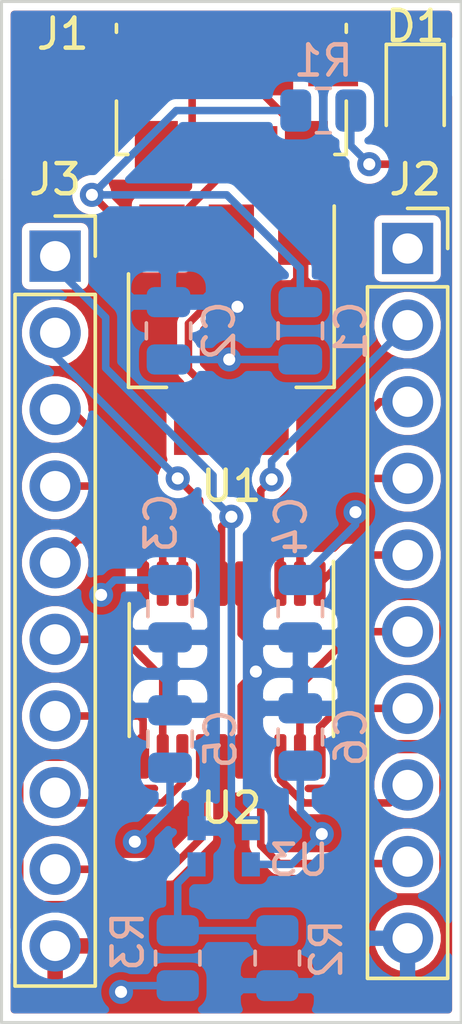
<source format=kicad_pcb>
(kicad_pcb (version 20171130) (host pcbnew 5.1.9-73d0e3b20d~88~ubuntu20.04.1)

  (general
    (thickness 1.6)
    (drawings 6)
    (tracks 184)
    (zones 0)
    (modules 16)
    (nets 27)
  )

  (page A4)
  (layers
    (0 F.Cu signal hide)
    (31 B.Cu signal)
    (32 B.Adhes user)
    (33 F.Adhes user hide)
    (34 B.Paste user)
    (35 F.Paste user hide)
    (36 B.SilkS user)
    (37 F.SilkS user hide)
    (38 B.Mask user)
    (39 F.Mask user hide)
    (40 Dwgs.User user)
    (41 Cmts.User user)
    (42 Eco1.User user)
    (43 Eco2.User user)
    (44 Edge.Cuts user)
    (45 Margin user)
    (46 B.CrtYd user)
    (47 F.CrtYd user)
    (48 B.Fab user hide)
    (49 F.Fab user hide)
  )

  (setup
    (last_trace_width 0.25)
    (trace_clearance 0.2)
    (zone_clearance 0.508)
    (zone_45_only no)
    (trace_min 0.2)
    (via_size 0.8)
    (via_drill 0.4)
    (via_min_size 0.4)
    (via_min_drill 0.3)
    (uvia_size 0.3)
    (uvia_drill 0.1)
    (uvias_allowed no)
    (uvia_min_size 0.2)
    (uvia_min_drill 0.1)
    (edge_width 0.1)
    (segment_width 0.2)
    (pcb_text_width 0.3)
    (pcb_text_size 1.5 1.5)
    (mod_edge_width 0.12)
    (mod_text_size 1 1)
    (mod_text_width 0.15)
    (pad_size 1.524 1.524)
    (pad_drill 0.762)
    (pad_to_mask_clearance 0)
    (aux_axis_origin 0 0)
    (visible_elements FFFFFF7F)
    (pcbplotparams
      (layerselection 0x010fc_ffffffff)
      (usegerberextensions false)
      (usegerberattributes true)
      (usegerberadvancedattributes true)
      (creategerberjobfile true)
      (excludeedgelayer true)
      (linewidth 0.100000)
      (plotframeref false)
      (viasonmask false)
      (mode 1)
      (useauxorigin false)
      (hpglpennumber 1)
      (hpglpenspeed 20)
      (hpglpendiameter 15.000000)
      (psnegative false)
      (psa4output false)
      (plotreference true)
      (plotvalue true)
      (plotinvisibletext false)
      (padsonsilk false)
      (subtractmaskfromsilk false)
      (outputformat 1)
      (mirror false)
      (drillshape 1)
      (scaleselection 1)
      (outputdirectory ""))
  )

  (net 0 "")
  (net 1 GND)
  (net 2 +3V3)
  (net 3 "Net-(D1-Pad2)")
  (net 4 "Net-(J1-Pad2)")
  (net 5 "Net-(J1-Pad3)")
  (net 6 "Net-(J1-Pad4)")
  (net 7 /PB9-BOOT0)
  (net 8 /PB1)
  (net 9 /PC15-OSC32_OUT)
  (net 10 /PC14-OSC32IN)
  (net 11 /PA14)
  (net 12 /PA13)
  (net 13 /NRST)
  (net 14 /PA0-CK_IN)
  (net 15 /PA1)
  (net 16 /PA2)
  (net 17 /PA3)
  (net 18 /PA4)
  (net 19 /PA5)
  (net 20 /PA6)
  (net 21 /PA7)
  (net 22 /PA9)
  (net 23 /PA10)
  (net 24 "Net-(J2-Pad1)")
  (net 25 "Net-(R2-Pad2)")
  (net 26 "Net-(C1-Pad2)")

  (net_class Default "This is the default net class."
    (clearance 0.2)
    (trace_width 0.25)
    (via_dia 0.8)
    (via_drill 0.4)
    (uvia_dia 0.3)
    (uvia_drill 0.1)
    (add_net +3V3)
    (add_net /NRST)
    (add_net /PA0-CK_IN)
    (add_net /PA1)
    (add_net /PA10)
    (add_net /PA13)
    (add_net /PA14)
    (add_net /PA2)
    (add_net /PA3)
    (add_net /PA4)
    (add_net /PA5)
    (add_net /PA6)
    (add_net /PA7)
    (add_net /PA9)
    (add_net /PB1)
    (add_net /PB9-BOOT0)
    (add_net /PC14-OSC32IN)
    (add_net /PC15-OSC32_OUT)
    (add_net GND)
    (add_net "Net-(C1-Pad2)")
    (add_net "Net-(D1-Pad2)")
    (add_net "Net-(J1-Pad2)")
    (add_net "Net-(J1-Pad3)")
    (add_net "Net-(J1-Pad4)")
    (add_net "Net-(J2-Pad1)")
    (add_net "Net-(R2-Pad2)")
  )

  (module Custom:KC2016Z (layer B.Cu) (tedit 60B44312) (tstamp 60B33B9F)
    (at 131.826 85.598 180)
    (path /6081180B)
    (fp_text reference U3 (at -2.4892 -0.4572 180) (layer B.SilkS)
      (effects (font (size 1 1) (thickness 0.15)) (justify mirror))
    )
    (fp_text value KC2016Z (at 0 5.715 180) (layer B.Fab)
      (effects (font (size 1 1) (thickness 0.15)) (justify mirror))
    )
    (fp_line (start -1.2 0.8) (end 1.2 0.8) (layer B.CrtYd) (width 0.12))
    (fp_line (start -1.2 -0.8) (end -1.2 0.8) (layer B.CrtYd) (width 0.12))
    (fp_line (start 1.2 -0.8) (end -1.2 -0.8) (layer B.CrtYd) (width 0.12))
    (fp_line (start 1.2 0.8) (end 1.2 -0.8) (layer B.CrtYd) (width 0.12))
    (pad 2 smd rect (at -0.9 -0.6 180) (size 0.6 0.8) (layers B.Cu B.Paste B.Mask)
      (net 1 GND))
    (pad 3 smd rect (at -0.9 0.6 180) (size 0.6 0.8) (layers B.Cu B.Paste B.Mask)
      (net 14 /PA0-CK_IN))
    (pad 4 smd rect (at 0.9 0.6 180) (size 0.6 0.8) (layers B.Cu B.Paste B.Mask)
      (net 2 +3V3))
    (pad 1 smd rect (at 0.9 -0.6 180) (size 0.6 0.8) (layers B.Cu B.Paste B.Mask)
      (net 25 "Net-(R2-Pad2)"))
  )

  (module Capacitor_SMD:C_0805_2012Metric (layer B.Cu) (tedit 5F68FEEE) (tstamp 60B33A43)
    (at 134.366 68.514 90)
    (descr "Capacitor SMD 0805 (2012 Metric), square (rectangular) end terminal, IPC_7351 nominal, (Body size source: IPC-SM-782 page 76, https://www.pcb-3d.com/wordpress/wp-content/uploads/ipc-sm-782a_amendment_1_and_2.pdf, https://docs.google.com/spreadsheets/d/1BsfQQcO9C6DZCsRaXUlFlo91Tg2WpOkGARC1WS5S8t0/edit?usp=sharing), generated with kicad-footprint-generator")
    (tags capacitor)
    (path /60868E65)
    (attr smd)
    (fp_text reference C1 (at 0 1.68 90) (layer B.SilkS)
      (effects (font (size 1 1) (thickness 0.15)) (justify mirror))
    )
    (fp_text value 4.7u (at 0 -1.68 90) (layer B.Fab)
      (effects (font (size 1 1) (thickness 0.15)) (justify mirror))
    )
    (fp_line (start -1 -0.625) (end -1 0.625) (layer B.Fab) (width 0.1))
    (fp_line (start -1 0.625) (end 1 0.625) (layer B.Fab) (width 0.1))
    (fp_line (start 1 0.625) (end 1 -0.625) (layer B.Fab) (width 0.1))
    (fp_line (start 1 -0.625) (end -1 -0.625) (layer B.Fab) (width 0.1))
    (fp_line (start -0.261252 0.735) (end 0.261252 0.735) (layer B.SilkS) (width 0.12))
    (fp_line (start -0.261252 -0.735) (end 0.261252 -0.735) (layer B.SilkS) (width 0.12))
    (fp_line (start -1.7 -0.98) (end -1.7 0.98) (layer B.CrtYd) (width 0.05))
    (fp_line (start -1.7 0.98) (end 1.7 0.98) (layer B.CrtYd) (width 0.05))
    (fp_line (start 1.7 0.98) (end 1.7 -0.98) (layer B.CrtYd) (width 0.05))
    (fp_line (start 1.7 -0.98) (end -1.7 -0.98) (layer B.CrtYd) (width 0.05))
    (fp_text user %R (at 0 0 90) (layer B.Fab)
      (effects (font (size 0.5 0.5) (thickness 0.08)) (justify mirror))
    )
    (pad 1 smd roundrect (at -0.95 0 90) (size 1 1.45) (layers B.Cu B.Paste B.Mask) (roundrect_rratio 0.25)
      (net 1 GND))
    (pad 2 smd roundrect (at 0.95 0 90) (size 1 1.45) (layers B.Cu B.Paste B.Mask) (roundrect_rratio 0.25)
      (net 26 "Net-(C1-Pad2)"))
    (model ${KISYS3DMOD}/Capacitor_SMD.3dshapes/C_0805_2012Metric.wrl
      (at (xyz 0 0 0))
      (scale (xyz 1 1 1))
      (rotate (xyz 0 0 0))
    )
  )

  (module Capacitor_SMD:C_0805_2012Metric (layer B.Cu) (tedit 5F68FEEE) (tstamp 60B33A54)
    (at 129.9972 68.514 90)
    (descr "Capacitor SMD 0805 (2012 Metric), square (rectangular) end terminal, IPC_7351 nominal, (Body size source: IPC-SM-782 page 76, https://www.pcb-3d.com/wordpress/wp-content/uploads/ipc-sm-782a_amendment_1_and_2.pdf, https://docs.google.com/spreadsheets/d/1BsfQQcO9C6DZCsRaXUlFlo91Tg2WpOkGARC1WS5S8t0/edit?usp=sharing), generated with kicad-footprint-generator")
    (tags capacitor)
    (path /608699C3)
    (attr smd)
    (fp_text reference C2 (at 0 1.68 90) (layer B.SilkS)
      (effects (font (size 1 1) (thickness 0.15)) (justify mirror))
    )
    (fp_text value 4.7u (at 0 -1.68 90) (layer B.Fab)
      (effects (font (size 1 1) (thickness 0.15)) (justify mirror))
    )
    (fp_line (start 1.7 -0.98) (end -1.7 -0.98) (layer B.CrtYd) (width 0.05))
    (fp_line (start 1.7 0.98) (end 1.7 -0.98) (layer B.CrtYd) (width 0.05))
    (fp_line (start -1.7 0.98) (end 1.7 0.98) (layer B.CrtYd) (width 0.05))
    (fp_line (start -1.7 -0.98) (end -1.7 0.98) (layer B.CrtYd) (width 0.05))
    (fp_line (start -0.261252 -0.735) (end 0.261252 -0.735) (layer B.SilkS) (width 0.12))
    (fp_line (start -0.261252 0.735) (end 0.261252 0.735) (layer B.SilkS) (width 0.12))
    (fp_line (start 1 -0.625) (end -1 -0.625) (layer B.Fab) (width 0.1))
    (fp_line (start 1 0.625) (end 1 -0.625) (layer B.Fab) (width 0.1))
    (fp_line (start -1 0.625) (end 1 0.625) (layer B.Fab) (width 0.1))
    (fp_line (start -1 -0.625) (end -1 0.625) (layer B.Fab) (width 0.1))
    (fp_text user %R (at 0 0 90) (layer B.Fab)
      (effects (font (size 0.5 0.5) (thickness 0.08)) (justify mirror))
    )
    (pad 2 smd roundrect (at 0.95 0 90) (size 1 1.45) (layers B.Cu B.Paste B.Mask) (roundrect_rratio 0.25)
      (net 2 +3V3))
    (pad 1 smd roundrect (at -0.95 0 90) (size 1 1.45) (layers B.Cu B.Paste B.Mask) (roundrect_rratio 0.25)
      (net 1 GND))
    (model ${KISYS3DMOD}/Capacitor_SMD.3dshapes/C_0805_2012Metric.wrl
      (at (xyz 0 0 0))
      (scale (xyz 1 1 1))
      (rotate (xyz 0 0 0))
    )
  )

  (module Capacitor_SMD:C_0805_2012Metric (layer B.Cu) (tedit 5F68FEEE) (tstamp 60B33A65)
    (at 130.048 77.724 270)
    (descr "Capacitor SMD 0805 (2012 Metric), square (rectangular) end terminal, IPC_7351 nominal, (Body size source: IPC-SM-782 page 76, https://www.pcb-3d.com/wordpress/wp-content/uploads/ipc-sm-782a_amendment_1_and_2.pdf, https://docs.google.com/spreadsheets/d/1BsfQQcO9C6DZCsRaXUlFlo91Tg2WpOkGARC1WS5S8t0/edit?usp=sharing), generated with kicad-footprint-generator")
    (tags capacitor)
    (path /607E9DE9)
    (attr smd)
    (fp_text reference C3 (at -2.8448 0.3048 90) (layer B.SilkS)
      (effects (font (size 1 1) (thickness 0.15)) (justify mirror))
    )
    (fp_text value 100nF (at 0 -1.68 90) (layer B.Fab)
      (effects (font (size 1 1) (thickness 0.15)) (justify mirror))
    )
    (fp_line (start 1.7 -0.98) (end -1.7 -0.98) (layer B.CrtYd) (width 0.05))
    (fp_line (start 1.7 0.98) (end 1.7 -0.98) (layer B.CrtYd) (width 0.05))
    (fp_line (start -1.7 0.98) (end 1.7 0.98) (layer B.CrtYd) (width 0.05))
    (fp_line (start -1.7 -0.98) (end -1.7 0.98) (layer B.CrtYd) (width 0.05))
    (fp_line (start -0.261252 -0.735) (end 0.261252 -0.735) (layer B.SilkS) (width 0.12))
    (fp_line (start -0.261252 0.735) (end 0.261252 0.735) (layer B.SilkS) (width 0.12))
    (fp_line (start 1 -0.625) (end -1 -0.625) (layer B.Fab) (width 0.1))
    (fp_line (start 1 0.625) (end 1 -0.625) (layer B.Fab) (width 0.1))
    (fp_line (start -1 0.625) (end 1 0.625) (layer B.Fab) (width 0.1))
    (fp_line (start -1 -0.625) (end -1 0.625) (layer B.Fab) (width 0.1))
    (fp_text user %R (at 0 0 90) (layer B.Fab)
      (effects (font (size 0.5 0.5) (thickness 0.08)) (justify mirror))
    )
    (pad 2 smd roundrect (at 0.95 0 270) (size 1 1.45) (layers B.Cu B.Paste B.Mask) (roundrect_rratio 0.25)
      (net 2 +3V3))
    (pad 1 smd roundrect (at -0.95 0 270) (size 1 1.45) (layers B.Cu B.Paste B.Mask) (roundrect_rratio 0.25)
      (net 1 GND))
    (model ${KISYS3DMOD}/Capacitor_SMD.3dshapes/C_0805_2012Metric.wrl
      (at (xyz 0 0 0))
      (scale (xyz 1 1 1))
      (rotate (xyz 0 0 0))
    )
  )

  (module Capacitor_SMD:C_0805_2012Metric (layer B.Cu) (tedit 5F68FEEE) (tstamp 60B33A76)
    (at 134.366 77.724 270)
    (descr "Capacitor SMD 0805 (2012 Metric), square (rectangular) end terminal, IPC_7351 nominal, (Body size source: IPC-SM-782 page 76, https://www.pcb-3d.com/wordpress/wp-content/uploads/ipc-sm-782a_amendment_1_and_2.pdf, https://docs.google.com/spreadsheets/d/1BsfQQcO9C6DZCsRaXUlFlo91Tg2WpOkGARC1WS5S8t0/edit?usp=sharing), generated with kicad-footprint-generator")
    (tags capacitor)
    (path /607EC639)
    (attr smd)
    (fp_text reference C4 (at -2.7432 0.3048 90) (layer B.SilkS)
      (effects (font (size 1 1) (thickness 0.15)) (justify mirror))
    )
    (fp_text value 10uF (at 0 -1.68 90) (layer B.Fab)
      (effects (font (size 1 1) (thickness 0.15)) (justify mirror))
    )
    (fp_line (start 1.7 -0.98) (end -1.7 -0.98) (layer B.CrtYd) (width 0.05))
    (fp_line (start 1.7 0.98) (end 1.7 -0.98) (layer B.CrtYd) (width 0.05))
    (fp_line (start -1.7 0.98) (end 1.7 0.98) (layer B.CrtYd) (width 0.05))
    (fp_line (start -1.7 -0.98) (end -1.7 0.98) (layer B.CrtYd) (width 0.05))
    (fp_line (start -0.261252 -0.735) (end 0.261252 -0.735) (layer B.SilkS) (width 0.12))
    (fp_line (start -0.261252 0.735) (end 0.261252 0.735) (layer B.SilkS) (width 0.12))
    (fp_line (start 1 -0.625) (end -1 -0.625) (layer B.Fab) (width 0.1))
    (fp_line (start 1 0.625) (end 1 -0.625) (layer B.Fab) (width 0.1))
    (fp_line (start -1 0.625) (end 1 0.625) (layer B.Fab) (width 0.1))
    (fp_line (start -1 -0.625) (end -1 0.625) (layer B.Fab) (width 0.1))
    (fp_text user %R (at 0 0 90) (layer B.Fab)
      (effects (font (size 0.5 0.5) (thickness 0.08)) (justify mirror))
    )
    (pad 2 smd roundrect (at 0.95 0 270) (size 1 1.45) (layers B.Cu B.Paste B.Mask) (roundrect_rratio 0.25)
      (net 2 +3V3))
    (pad 1 smd roundrect (at -0.95 0 270) (size 1 1.45) (layers B.Cu B.Paste B.Mask) (roundrect_rratio 0.25)
      (net 1 GND))
    (model ${KISYS3DMOD}/Capacitor_SMD.3dshapes/C_0805_2012Metric.wrl
      (at (xyz 0 0 0))
      (scale (xyz 1 1 1))
      (rotate (xyz 0 0 0))
    )
  )

  (module Capacitor_SMD:C_0805_2012Metric (layer B.Cu) (tedit 5F68FEEE) (tstamp 60B33A87)
    (at 130.048 82.042 90)
    (descr "Capacitor SMD 0805 (2012 Metric), square (rectangular) end terminal, IPC_7351 nominal, (Body size source: IPC-SM-782 page 76, https://www.pcb-3d.com/wordpress/wp-content/uploads/ipc-sm-782a_amendment_1_and_2.pdf, https://docs.google.com/spreadsheets/d/1BsfQQcO9C6DZCsRaXUlFlo91Tg2WpOkGARC1WS5S8t0/edit?usp=sharing), generated with kicad-footprint-generator")
    (tags capacitor)
    (path /607ECA39)
    (attr smd)
    (fp_text reference C5 (at 0 1.68 90) (layer B.SilkS)
      (effects (font (size 1 1) (thickness 0.15)) (justify mirror))
    )
    (fp_text value 100nF (at 0 -1.68 90) (layer B.Fab)
      (effects (font (size 1 1) (thickness 0.15)) (justify mirror))
    )
    (fp_line (start 1.7 -0.98) (end -1.7 -0.98) (layer B.CrtYd) (width 0.05))
    (fp_line (start 1.7 0.98) (end 1.7 -0.98) (layer B.CrtYd) (width 0.05))
    (fp_line (start -1.7 0.98) (end 1.7 0.98) (layer B.CrtYd) (width 0.05))
    (fp_line (start -1.7 -0.98) (end -1.7 0.98) (layer B.CrtYd) (width 0.05))
    (fp_line (start -0.261252 -0.735) (end 0.261252 -0.735) (layer B.SilkS) (width 0.12))
    (fp_line (start -0.261252 0.735) (end 0.261252 0.735) (layer B.SilkS) (width 0.12))
    (fp_line (start 1 -0.625) (end -1 -0.625) (layer B.Fab) (width 0.1))
    (fp_line (start 1 0.625) (end 1 -0.625) (layer B.Fab) (width 0.1))
    (fp_line (start -1 0.625) (end 1 0.625) (layer B.Fab) (width 0.1))
    (fp_line (start -1 -0.625) (end -1 0.625) (layer B.Fab) (width 0.1))
    (fp_text user %R (at 0 0 90) (layer B.Fab)
      (effects (font (size 0.5 0.5) (thickness 0.08)) (justify mirror))
    )
    (pad 2 smd roundrect (at 0.95 0 90) (size 1 1.45) (layers B.Cu B.Paste B.Mask) (roundrect_rratio 0.25)
      (net 2 +3V3))
    (pad 1 smd roundrect (at -0.95 0 90) (size 1 1.45) (layers B.Cu B.Paste B.Mask) (roundrect_rratio 0.25)
      (net 1 GND))
    (model ${KISYS3DMOD}/Capacitor_SMD.3dshapes/C_0805_2012Metric.wrl
      (at (xyz 0 0 0))
      (scale (xyz 1 1 1))
      (rotate (xyz 0 0 0))
    )
  )

  (module Capacitor_SMD:C_0805_2012Metric (layer B.Cu) (tedit 5F68FEEE) (tstamp 60B33A98)
    (at 134.366 81.976 90)
    (descr "Capacitor SMD 0805 (2012 Metric), square (rectangular) end terminal, IPC_7351 nominal, (Body size source: IPC-SM-782 page 76, https://www.pcb-3d.com/wordpress/wp-content/uploads/ipc-sm-782a_amendment_1_and_2.pdf, https://docs.google.com/spreadsheets/d/1BsfQQcO9C6DZCsRaXUlFlo91Tg2WpOkGARC1WS5S8t0/edit?usp=sharing), generated with kicad-footprint-generator")
    (tags capacitor)
    (path /607ECE2C)
    (attr smd)
    (fp_text reference C6 (at 0 1.68 90) (layer B.SilkS)
      (effects (font (size 1 1) (thickness 0.15)) (justify mirror))
    )
    (fp_text value 1uF (at 0 -1.68 90) (layer B.Fab)
      (effects (font (size 1 1) (thickness 0.15)) (justify mirror))
    )
    (fp_line (start -1 -0.625) (end -1 0.625) (layer B.Fab) (width 0.1))
    (fp_line (start -1 0.625) (end 1 0.625) (layer B.Fab) (width 0.1))
    (fp_line (start 1 0.625) (end 1 -0.625) (layer B.Fab) (width 0.1))
    (fp_line (start 1 -0.625) (end -1 -0.625) (layer B.Fab) (width 0.1))
    (fp_line (start -0.261252 0.735) (end 0.261252 0.735) (layer B.SilkS) (width 0.12))
    (fp_line (start -0.261252 -0.735) (end 0.261252 -0.735) (layer B.SilkS) (width 0.12))
    (fp_line (start -1.7 -0.98) (end -1.7 0.98) (layer B.CrtYd) (width 0.05))
    (fp_line (start -1.7 0.98) (end 1.7 0.98) (layer B.CrtYd) (width 0.05))
    (fp_line (start 1.7 0.98) (end 1.7 -0.98) (layer B.CrtYd) (width 0.05))
    (fp_line (start 1.7 -0.98) (end -1.7 -0.98) (layer B.CrtYd) (width 0.05))
    (fp_text user %R (at 0 0 90) (layer B.Fab)
      (effects (font (size 0.5 0.5) (thickness 0.08)) (justify mirror))
    )
    (pad 1 smd roundrect (at -0.95 0 90) (size 1 1.45) (layers B.Cu B.Paste B.Mask) (roundrect_rratio 0.25)
      (net 1 GND))
    (pad 2 smd roundrect (at 0.95 0 90) (size 1 1.45) (layers B.Cu B.Paste B.Mask) (roundrect_rratio 0.25)
      (net 2 +3V3))
    (model ${KISYS3DMOD}/Capacitor_SMD.3dshapes/C_0805_2012Metric.wrl
      (at (xyz 0 0 0))
      (scale (xyz 1 1 1))
      (rotate (xyz 0 0 0))
    )
  )

  (module LED_SMD:LED_0805_2012Metric (layer F.Cu) (tedit 5F68FEF1) (tstamp 60B33AAB)
    (at 138.176 60.706 270)
    (descr "LED SMD 0805 (2012 Metric), square (rectangular) end terminal, IPC_7351 nominal, (Body size source: https://docs.google.com/spreadsheets/d/1BsfQQcO9C6DZCsRaXUlFlo91Tg2WpOkGARC1WS5S8t0/edit?usp=sharing), generated with kicad-footprint-generator")
    (tags LED)
    (path /60938A45)
    (attr smd)
    (fp_text reference D1 (at -2.286 0) (layer F.SilkS)
      (effects (font (size 1 1) (thickness 0.15)))
    )
    (fp_text value LED (at 0 1.65 90) (layer F.Fab)
      (effects (font (size 1 1) (thickness 0.15)))
    )
    (fp_line (start 1 -0.6) (end -0.7 -0.6) (layer F.Fab) (width 0.1))
    (fp_line (start -0.7 -0.6) (end -1 -0.3) (layer F.Fab) (width 0.1))
    (fp_line (start -1 -0.3) (end -1 0.6) (layer F.Fab) (width 0.1))
    (fp_line (start -1 0.6) (end 1 0.6) (layer F.Fab) (width 0.1))
    (fp_line (start 1 0.6) (end 1 -0.6) (layer F.Fab) (width 0.1))
    (fp_line (start 1 -0.96) (end -1.685 -0.96) (layer F.SilkS) (width 0.12))
    (fp_line (start -1.685 -0.96) (end -1.685 0.96) (layer F.SilkS) (width 0.12))
    (fp_line (start -1.685 0.96) (end 1 0.96) (layer F.SilkS) (width 0.12))
    (fp_line (start -1.68 0.95) (end -1.68 -0.95) (layer F.CrtYd) (width 0.05))
    (fp_line (start -1.68 -0.95) (end 1.68 -0.95) (layer F.CrtYd) (width 0.05))
    (fp_line (start 1.68 -0.95) (end 1.68 0.95) (layer F.CrtYd) (width 0.05))
    (fp_line (start 1.68 0.95) (end -1.68 0.95) (layer F.CrtYd) (width 0.05))
    (fp_text user %R (at 0 0 90) (layer F.Fab)
      (effects (font (size 0.5 0.5) (thickness 0.08)))
    )
    (pad 1 smd roundrect (at -0.9375 0 270) (size 0.975 1.4) (layers F.Cu F.Paste F.Mask) (roundrect_rratio 0.25)
      (net 1 GND))
    (pad 2 smd roundrect (at 0.9375 0 270) (size 0.975 1.4) (layers F.Cu F.Paste F.Mask) (roundrect_rratio 0.25)
      (net 3 "Net-(D1-Pad2)"))
    (model ${KISYS3DMOD}/LED_SMD.3dshapes/LED_0805_2012Metric.wrl
      (at (xyz 0 0 0))
      (scale (xyz 1 1 1))
      (rotate (xyz 0 0 0))
    )
  )

  (module Connector_USB:USB_Micro-B_Molex_47346-0001 (layer F.Cu) (tedit 5D8620A7) (tstamp 60B33ACB)
    (at 132.08 60.96 180)
    (descr "Micro USB B receptable with flange, bottom-mount, SMD, right-angle (http://www.molex.com/pdm_docs/sd/473460001_sd.pdf)")
    (tags "Micro B USB SMD")
    (path /60814F1F)
    (attr smd)
    (fp_text reference J1 (at 5.588 2.286 180) (layer F.SilkS)
      (effects (font (size 1 1) (thickness 0.15)))
    )
    (fp_text value USB_B_Micro (at 0 4.6 180) (layer F.Fab)
      (effects (font (size 1 1) (thickness 0.15)))
    )
    (fp_line (start 3.81 -1.71) (end 3.43 -1.71) (layer F.SilkS) (width 0.12))
    (fp_line (start 4.7 3.85) (end -4.7 3.85) (layer F.CrtYd) (width 0.05))
    (fp_line (start 4.7 -2.65) (end 4.7 3.85) (layer F.CrtYd) (width 0.05))
    (fp_line (start -4.7 -2.65) (end 4.7 -2.65) (layer F.CrtYd) (width 0.05))
    (fp_line (start -4.7 3.85) (end -4.7 -2.65) (layer F.CrtYd) (width 0.05))
    (fp_line (start 3.75 3.35) (end -3.75 3.35) (layer F.Fab) (width 0.1))
    (fp_line (start 3.75 -1.65) (end 3.75 3.35) (layer F.Fab) (width 0.1))
    (fp_line (start -3.75 -1.65) (end 3.75 -1.65) (layer F.Fab) (width 0.1))
    (fp_line (start -3.75 3.35) (end -3.75 -1.65) (layer F.Fab) (width 0.1))
    (fp_line (start 3.81 2.34) (end 3.81 2.6) (layer F.SilkS) (width 0.12))
    (fp_line (start 3.81 -1.71) (end 3.81 0.06) (layer F.SilkS) (width 0.12))
    (fp_line (start -3.81 -1.71) (end -3.43 -1.71) (layer F.SilkS) (width 0.12))
    (fp_line (start -3.81 0.06) (end -3.81 -1.71) (layer F.SilkS) (width 0.12))
    (fp_line (start -3.81 2.6) (end -3.81 2.34) (layer F.SilkS) (width 0.12))
    (fp_line (start -3.25 2.65) (end 3.25 2.65) (layer F.Fab) (width 0.1))
    (fp_text user "PCB Edge" (at 0 2.67 180) (layer Dwgs.User)
      (effects (font (size 0.4 0.4) (thickness 0.04)))
    )
    (fp_text user %R (at 0 1.2) (layer F.Fab)
      (effects (font (size 1 1) (thickness 0.15)))
    )
    (pad 1 smd rect (at -1.3 -1.46 180) (size 0.45 1.38) (layers F.Cu F.Paste F.Mask)
      (net 26 "Net-(C1-Pad2)"))
    (pad 2 smd rect (at -0.65 -1.46 180) (size 0.45 1.38) (layers F.Cu F.Paste F.Mask)
      (net 4 "Net-(J1-Pad2)"))
    (pad 3 smd rect (at 0 -1.46 180) (size 0.45 1.38) (layers F.Cu F.Paste F.Mask)
      (net 5 "Net-(J1-Pad3)"))
    (pad 4 smd rect (at 0.65 -1.46 180) (size 0.45 1.38) (layers F.Cu F.Paste F.Mask)
      (net 6 "Net-(J1-Pad4)"))
    (pad 5 smd rect (at 1.3 -1.46 180) (size 0.45 1.38) (layers F.Cu F.Paste F.Mask)
      (net 1 GND))
    (pad 6 smd rect (at -2.4875 -1.375 180) (size 1.425 1.55) (layers F.Cu F.Paste F.Mask)
      (net 1 GND))
    (pad 6 smd rect (at 2.4875 -1.375 180) (size 1.425 1.55) (layers F.Cu F.Paste F.Mask)
      (net 1 GND))
    (pad 6 smd rect (at -3.375 1.2 180) (size 1.65 1.3) (layers F.Cu F.Paste F.Mask)
      (net 1 GND))
    (pad 6 smd rect (at 3.375 1.2 180) (size 1.65 1.3) (layers F.Cu F.Paste F.Mask)
      (net 1 GND))
    (pad 6 smd rect (at -1.15 1.2 180) (size 1.8 1.9) (layers F.Cu F.Paste F.Mask)
      (net 1 GND))
    (pad 6 smd rect (at 1.55 1.2 180) (size 1 1.9) (layers F.Cu F.Paste F.Mask)
      (net 1 GND))
    (model ${KISYS3DMOD}/Connector_USB.3dshapes/USB_Micro-B_Molex_47346-0001.wrl
      (at (xyz 0 0 0))
      (scale (xyz 1 1 1))
      (rotate (xyz 0 0 0))
    )
  )

  (module Connector_PinSocket_2.54mm:PinSocket_1x10_P2.54mm_Vertical (layer F.Cu) (tedit 5A19A425) (tstamp 60B33AE9)
    (at 137.922 65.786)
    (descr "Through hole straight socket strip, 1x10, 2.54mm pitch, single row (from Kicad 4.0.7), script generated")
    (tags "Through hole socket strip THT 1x10 2.54mm single row")
    (path /60898F4F)
    (fp_text reference J2 (at 0.254 -2.286) (layer F.SilkS)
      (effects (font (size 1 1) (thickness 0.15)))
    )
    (fp_text value Conn_01x10_Male (at 0 25.63) (layer F.Fab)
      (effects (font (size 1 1) (thickness 0.15)))
    )
    (fp_line (start -1.8 24.6) (end -1.8 -1.8) (layer F.CrtYd) (width 0.05))
    (fp_line (start 1.75 24.6) (end -1.8 24.6) (layer F.CrtYd) (width 0.05))
    (fp_line (start 1.75 -1.8) (end 1.75 24.6) (layer F.CrtYd) (width 0.05))
    (fp_line (start -1.8 -1.8) (end 1.75 -1.8) (layer F.CrtYd) (width 0.05))
    (fp_line (start 0 -1.33) (end 1.33 -1.33) (layer F.SilkS) (width 0.12))
    (fp_line (start 1.33 -1.33) (end 1.33 0) (layer F.SilkS) (width 0.12))
    (fp_line (start 1.33 1.27) (end 1.33 24.19) (layer F.SilkS) (width 0.12))
    (fp_line (start -1.33 24.19) (end 1.33 24.19) (layer F.SilkS) (width 0.12))
    (fp_line (start -1.33 1.27) (end -1.33 24.19) (layer F.SilkS) (width 0.12))
    (fp_line (start -1.33 1.27) (end 1.33 1.27) (layer F.SilkS) (width 0.12))
    (fp_line (start -1.27 24.13) (end -1.27 -1.27) (layer F.Fab) (width 0.1))
    (fp_line (start 1.27 24.13) (end -1.27 24.13) (layer F.Fab) (width 0.1))
    (fp_line (start 1.27 -0.635) (end 1.27 24.13) (layer F.Fab) (width 0.1))
    (fp_line (start 0.635 -1.27) (end 1.27 -0.635) (layer F.Fab) (width 0.1))
    (fp_line (start -1.27 -1.27) (end 0.635 -1.27) (layer F.Fab) (width 0.1))
    (fp_text user %R (at 0 11.43 90) (layer F.Fab)
      (effects (font (size 1 1) (thickness 0.15)))
    )
    (pad 10 thru_hole oval (at 0 22.86) (size 1.7 1.7) (drill 1) (layers *.Cu *.Mask)
      (net 2 +3V3))
    (pad 9 thru_hole oval (at 0 20.32) (size 1.7 1.7) (drill 1) (layers *.Cu *.Mask)
      (net 22 /PA9))
    (pad 8 thru_hole oval (at 0 17.78) (size 1.7 1.7) (drill 1) (layers *.Cu *.Mask)
      (net 23 /PA10))
    (pad 7 thru_hole oval (at 0 15.24) (size 1.7 1.7) (drill 1) (layers *.Cu *.Mask)
      (net 11 /PA14))
    (pad 6 thru_hole oval (at 0 12.7) (size 1.7 1.7) (drill 1) (layers *.Cu *.Mask)
      (net 12 /PA13))
    (pad 5 thru_hole oval (at 0 10.16) (size 1.7 1.7) (drill 1) (layers *.Cu *.Mask)
      (net 7 /PB9-BOOT0))
    (pad 4 thru_hole oval (at 0 7.62) (size 1.7 1.7) (drill 1) (layers *.Cu *.Mask)
      (net 10 /PC14-OSC32IN))
    (pad 3 thru_hole oval (at 0 5.08) (size 1.7 1.7) (drill 1) (layers *.Cu *.Mask)
      (net 9 /PC15-OSC32_OUT))
    (pad 2 thru_hole oval (at 0 2.54) (size 1.7 1.7) (drill 1) (layers *.Cu *.Mask)
      (net 13 /NRST))
    (pad 1 thru_hole rect (at 0 0) (size 1.7 1.7) (drill 1) (layers *.Cu *.Mask)
      (net 24 "Net-(J2-Pad1)"))
    (model ${KISYS3DMOD}/Connector_PinSocket_2.54mm.3dshapes/PinSocket_1x10_P2.54mm_Vertical.wrl
      (at (xyz 0 0 0))
      (scale (xyz 1 1 1))
      (rotate (xyz 0 0 0))
    )
  )

  (module Connector_PinSocket_2.54mm:PinSocket_1x10_P2.54mm_Vertical (layer F.Cu) (tedit 5A19A425) (tstamp 60B33B07)
    (at 126.238 66.04)
    (descr "Through hole straight socket strip, 1x10, 2.54mm pitch, single row (from Kicad 4.0.7), script generated")
    (tags "Through hole socket strip THT 1x10 2.54mm single row")
    (path /60894859)
    (fp_text reference J3 (at 0 -2.54) (layer F.SilkS)
      (effects (font (size 1 1) (thickness 0.15)))
    )
    (fp_text value Conn_01x10_Male (at 0 25.63) (layer F.Fab)
      (effects (font (size 1 1) (thickness 0.15)))
    )
    (fp_line (start -1.27 -1.27) (end 0.635 -1.27) (layer F.Fab) (width 0.1))
    (fp_line (start 0.635 -1.27) (end 1.27 -0.635) (layer F.Fab) (width 0.1))
    (fp_line (start 1.27 -0.635) (end 1.27 24.13) (layer F.Fab) (width 0.1))
    (fp_line (start 1.27 24.13) (end -1.27 24.13) (layer F.Fab) (width 0.1))
    (fp_line (start -1.27 24.13) (end -1.27 -1.27) (layer F.Fab) (width 0.1))
    (fp_line (start -1.33 1.27) (end 1.33 1.27) (layer F.SilkS) (width 0.12))
    (fp_line (start -1.33 1.27) (end -1.33 24.19) (layer F.SilkS) (width 0.12))
    (fp_line (start -1.33 24.19) (end 1.33 24.19) (layer F.SilkS) (width 0.12))
    (fp_line (start 1.33 1.27) (end 1.33 24.19) (layer F.SilkS) (width 0.12))
    (fp_line (start 1.33 -1.33) (end 1.33 0) (layer F.SilkS) (width 0.12))
    (fp_line (start 0 -1.33) (end 1.33 -1.33) (layer F.SilkS) (width 0.12))
    (fp_line (start -1.8 -1.8) (end 1.75 -1.8) (layer F.CrtYd) (width 0.05))
    (fp_line (start 1.75 -1.8) (end 1.75 24.6) (layer F.CrtYd) (width 0.05))
    (fp_line (start 1.75 24.6) (end -1.8 24.6) (layer F.CrtYd) (width 0.05))
    (fp_line (start -1.8 24.6) (end -1.8 -1.8) (layer F.CrtYd) (width 0.05))
    (fp_text user %R (at 0 11.43 90) (layer F.Fab)
      (effects (font (size 1 1) (thickness 0.15)))
    )
    (pad 1 thru_hole rect (at 0 0) (size 1.7 1.7) (drill 1) (layers *.Cu *.Mask)
      (net 14 /PA0-CK_IN))
    (pad 2 thru_hole oval (at 0 2.54) (size 1.7 1.7) (drill 1) (layers *.Cu *.Mask)
      (net 15 /PA1))
    (pad 3 thru_hole oval (at 0 5.08) (size 1.7 1.7) (drill 1) (layers *.Cu *.Mask)
      (net 16 /PA2))
    (pad 4 thru_hole oval (at 0 7.62) (size 1.7 1.7) (drill 1) (layers *.Cu *.Mask)
      (net 17 /PA3))
    (pad 5 thru_hole oval (at 0 10.16) (size 1.7 1.7) (drill 1) (layers *.Cu *.Mask)
      (net 18 /PA4))
    (pad 6 thru_hole oval (at 0 12.7) (size 1.7 1.7) (drill 1) (layers *.Cu *.Mask)
      (net 20 /PA6))
    (pad 7 thru_hole oval (at 0 15.24) (size 1.7 1.7) (drill 1) (layers *.Cu *.Mask)
      (net 19 /PA5))
    (pad 8 thru_hole oval (at 0 17.78) (size 1.7 1.7) (drill 1) (layers *.Cu *.Mask)
      (net 21 /PA7))
    (pad 9 thru_hole oval (at 0 20.32) (size 1.7 1.7) (drill 1) (layers *.Cu *.Mask)
      (net 8 /PB1))
    (pad 10 thru_hole oval (at 0 22.86) (size 1.7 1.7) (drill 1) (layers *.Cu *.Mask)
      (net 1 GND))
    (model ${KISYS3DMOD}/Connector_PinSocket_2.54mm.3dshapes/PinSocket_1x10_P2.54mm_Vertical.wrl
      (at (xyz 0 0 0))
      (scale (xyz 1 1 1))
      (rotate (xyz 0 0 0))
    )
  )

  (module Resistor_SMD:R_0805_2012Metric (layer B.Cu) (tedit 5F68FEEE) (tstamp 60B33B5B)
    (at 135.128 61.214 180)
    (descr "Resistor SMD 0805 (2012 Metric), square (rectangular) end terminal, IPC_7351 nominal, (Body size source: IPC-SM-782 page 72, https://www.pcb-3d.com/wordpress/wp-content/uploads/ipc-sm-782a_amendment_1_and_2.pdf), generated with kicad-footprint-generator")
    (tags resistor)
    (path /60937DDE)
    (attr smd)
    (fp_text reference R1 (at 0 1.65) (layer B.SilkS)
      (effects (font (size 1 1) (thickness 0.15)) (justify mirror))
    )
    (fp_text value 200 (at 0 -1.65) (layer B.Fab)
      (effects (font (size 1 1) (thickness 0.15)) (justify mirror))
    )
    (fp_line (start -1 -0.625) (end -1 0.625) (layer B.Fab) (width 0.1))
    (fp_line (start -1 0.625) (end 1 0.625) (layer B.Fab) (width 0.1))
    (fp_line (start 1 0.625) (end 1 -0.625) (layer B.Fab) (width 0.1))
    (fp_line (start 1 -0.625) (end -1 -0.625) (layer B.Fab) (width 0.1))
    (fp_line (start -0.227064 0.735) (end 0.227064 0.735) (layer B.SilkS) (width 0.12))
    (fp_line (start -0.227064 -0.735) (end 0.227064 -0.735) (layer B.SilkS) (width 0.12))
    (fp_line (start -1.68 -0.95) (end -1.68 0.95) (layer B.CrtYd) (width 0.05))
    (fp_line (start -1.68 0.95) (end 1.68 0.95) (layer B.CrtYd) (width 0.05))
    (fp_line (start 1.68 0.95) (end 1.68 -0.95) (layer B.CrtYd) (width 0.05))
    (fp_line (start 1.68 -0.95) (end -1.68 -0.95) (layer B.CrtYd) (width 0.05))
    (fp_text user %R (at 0 0) (layer B.Fab)
      (effects (font (size 0.5 0.5) (thickness 0.08)) (justify mirror))
    )
    (pad 1 smd roundrect (at -0.9125 0 180) (size 1.025 1.4) (layers B.Cu B.Paste B.Mask) (roundrect_rratio 0.243902)
      (net 3 "Net-(D1-Pad2)"))
    (pad 2 smd roundrect (at 0.9125 0 180) (size 1.025 1.4) (layers B.Cu B.Paste B.Mask) (roundrect_rratio 0.243902)
      (net 26 "Net-(C1-Pad2)"))
    (model ${KISYS3DMOD}/Resistor_SMD.3dshapes/R_0805_2012Metric.wrl
      (at (xyz 0 0 0))
      (scale (xyz 1 1 1))
      (rotate (xyz 0 0 0))
    )
  )

  (module Package_TO_SOT_SMD:SOT-223-3_TabPin2 (layer F.Cu) (tedit 5A02FF57) (tstamp 60B33B71)
    (at 132.08 68.478 270)
    (descr "module CMS SOT223 4 pins")
    (tags "CMS SOT")
    (path /608118E6)
    (attr smd)
    (fp_text reference U1 (at 5.182 0) (layer F.SilkS)
      (effects (font (size 1 1) (thickness 0.15)))
    )
    (fp_text value AP7361C-33ER (at 0 4.5 90) (layer F.Fab)
      (effects (font (size 1 1) (thickness 0.15)))
    )
    (fp_line (start 1.91 3.41) (end 1.91 2.15) (layer F.SilkS) (width 0.12))
    (fp_line (start 1.91 -3.41) (end 1.91 -2.15) (layer F.SilkS) (width 0.12))
    (fp_line (start 4.4 -3.6) (end -4.4 -3.6) (layer F.CrtYd) (width 0.05))
    (fp_line (start 4.4 3.6) (end 4.4 -3.6) (layer F.CrtYd) (width 0.05))
    (fp_line (start -4.4 3.6) (end 4.4 3.6) (layer F.CrtYd) (width 0.05))
    (fp_line (start -4.4 -3.6) (end -4.4 3.6) (layer F.CrtYd) (width 0.05))
    (fp_line (start -1.85 -2.35) (end -0.85 -3.35) (layer F.Fab) (width 0.1))
    (fp_line (start -1.85 -2.35) (end -1.85 3.35) (layer F.Fab) (width 0.1))
    (fp_line (start -1.85 3.41) (end 1.91 3.41) (layer F.SilkS) (width 0.12))
    (fp_line (start -0.85 -3.35) (end 1.85 -3.35) (layer F.Fab) (width 0.1))
    (fp_line (start -4.1 -3.41) (end 1.91 -3.41) (layer F.SilkS) (width 0.12))
    (fp_line (start -1.85 3.35) (end 1.85 3.35) (layer F.Fab) (width 0.1))
    (fp_line (start 1.85 -3.35) (end 1.85 3.35) (layer F.Fab) (width 0.1))
    (fp_text user %R (at 0 0) (layer F.Fab)
      (effects (font (size 0.8 0.8) (thickness 0.12)))
    )
    (pad 2 smd rect (at 3.15 0 270) (size 2 3.8) (layers F.Cu F.Paste F.Mask)
      (net 2 +3V3))
    (pad 2 smd rect (at -3.15 0 270) (size 2 1.5) (layers F.Cu F.Paste F.Mask)
      (net 2 +3V3))
    (pad 3 smd rect (at -3.15 2.3 270) (size 2 1.5) (layers F.Cu F.Paste F.Mask)
      (net 26 "Net-(C1-Pad2)"))
    (pad 1 smd rect (at -3.15 -2.3 270) (size 2 1.5) (layers F.Cu F.Paste F.Mask)
      (net 1 GND))
    (model ${KISYS3DMOD}/Package_TO_SOT_SMD.3dshapes/SOT-223.wrl
      (at (xyz 0 0 0))
      (scale (xyz 1 1 1))
      (rotate (xyz 0 0 0))
    )
  )

  (module Package_SO:TSSOP-20_4.4x6.5mm_P0.65mm (layer F.Cu) (tedit 5E476F32) (tstamp 60B33B97)
    (at 132.08 79.756 270)
    (descr "TSSOP, 20 Pin (JEDEC MO-153 Var AC https://www.jedec.org/document_search?search_api_views_fulltext=MO-153), generated with kicad-footprint-generator ipc_gullwing_generator.py")
    (tags "TSSOP SO")
    (path /6087A076)
    (attr smd)
    (fp_text reference U2 (at 4.572 0) (layer F.SilkS)
      (effects (font (size 1 1) (thickness 0.15)))
    )
    (fp_text value STM32L031F6Px (at 0 4.2 90) (layer F.Fab)
      (effects (font (size 1 1) (thickness 0.15)))
    )
    (fp_line (start 0 3.385) (end 2.2 3.385) (layer F.SilkS) (width 0.12))
    (fp_line (start 0 3.385) (end -2.2 3.385) (layer F.SilkS) (width 0.12))
    (fp_line (start 0 -3.385) (end 2.2 -3.385) (layer F.SilkS) (width 0.12))
    (fp_line (start 0 -3.385) (end -3.6 -3.385) (layer F.SilkS) (width 0.12))
    (fp_line (start -1.2 -3.25) (end 2.2 -3.25) (layer F.Fab) (width 0.1))
    (fp_line (start 2.2 -3.25) (end 2.2 3.25) (layer F.Fab) (width 0.1))
    (fp_line (start 2.2 3.25) (end -2.2 3.25) (layer F.Fab) (width 0.1))
    (fp_line (start -2.2 3.25) (end -2.2 -2.25) (layer F.Fab) (width 0.1))
    (fp_line (start -2.2 -2.25) (end -1.2 -3.25) (layer F.Fab) (width 0.1))
    (fp_line (start -3.85 -3.5) (end -3.85 3.5) (layer F.CrtYd) (width 0.05))
    (fp_line (start -3.85 3.5) (end 3.85 3.5) (layer F.CrtYd) (width 0.05))
    (fp_line (start 3.85 3.5) (end 3.85 -3.5) (layer F.CrtYd) (width 0.05))
    (fp_line (start 3.85 -3.5) (end -3.85 -3.5) (layer F.CrtYd) (width 0.05))
    (fp_text user %R (at 0 0 90) (layer F.Fab)
      (effects (font (size 1 1) (thickness 0.15)))
    )
    (pad 1 smd roundrect (at -2.8625 -2.925 270) (size 1.475 0.4) (layers F.Cu F.Paste F.Mask) (roundrect_rratio 0.25)
      (net 7 /PB9-BOOT0))
    (pad 2 smd roundrect (at -2.8625 -2.275 270) (size 1.475 0.4) (layers F.Cu F.Paste F.Mask) (roundrect_rratio 0.25)
      (net 10 /PC14-OSC32IN))
    (pad 3 smd roundrect (at -2.8625 -1.625 270) (size 1.475 0.4) (layers F.Cu F.Paste F.Mask) (roundrect_rratio 0.25)
      (net 9 /PC15-OSC32_OUT))
    (pad 4 smd roundrect (at -2.8625 -0.975 270) (size 1.475 0.4) (layers F.Cu F.Paste F.Mask) (roundrect_rratio 0.25)
      (net 13 /NRST))
    (pad 5 smd roundrect (at -2.8625 -0.325 270) (size 1.475 0.4) (layers F.Cu F.Paste F.Mask) (roundrect_rratio 0.25)
      (net 2 +3V3))
    (pad 6 smd roundrect (at -2.8625 0.325 270) (size 1.475 0.4) (layers F.Cu F.Paste F.Mask) (roundrect_rratio 0.25)
      (net 14 /PA0-CK_IN))
    (pad 7 smd roundrect (at -2.8625 0.975 270) (size 1.475 0.4) (layers F.Cu F.Paste F.Mask) (roundrect_rratio 0.25)
      (net 15 /PA1))
    (pad 8 smd roundrect (at -2.8625 1.625 270) (size 1.475 0.4) (layers F.Cu F.Paste F.Mask) (roundrect_rratio 0.25)
      (net 16 /PA2))
    (pad 9 smd roundrect (at -2.8625 2.275 270) (size 1.475 0.4) (layers F.Cu F.Paste F.Mask) (roundrect_rratio 0.25)
      (net 17 /PA3))
    (pad 10 smd roundrect (at -2.8625 2.925 270) (size 1.475 0.4) (layers F.Cu F.Paste F.Mask) (roundrect_rratio 0.25)
      (net 18 /PA4))
    (pad 11 smd roundrect (at 2.8625 2.925 270) (size 1.475 0.4) (layers F.Cu F.Paste F.Mask) (roundrect_rratio 0.25)
      (net 19 /PA5))
    (pad 12 smd roundrect (at 2.8625 2.275 270) (size 1.475 0.4) (layers F.Cu F.Paste F.Mask) (roundrect_rratio 0.25)
      (net 20 /PA6))
    (pad 13 smd roundrect (at 2.8625 1.625 270) (size 1.475 0.4) (layers F.Cu F.Paste F.Mask) (roundrect_rratio 0.25)
      (net 21 /PA7))
    (pad 14 smd roundrect (at 2.8625 0.975 270) (size 1.475 0.4) (layers F.Cu F.Paste F.Mask) (roundrect_rratio 0.25)
      (net 8 /PB1))
    (pad 15 smd roundrect (at 2.8625 0.325 270) (size 1.475 0.4) (layers F.Cu F.Paste F.Mask) (roundrect_rratio 0.25)
      (net 1 GND))
    (pad 16 smd roundrect (at 2.8625 -0.325 270) (size 1.475 0.4) (layers F.Cu F.Paste F.Mask) (roundrect_rratio 0.25)
      (net 2 +3V3))
    (pad 17 smd roundrect (at 2.8625 -0.975 270) (size 1.475 0.4) (layers F.Cu F.Paste F.Mask) (roundrect_rratio 0.25)
      (net 22 /PA9))
    (pad 18 smd roundrect (at 2.8625 -1.625 270) (size 1.475 0.4) (layers F.Cu F.Paste F.Mask) (roundrect_rratio 0.25)
      (net 23 /PA10))
    (pad 19 smd roundrect (at 2.8625 -2.275 270) (size 1.475 0.4) (layers F.Cu F.Paste F.Mask) (roundrect_rratio 0.25)
      (net 12 /PA13))
    (pad 20 smd roundrect (at 2.8625 -2.925 270) (size 1.475 0.4) (layers F.Cu F.Paste F.Mask) (roundrect_rratio 0.25)
      (net 11 /PA14))
    (model ${KISYS3DMOD}/Package_SO.3dshapes/TSSOP-20_4.4x6.5mm_P0.65mm.wrl
      (at (xyz 0 0 0))
      (scale (xyz 1 1 1))
      (rotate (xyz 0 0 0))
    )
  )

  (module Resistor_SMD:R_0805_2012Metric (layer B.Cu) (tedit 5F68FEEE) (tstamp 60B437BE)
    (at 133.604 89.3045 90)
    (descr "Resistor SMD 0805 (2012 Metric), square (rectangular) end terminal, IPC_7351 nominal, (Body size source: IPC-SM-782 page 72, https://www.pcb-3d.com/wordpress/wp-content/uploads/ipc-sm-782a_amendment_1_and_2.pdf), generated with kicad-footprint-generator")
    (tags resistor)
    (path /60D02F65)
    (attr smd)
    (fp_text reference R2 (at 0.3029 1.6256 90) (layer B.SilkS)
      (effects (font (size 1 1) (thickness 0.15)) (justify mirror))
    )
    (fp_text value 0 (at 0 -1.65 90) (layer B.Fab)
      (effects (font (size 1 1) (thickness 0.15)) (justify mirror))
    )
    (fp_line (start 1.68 -0.95) (end -1.68 -0.95) (layer B.CrtYd) (width 0.05))
    (fp_line (start 1.68 0.95) (end 1.68 -0.95) (layer B.CrtYd) (width 0.05))
    (fp_line (start -1.68 0.95) (end 1.68 0.95) (layer B.CrtYd) (width 0.05))
    (fp_line (start -1.68 -0.95) (end -1.68 0.95) (layer B.CrtYd) (width 0.05))
    (fp_line (start -0.227064 -0.735) (end 0.227064 -0.735) (layer B.SilkS) (width 0.12))
    (fp_line (start -0.227064 0.735) (end 0.227064 0.735) (layer B.SilkS) (width 0.12))
    (fp_line (start 1 -0.625) (end -1 -0.625) (layer B.Fab) (width 0.1))
    (fp_line (start 1 0.625) (end 1 -0.625) (layer B.Fab) (width 0.1))
    (fp_line (start -1 0.625) (end 1 0.625) (layer B.Fab) (width 0.1))
    (fp_line (start -1 -0.625) (end -1 0.625) (layer B.Fab) (width 0.1))
    (fp_text user %R (at 0 0 90) (layer B.Fab)
      (effects (font (size 0.5 0.5) (thickness 0.08)) (justify mirror))
    )
    (pad 1 smd roundrect (at -0.9125 0 90) (size 1.025 1.4) (layers B.Cu B.Paste B.Mask) (roundrect_rratio 0.243902)
      (net 2 +3V3))
    (pad 2 smd roundrect (at 0.9125 0 90) (size 1.025 1.4) (layers B.Cu B.Paste B.Mask) (roundrect_rratio 0.243902)
      (net 25 "Net-(R2-Pad2)"))
    (model ${KISYS3DMOD}/Resistor_SMD.3dshapes/R_0805_2012Metric.wrl
      (at (xyz 0 0 0))
      (scale (xyz 1 1 1))
      (rotate (xyz 0 0 0))
    )
  )

  (module Resistor_SMD:R_0805_2012Metric (layer B.Cu) (tedit 5F68FEEE) (tstamp 60B437CF)
    (at 130.302 89.3045 270)
    (descr "Resistor SMD 0805 (2012 Metric), square (rectangular) end terminal, IPC_7351 nominal, (Body size source: IPC-SM-782 page 72, https://www.pcb-3d.com/wordpress/wp-content/uploads/ipc-sm-782a_amendment_1_and_2.pdf), generated with kicad-footprint-generator")
    (tags resistor)
    (path /60D10526)
    (attr smd)
    (fp_text reference R3 (at -0.5569 1.65 270) (layer B.SilkS)
      (effects (font (size 1 1) (thickness 0.15)) (justify mirror))
    )
    (fp_text value UNPOP (at 0 -1.65 270) (layer B.Fab)
      (effects (font (size 1 1) (thickness 0.15)) (justify mirror))
    )
    (fp_line (start -1 -0.625) (end -1 0.625) (layer B.Fab) (width 0.1))
    (fp_line (start -1 0.625) (end 1 0.625) (layer B.Fab) (width 0.1))
    (fp_line (start 1 0.625) (end 1 -0.625) (layer B.Fab) (width 0.1))
    (fp_line (start 1 -0.625) (end -1 -0.625) (layer B.Fab) (width 0.1))
    (fp_line (start -0.227064 0.735) (end 0.227064 0.735) (layer B.SilkS) (width 0.12))
    (fp_line (start -0.227064 -0.735) (end 0.227064 -0.735) (layer B.SilkS) (width 0.12))
    (fp_line (start -1.68 -0.95) (end -1.68 0.95) (layer B.CrtYd) (width 0.05))
    (fp_line (start -1.68 0.95) (end 1.68 0.95) (layer B.CrtYd) (width 0.05))
    (fp_line (start 1.68 0.95) (end 1.68 -0.95) (layer B.CrtYd) (width 0.05))
    (fp_line (start 1.68 -0.95) (end -1.68 -0.95) (layer B.CrtYd) (width 0.05))
    (fp_text user %R (at 0 0 270) (layer B.Fab)
      (effects (font (size 0.5 0.5) (thickness 0.08)) (justify mirror))
    )
    (pad 2 smd roundrect (at 0.9125 0 270) (size 1.025 1.4) (layers B.Cu B.Paste B.Mask) (roundrect_rratio 0.243902)
      (net 1 GND))
    (pad 1 smd roundrect (at -0.9125 0 270) (size 1.025 1.4) (layers B.Cu B.Paste B.Mask) (roundrect_rratio 0.243902)
      (net 25 "Net-(R2-Pad2)"))
    (model ${KISYS3DMOD}/Resistor_SMD.3dshapes/R_0805_2012Metric.wrl
      (at (xyz 0 0 0))
      (scale (xyz 1 1 1))
      (rotate (xyz 0 0 0))
    )
  )

  (gr_line (start 139.7 63.5) (end 139.7 57.6) (layer Edge.Cuts) (width 0.1) (tstamp 60B43945))
  (gr_line (start 124.46 63.5) (end 124.46 57.6) (layer Edge.Cuts) (width 0.1) (tstamp 60B43942))
  (gr_line (start 139.7 63.5) (end 139.7 91.44) (layer Edge.Cuts) (width 0.1))
  (gr_line (start 124.46 57.6) (end 139.7 57.6) (layer Edge.Cuts) (width 0.1))
  (gr_line (start 124.46 91.44) (end 124.46 63.5) (layer Edge.Cuts) (width 0.1))
  (gr_line (start 139.7 91.44) (end 124.46 91.44) (layer Edge.Cuts) (width 0.1))

  (segment (start 128.705 59.76) (end 130.53 59.76) (width 0.25) (layer F.Cu) (net 1))
  (segment (start 128.705 61.4475) (end 129.5925 62.335) (width 0.25) (layer F.Cu) (net 1))
  (segment (start 128.705 59.76) (end 128.705 61.4475) (width 0.25) (layer F.Cu) (net 1))
  (segment (start 130.78 60.01) (end 130.53 59.76) (width 0.25) (layer F.Cu) (net 1))
  (segment (start 130.78 62.42) (end 130.78 60.01) (width 0.25) (layer F.Cu) (net 1))
  (segment (start 130.53 59.76) (end 133.23 59.76) (width 0.25) (layer F.Cu) (net 1))
  (segment (start 133.23 59.76) (end 135.455 59.76) (width 0.25) (layer F.Cu) (net 1))
  (segment (start 133.23 60.769998) (end 133.23 59.76) (width 0.25) (layer F.Cu) (net 1))
  (segment (start 134.5675 62.107498) (end 133.23 60.769998) (width 0.25) (layer F.Cu) (net 1))
  (segment (start 134.5675 62.335) (end 134.5675 62.107498) (width 0.25) (layer F.Cu) (net 1))
  (segment (start 131.755 82.6185) (end 131.755 84.4094) (width 0.4) (layer F.Cu) (net 1))
  (segment (start 130.302 90.217) (end 128.6294 90.217) (width 0.25) (layer B.Cu) (net 1))
  (via (at 128.4224 90.424) (size 0.8) (drill 0.4) (layers F.Cu B.Cu) (net 1))
  (segment (start 128.6294 90.217) (end 128.4224 90.424) (width 0.25) (layer B.Cu) (net 1))
  (segment (start 138.486001 87.281001) (end 139.097001 86.670001) (width 0.25) (layer F.Cu) (net 1))
  (segment (start 131.565399 87.281001) (end 138.486001 87.281001) (width 0.25) (layer F.Cu) (net 1))
  (segment (start 128.4224 90.424) (end 131.565399 87.281001) (width 0.25) (layer F.Cu) (net 1))
  (segment (start 126.802001 82.644999) (end 127.838012 83.68101) (width 0.25) (layer F.Cu) (net 1))
  (segment (start 125.062999 83.255999) (end 125.673999 82.644999) (width 0.25) (layer F.Cu) (net 1))
  (segment (start 125.673999 87.535001) (end 125.062999 86.924001) (width 0.25) (layer F.Cu) (net 1))
  (segment (start 125.062999 86.924001) (end 125.062999 83.255999) (width 0.25) (layer F.Cu) (net 1))
  (segment (start 133.763001 87.281001) (end 133.509001 87.535001) (width 0.25) (layer F.Cu) (net 1))
  (segment (start 138.486001 87.281001) (end 133.763001 87.281001) (width 0.25) (layer F.Cu) (net 1))
  (segment (start 133.509001 87.535001) (end 125.673999 87.535001) (width 0.25) (layer F.Cu) (net 1))
  (segment (start 125.673999 82.644999) (end 126.802001 82.644999) (width 0.25) (layer F.Cu) (net 1))
  (segment (start 127.838012 83.68101) (end 129.528952 83.68101) (width 0.25) (layer F.Cu) (net 1))
  (segment (start 135.87799 83.68101) (end 134.728952 83.68101) (width 0.25) (layer F.Cu) (net 1))
  (segment (start 137.357999 82.201001) (end 135.87799 83.68101) (width 0.25) (layer F.Cu) (net 1))
  (segment (start 138.486001 82.201001) (end 137.357999 82.201001) (width 0.25) (layer F.Cu) (net 1))
  (segment (start 139.097001 77.921999) (end 139.097001 81.590001) (width 0.25) (layer F.Cu) (net 1))
  (segment (start 139.097001 81.590001) (end 138.486001 82.201001) (width 0.25) (layer F.Cu) (net 1))
  (segment (start 138.486001 77.310999) (end 139.097001 77.921999) (width 0.25) (layer F.Cu) (net 1))
  (segment (start 136.373943 77.310999) (end 138.486001 77.310999) (width 0.25) (layer F.Cu) (net 1))
  (segment (start 129.509409 87.535001) (end 131.87999 85.16442) (width 0.25) (layer F.Cu) (net 1))
  (segment (start 125.673999 87.535001) (end 129.509409 87.535001) (width 0.25) (layer F.Cu) (net 1))
  (segment (start 137.357999 77.310999) (end 136.633008 78.03599) (width 0.25) (layer F.Cu) (net 1))
  (segment (start 138.486001 77.310999) (end 137.357999 77.310999) (width 0.25) (layer F.Cu) (net 1))
  (segment (start 139.097001 83.001999) (end 138.486001 82.390999) (width 0.25) (layer F.Cu) (net 1))
  (segment (start 138.486001 82.390999) (end 137.357999 82.390999) (width 0.25) (layer F.Cu) (net 1))
  (segment (start 136.067988 83.68101) (end 134.631048 83.68101) (width 0.25) (layer F.Cu) (net 1))
  (segment (start 137.357999 82.390999) (end 136.067988 83.68101) (width 0.25) (layer F.Cu) (net 1))
  (segment (start 139.097001 86.670001) (end 139.097001 83.001999) (width 0.25) (layer F.Cu) (net 1))
  (segment (start 134.366 82.926) (end 134.366 84.4296) (width 0.25) (layer B.Cu) (net 1))
  (segment (start 139.097001 85.541999) (end 138.441802 84.8868) (width 0.25) (layer F.Cu) (net 1))
  (segment (start 139.097001 86.670001) (end 139.097001 85.541999) (width 0.25) (layer F.Cu) (net 1))
  (via (at 135.0772 85.1916) (size 0.8) (drill 0.4) (layers F.Cu B.Cu) (net 1))
  (segment (start 134.366 84.4296) (end 134.8232 84.8868) (width 0.25) (layer B.Cu) (net 1))
  (segment (start 138.441802 84.8868) (end 134.8232 84.8868) (width 0.25) (layer F.Cu) (net 1))
  (via (at 128.8796 85.4456) (size 0.8) (drill 0.4) (layers F.Cu B.Cu) (net 1))
  (segment (start 129.124769 85.081169) (end 129.124769 85.200431) (width 0.25) (layer F.Cu) (net 1))
  (segment (start 129.124769 85.200431) (end 128.8796 85.4456) (width 0.25) (layer F.Cu) (net 1))
  (segment (start 130.048 82.992) (end 130.048 84.2772) (width 0.25) (layer B.Cu) (net 1))
  (segment (start 130.048 84.2772) (end 128.8796 85.4456) (width 0.25) (layer B.Cu) (net 1))
  (via (at 136.1948 74.5236) (size 0.8) (drill 0.4) (layers F.Cu B.Cu) (net 1))
  (segment (start 136.1948 74.9452) (end 136.1948 74.5236) (width 0.25) (layer B.Cu) (net 1))
  (segment (start 134.366 76.774) (end 136.1948 74.9452) (width 0.25) (layer B.Cu) (net 1))
  (segment (start 130.048 76.774) (end 128.204 76.774) (width 0.25) (layer B.Cu) (net 1))
  (via (at 127.762 77.2668) (size 0.8) (drill 0.4) (layers F.Cu B.Cu) (net 1))
  (segment (start 127.762 77.216) (end 127.762 77.2668) (width 0.25) (layer B.Cu) (net 1))
  (segment (start 128.204 76.774) (end 127.762 77.216) (width 0.25) (layer B.Cu) (net 1))
  (segment (start 134.0708 86.198) (end 135.0772 85.1916) (width 0.25) (layer B.Cu) (net 1))
  (segment (start 132.726 86.198) (end 134.0708 86.198) (width 0.25) (layer B.Cu) (net 1))
  (segment (start 129.9972 69.464) (end 132.0088 69.464) (width 0.25) (layer B.Cu) (net 1))
  (via (at 132.0088 69.464) (size 0.8) (drill 0.4) (layers F.Cu B.Cu) (net 1))
  (segment (start 132.0088 69.464) (end 134.366 69.464) (width 0.25) (layer B.Cu) (net 1))
  (segment (start 126.9176 59.76) (end 128.705 59.76) (width 0.4) (layer F.Cu) (net 1))
  (segment (start 135.455 59.76) (end 135.5152 59.76) (width 0.25) (layer F.Cu) (net 1))
  (segment (start 135.5152 59.76) (end 136.8044 58.4708) (width 0.25) (layer F.Cu) (net 1))
  (segment (start 136.8044 58.4708) (end 138.0236 58.4708) (width 0.25) (layer F.Cu) (net 1))
  (segment (start 134.555399 63.717001) (end 135.751401 63.717001) (width 0.25) (layer F.Cu) (net 1))
  (segment (start 135.751401 63.717001) (end 136.144 64.1096) (width 0.25) (layer F.Cu) (net 1))
  (segment (start 134.5675 63.7049) (end 134.555399 63.717001) (width 0.25) (layer F.Cu) (net 1))
  (segment (start 134.5675 62.335) (end 134.5675 63.7049) (width 0.4) (layer F.Cu) (net 1))
  (segment (start 129.5925 63.7015) (end 129.5925 62.335) (width 0.4) (layer F.Cu) (net 1))
  (segment (start 134.38 64.53) (end 134.38 66.04) (width 0.25) (layer F.Cu) (net 1))
  (segment (start 134.38 65.328) (end 134.38 66.026) (width 0.25) (layer F.Cu) (net 1))
  (segment (start 132.08 71.628) (end 132.08 71.2216) (width 0.25) (layer F.Cu) (net 2))
  (segment (start 131.9784 65.4296) (end 132.08 65.328) (width 0.25) (layer F.Cu) (net 2))
  (via (at 132.8928 79.8068) (size 0.8) (drill 0.4) (layers F.Cu B.Cu) (net 2))
  (segment (start 132.405 80.2946) (end 132.8928 79.8068) (width 0.25) (layer F.Cu) (net 2))
  (segment (start 132.405 82.6185) (end 132.405 80.2946) (width 0.25) (layer F.Cu) (net 2))
  (segment (start 132.8928 79.0448) (end 132.8928 79.8068) (width 0.25) (layer F.Cu) (net 2))
  (segment (start 132.405 78.557) (end 132.8928 79.0448) (width 0.25) (layer F.Cu) (net 2))
  (segment (start 132.405 76.8935) (end 132.405 78.557) (width 0.25) (layer F.Cu) (net 2))
  (segment (start 132.08 65.328) (end 132.08 67.31) (width 0.25) (layer F.Cu) (net 2))
  (via (at 132.2832 67.7164) (size 0.8) (drill 0.4) (layers F.Cu B.Cu) (net 2))
  (segment (start 132.2832 67.5132) (end 132.2832 67.7164) (width 0.25) (layer F.Cu) (net 2))
  (segment (start 132.08 67.31) (end 132.2832 67.5132) (width 0.25) (layer F.Cu) (net 2))
  (segment (start 132.08 71.2216) (end 130.6576 69.7992) (width 0.25) (layer F.Cu) (net 2))
  (segment (start 130.6576 69.7992) (end 130.6576 68.2752) (width 0.25) (layer F.Cu) (net 2))
  (segment (start 131.2164 67.7164) (end 132.2832 67.7164) (width 0.25) (layer F.Cu) (net 2))
  (segment (start 130.6576 68.2752) (end 131.2164 67.7164) (width 0.25) (layer F.Cu) (net 2))
  (via (at 136.651972 62.992) (size 0.8) (drill 0.4) (layers F.Cu B.Cu) (net 3))
  (segment (start 136.0405 61.214) (end 136.0405 62.380528) (width 0.25) (layer B.Cu) (net 3))
  (segment (start 136.0405 62.380528) (end 136.651972 62.992) (width 0.25) (layer B.Cu) (net 3))
  (segment (start 137.414 62.992) (end 136.651972 62.992) (width 0.25) (layer F.Cu) (net 3))
  (segment (start 138.176 62.23) (end 137.414 62.992) (width 0.25) (layer F.Cu) (net 3))
  (segment (start 138.176 61.6435) (end 138.176 62.23) (width 0.25) (layer F.Cu) (net 3))
  (segment (start 135.005 76.8935) (end 135.9525 75.946) (width 0.25) (layer F.Cu) (net 7))
  (segment (start 135.9525 75.946) (end 137.922 75.946) (width 0.25) (layer F.Cu) (net 7))
  (segment (start 130.048 86.36) (end 126.238 86.36) (width 0.25) (layer F.Cu) (net 8))
  (segment (start 131.105 85.303) (end 130.048 86.36) (width 0.25) (layer F.Cu) (net 8))
  (segment (start 131.105 82.6185) (end 131.105 85.303) (width 0.25) (layer F.Cu) (net 8))
  (segment (start 133.698988 74.178599) (end 137.011587 70.866) (width 0.25) (layer F.Cu) (net 9))
  (segment (start 133.698988 76.887488) (end 133.698988 74.178599) (width 0.25) (layer F.Cu) (net 9))
  (segment (start 137.011587 70.866) (end 137.922 70.866) (width 0.25) (layer F.Cu) (net 9))
  (segment (start 133.705 76.8935) (end 133.698988 76.887488) (width 0.25) (layer F.Cu) (net 9))
  (segment (start 134.148999 74.364999) (end 135.107998 73.406) (width 0.25) (layer F.Cu) (net 10))
  (segment (start 134.148999 75.061001) (end 134.148999 74.364999) (width 0.25) (layer F.Cu) (net 10))
  (segment (start 134.355 75.267002) (end 134.148999 75.061001) (width 0.25) (layer F.Cu) (net 10))
  (segment (start 134.355 76.8935) (end 134.355 75.267002) (width 0.25) (layer F.Cu) (net 10))
  (segment (start 135.107998 73.406) (end 137.922 73.406) (width 0.25) (layer F.Cu) (net 10))
  (segment (start 135.005 82.6185) (end 135.005 81.657) (width 0.25) (layer F.Cu) (net 11))
  (segment (start 135.636 81.026) (end 137.922 81.026) (width 0.25) (layer F.Cu) (net 11))
  (segment (start 135.005 81.657) (end 135.636 81.026) (width 0.25) (layer F.Cu) (net 11))
  (segment (start 134.355 82.6185) (end 134.355 80.275) (width 0.25) (layer F.Cu) (net 12))
  (segment (start 136.144 78.486) (end 137.922 78.486) (width 0.25) (layer F.Cu) (net 12))
  (segment (start 134.355 80.275) (end 136.144 78.486) (width 0.25) (layer F.Cu) (net 12))
  (segment (start 133.055 73.797267) (end 133.41385 73.438417) (width 0.25) (layer F.Cu) (net 13))
  (segment (start 133.055 76.8935) (end 133.055 73.797267) (width 0.25) (layer F.Cu) (net 13))
  (segment (start 137.922 68.326) (end 133.41385 72.83415) (width 0.25) (layer B.Cu) (net 13))
  (via (at 133.41385 73.438417) (size 0.8) (drill 0.4) (layers F.Cu B.Cu) (net 13))
  (segment (start 133.41385 72.83415) (end 133.41385 73.438417) (width 0.25) (layer B.Cu) (net 13))
  (via (at 132.080006 74.676006) (size 0.8) (drill 0.4) (layers F.Cu B.Cu) (net 14))
  (segment (start 131.755 75.001012) (end 132.080006 74.676006) (width 0.25) (layer F.Cu) (net 14))
  (segment (start 131.755 76.8935) (end 131.755 75.001012) (width 0.25) (layer F.Cu) (net 14))
  (segment (start 132.080006 84.352006) (end 132.726 84.998) (width 0.25) (layer B.Cu) (net 14))
  (segment (start 132.080006 74.676006) (end 132.080006 84.352006) (width 0.25) (layer B.Cu) (net 14))
  (segment (start 131.4704 73.3044) (end 131.4704 74.0664) (width 0.25) (layer B.Cu) (net 14))
  (segment (start 131.4704 74.0664) (end 132.080006 74.676006) (width 0.25) (layer B.Cu) (net 14))
  (segment (start 127.9144 69.7484) (end 131.4704 73.3044) (width 0.25) (layer B.Cu) (net 14))
  (segment (start 127.9144 68.072) (end 127.9144 69.7484) (width 0.25) (layer B.Cu) (net 14))
  (segment (start 126.238 66.3956) (end 127.9144 68.072) (width 0.25) (layer B.Cu) (net 14))
  (segment (start 126.238 66.04) (end 126.238 66.3956) (width 0.25) (layer B.Cu) (net 14))
  (via (at 130.302 73.406) (size 0.8) (drill 0.4) (layers F.Cu B.Cu) (net 15))
  (segment (start 131.029997 74.133997) (end 130.302 73.406) (width 0.25) (layer F.Cu) (net 15))
  (segment (start 130.302 73.406) (end 126.238 69.342) (width 0.25) (layer B.Cu) (net 15))
  (segment (start 126.238 69.342) (end 126.238 68.58) (width 0.25) (layer B.Cu) (net 15))
  (segment (start 131.029997 76.818497) (end 131.029997 74.133997) (width 0.25) (layer F.Cu) (net 15))
  (segment (start 131.105 76.8935) (end 131.029997 76.818497) (width 0.25) (layer F.Cu) (net 15))
  (segment (start 130.455 74.829) (end 126.746 71.12) (width 0.25) (layer F.Cu) (net 16))
  (segment (start 130.455 76.8935) (end 130.455 74.829) (width 0.25) (layer F.Cu) (net 16))
  (segment (start 126.746 71.12) (end 126.238 71.12) (width 0.25) (layer F.Cu) (net 16))
  (segment (start 129.805 76.8935) (end 129.805 74.941) (width 0.25) (layer F.Cu) (net 17))
  (segment (start 129.805 74.941) (end 128.524 73.66) (width 0.25) (layer F.Cu) (net 17))
  (segment (start 128.524 73.66) (end 126.238 73.66) (width 0.25) (layer F.Cu) (net 17))
  (segment (start 129.155 76.8935) (end 129.155 75.815) (width 0.25) (layer F.Cu) (net 18))
  (segment (start 129.155 75.815) (end 128.778 75.438) (width 0.25) (layer F.Cu) (net 18))
  (segment (start 127 75.438) (end 126.238 76.2) (width 0.25) (layer F.Cu) (net 18))
  (segment (start 128.778 75.438) (end 127 75.438) (width 0.25) (layer F.Cu) (net 18))
  (segment (start 129.155 82.6185) (end 129.155 81.403) (width 0.25) (layer F.Cu) (net 19))
  (segment (start 129.032 81.28) (end 126.238 81.28) (width 0.25) (layer F.Cu) (net 19))
  (segment (start 129.155 81.403) (end 129.032 81.28) (width 0.25) (layer F.Cu) (net 19))
  (segment (start 129.805 82.6185) (end 129.805 80.021) (width 0.25) (layer F.Cu) (net 20))
  (segment (start 128.524 78.74) (end 126.238 78.74) (width 0.25) (layer F.Cu) (net 20))
  (segment (start 129.805 80.021) (end 128.524 78.74) (width 0.25) (layer F.Cu) (net 20))
  (segment (start 129.786402 84.161798) (end 126.579798 84.161798) (width 0.25) (layer F.Cu) (net 21))
  (segment (start 130.455 83.4932) (end 129.786402 84.161798) (width 0.25) (layer F.Cu) (net 21))
  (segment (start 130.455 82.6185) (end 130.455 83.4932) (width 0.25) (layer F.Cu) (net 21))
  (segment (start 126.579798 84.161798) (end 126.238 83.82) (width 0.25) (layer F.Cu) (net 21))
  (segment (start 133.662398 86.170602) (end 137.857398 86.170602) (width 0.25) (layer F.Cu) (net 22))
  (segment (start 133.055 82.6185) (end 133.055 85.563204) (width 0.25) (layer F.Cu) (net 22))
  (segment (start 137.857398 86.170602) (end 137.922 86.106) (width 0.25) (layer F.Cu) (net 22))
  (segment (start 133.055 85.563204) (end 133.662398 86.170602) (width 0.25) (layer F.Cu) (net 22))
  (segment (start 133.705 83.391372) (end 134.475426 84.161798) (width 0.25) (layer F.Cu) (net 23))
  (segment (start 134.475426 84.161798) (end 137.326202 84.161798) (width 0.25) (layer F.Cu) (net 23))
  (segment (start 133.705 82.6185) (end 133.705 83.391372) (width 0.25) (layer F.Cu) (net 23))
  (segment (start 137.326202 84.161798) (end 137.922 83.566) (width 0.25) (layer F.Cu) (net 23))
  (segment (start 133.604 88.392) (end 130.302 88.392) (width 0.25) (layer B.Cu) (net 25))
  (segment (start 130.302 86.822) (end 130.926 86.198) (width 0.25) (layer B.Cu) (net 25))
  (segment (start 130.302 88.392) (end 130.302 86.822) (width 0.25) (layer B.Cu) (net 25))
  (segment (start 129.78 65.328) (end 129.78 66.1556) (width 0.25) (layer F.Cu) (net 26))
  (segment (start 131.672999 63.435001) (end 129.78 65.328) (width 0.25) (layer F.Cu) (net 26))
  (segment (start 133.215001 63.435001) (end 131.672999 63.435001) (width 0.25) (layer F.Cu) (net 26))
  (segment (start 133.38 63.270002) (end 133.215001 63.435001) (width 0.25) (layer F.Cu) (net 26))
  (segment (start 133.38 62.42) (end 133.38 63.270002) (width 0.25) (layer F.Cu) (net 26))
  (segment (start 129.78 65.328) (end 128.7772 65.328) (width 0.25) (layer F.Cu) (net 26))
  (segment (start 130.2512 61.214) (end 127.4572 64.008) (width 0.25) (layer B.Cu) (net 26))
  (segment (start 128.7772 65.328) (end 127.4572 64.008) (width 0.25) (layer F.Cu) (net 26))
  (segment (start 134.2155 61.214) (end 130.2512 61.214) (width 0.25) (layer B.Cu) (net 26))
  (via (at 127.4572 64.008) (size 0.8) (drill 0.4) (layers F.Cu B.Cu) (net 26))
  (segment (start 131.9276 64.008) (end 127.4572 64.008) (width 0.25) (layer B.Cu) (net 26))
  (segment (start 134.366 66.4464) (end 131.9276 64.008) (width 0.25) (layer B.Cu) (net 26))
  (segment (start 134.366 67.564) (end 134.366 66.4464) (width 0.25) (layer B.Cu) (net 26))

  (zone (net 0) (net_name "") (layer F.Cu) (tstamp 0) (hatch edge 0.508)
    (connect_pads (clearance 0.508))
    (min_thickness 0.254)
    (keepout (tracks allowed) (vias allowed) (copperpour not_allowed))
    (fill (arc_segments 32) (thermal_gap 0.508) (thermal_bridge_width 0.508))
    (polygon
      (pts
        (xy 135.636 83.82) (xy 128.5748 83.82) (xy 128.5748 75.8444) (xy 135.636 75.8444)
      )
    )
  )
  (zone (net 0) (net_name "") (layer F.Cu) (tstamp 0) (hatch edge 0.508)
    (connect_pads (clearance 0.508))
    (min_thickness 0.254)
    (keepout (tracks allowed) (vias allowed) (copperpour not_allowed))
    (fill (arc_segments 32) (thermal_gap 0.508) (thermal_bridge_width 0.508))
    (polygon
      (pts
        (xy 136.8044 63.5508) (xy 127.4064 63.5) (xy 127.4064 58.166) (xy 136.7536 58.166)
      )
    )
  )
  (zone (net 1) (net_name GND) (layer F.Cu) (tstamp 60B45B41) (hatch edge 0.508)
    (connect_pads (clearance 0.25))
    (min_thickness 0.254)
    (fill yes (arc_segments 32) (thermal_gap 0.508) (thermal_bridge_width 0.508))
    (polygon
      (pts
        (xy 139.7 91.44) (xy 124.46 91.44) (xy 124.46 57.6072) (xy 139.7 57.6072)
      )
    )
    (filled_polygon
      (pts
        (xy 139.273 63.479023) (xy 139.273001 91.013) (xy 124.887 91.013) (xy 124.887 89.500308) (xy 124.966359 89.66692)
        (xy 125.140412 89.900269) (xy 125.356645 90.095178) (xy 125.606748 90.244157) (xy 125.881109 90.341481) (xy 126.111 90.220814)
        (xy 126.111 89.027) (xy 126.365 89.027) (xy 126.365 90.220814) (xy 126.594891 90.341481) (xy 126.869252 90.244157)
        (xy 127.119355 90.095178) (xy 127.335588 89.900269) (xy 127.509641 89.66692) (xy 127.634825 89.404099) (xy 127.679476 89.25689)
        (xy 127.558155 89.027) (xy 126.365 89.027) (xy 126.111 89.027) (xy 126.091 89.027) (xy 126.091 88.773)
        (xy 126.111 88.773) (xy 126.111 88.753) (xy 126.365 88.753) (xy 126.365 88.773) (xy 127.558155 88.773)
        (xy 127.679476 88.54311) (xy 127.674029 88.525151) (xy 136.695 88.525151) (xy 136.695 88.766849) (xy 136.742153 89.003903)
        (xy 136.834647 89.227202) (xy 136.968927 89.428167) (xy 137.139833 89.599073) (xy 137.340798 89.733353) (xy 137.564097 89.825847)
        (xy 137.801151 89.873) (xy 138.042849 89.873) (xy 138.279903 89.825847) (xy 138.503202 89.733353) (xy 138.704167 89.599073)
        (xy 138.875073 89.428167) (xy 139.009353 89.227202) (xy 139.101847 89.003903) (xy 139.149 88.766849) (xy 139.149 88.525151)
        (xy 139.101847 88.288097) (xy 139.009353 88.064798) (xy 138.875073 87.863833) (xy 138.704167 87.692927) (xy 138.503202 87.558647)
        (xy 138.279903 87.466153) (xy 138.042849 87.419) (xy 137.801151 87.419) (xy 137.564097 87.466153) (xy 137.340798 87.558647)
        (xy 137.139833 87.692927) (xy 136.968927 87.863833) (xy 136.834647 88.064798) (xy 136.742153 88.288097) (xy 136.695 88.525151)
        (xy 127.674029 88.525151) (xy 127.634825 88.395901) (xy 127.509641 88.13308) (xy 127.335588 87.899731) (xy 127.119355 87.704822)
        (xy 126.869252 87.555843) (xy 126.701202 87.496231) (xy 126.819202 87.447353) (xy 127.020167 87.313073) (xy 127.191073 87.142167)
        (xy 127.325353 86.941202) (xy 127.35816 86.862) (xy 130.023357 86.862) (xy 130.048 86.864427) (xy 130.072643 86.862)
        (xy 130.072653 86.862) (xy 130.146409 86.854736) (xy 130.241036 86.826031) (xy 130.328245 86.779417) (xy 130.404684 86.716684)
        (xy 130.420401 86.697533) (xy 131.442543 85.675393) (xy 131.461684 85.659684) (xy 131.477392 85.640544) (xy 131.4774 85.640536)
        (xy 131.524417 85.583246) (xy 131.57103 85.496037) (xy 131.571031 85.496036) (xy 131.599736 85.401409) (xy 131.607 85.327653)
        (xy 131.607 85.327643) (xy 131.609427 85.303) (xy 131.607 85.278357) (xy 131.607 83.947) (xy 131.94275 83.947)
        (xy 131.98675 83.991) (xy 132.088883 83.979868) (xy 132.191642 83.947) (xy 132.553 83.947) (xy 132.553001 85.538551)
        (xy 132.550573 85.563204) (xy 132.560265 85.661613) (xy 132.58897 85.75624) (xy 132.635584 85.843449) (xy 132.682601 85.900739)
        (xy 132.682604 85.900742) (xy 132.698317 85.919888) (xy 132.717463 85.935601) (xy 133.290001 86.50814) (xy 133.305714 86.527286)
        (xy 133.382153 86.590019) (xy 133.469362 86.636633) (xy 133.563989 86.665338) (xy 133.637745 86.672602) (xy 133.637754 86.672602)
        (xy 133.662397 86.675029) (xy 133.68704 86.672602) (xy 136.828599 86.672602) (xy 136.834647 86.687202) (xy 136.968927 86.888167)
        (xy 137.139833 87.059073) (xy 137.340798 87.193353) (xy 137.564097 87.285847) (xy 137.801151 87.333) (xy 138.042849 87.333)
        (xy 138.279903 87.285847) (xy 138.503202 87.193353) (xy 138.704167 87.059073) (xy 138.875073 86.888167) (xy 139.009353 86.687202)
        (xy 139.101847 86.463903) (xy 139.149 86.226849) (xy 139.149 85.985151) (xy 139.101847 85.748097) (xy 139.009353 85.524798)
        (xy 138.875073 85.323833) (xy 138.704167 85.152927) (xy 138.503202 85.018647) (xy 138.279903 84.926153) (xy 138.042849 84.879)
        (xy 137.801151 84.879) (xy 137.564097 84.926153) (xy 137.340798 85.018647) (xy 137.139833 85.152927) (xy 136.968927 85.323833)
        (xy 136.834647 85.524798) (xy 136.775081 85.668602) (xy 133.870333 85.668602) (xy 133.557 85.35527) (xy 133.557 83.953306)
        (xy 134.103029 84.499336) (xy 134.118742 84.518482) (xy 134.195181 84.581215) (xy 134.28239 84.627829) (xy 134.377017 84.656534)
        (xy 134.450773 84.663798) (xy 134.450783 84.663798) (xy 134.475426 84.666225) (xy 134.500069 84.663798) (xy 137.301559 84.663798)
        (xy 137.326202 84.666225) (xy 137.350845 84.663798) (xy 137.350855 84.663798) (xy 137.363102 84.662592) (xy 137.564097 84.745847)
        (xy 137.801151 84.793) (xy 138.042849 84.793) (xy 138.279903 84.745847) (xy 138.503202 84.653353) (xy 138.704167 84.519073)
        (xy 138.875073 84.348167) (xy 139.009353 84.147202) (xy 139.101847 83.923903) (xy 139.149 83.686849) (xy 139.149 83.445151)
        (xy 139.101847 83.208097) (xy 139.009353 82.984798) (xy 138.875073 82.783833) (xy 138.704167 82.612927) (xy 138.503202 82.478647)
        (xy 138.279903 82.386153) (xy 138.042849 82.339) (xy 137.801151 82.339) (xy 137.564097 82.386153) (xy 137.340798 82.478647)
        (xy 137.139833 82.612927) (xy 136.968927 82.783833) (xy 136.834647 82.984798) (xy 136.742153 83.208097) (xy 136.695 83.445151)
        (xy 136.695 83.659798) (xy 135.763 83.659798) (xy 135.763 81.608935) (xy 135.843936 81.528) (xy 136.80184 81.528)
        (xy 136.834647 81.607202) (xy 136.968927 81.808167) (xy 137.139833 81.979073) (xy 137.340798 82.113353) (xy 137.564097 82.205847)
        (xy 137.801151 82.253) (xy 138.042849 82.253) (xy 138.279903 82.205847) (xy 138.503202 82.113353) (xy 138.704167 81.979073)
        (xy 138.875073 81.808167) (xy 139.009353 81.607202) (xy 139.101847 81.383903) (xy 139.149 81.146849) (xy 139.149 80.905151)
        (xy 139.101847 80.668097) (xy 139.009353 80.444798) (xy 138.875073 80.243833) (xy 138.704167 80.072927) (xy 138.503202 79.938647)
        (xy 138.279903 79.846153) (xy 138.042849 79.799) (xy 137.801151 79.799) (xy 137.564097 79.846153) (xy 137.340798 79.938647)
        (xy 137.139833 80.072927) (xy 136.968927 80.243833) (xy 136.834647 80.444798) (xy 136.80184 80.524) (xy 135.763 80.524)
        (xy 135.763 79.576935) (xy 136.351935 78.988) (xy 136.80184 78.988) (xy 136.834647 79.067202) (xy 136.968927 79.268167)
        (xy 137.139833 79.439073) (xy 137.340798 79.573353) (xy 137.564097 79.665847) (xy 137.801151 79.713) (xy 138.042849 79.713)
        (xy 138.279903 79.665847) (xy 138.503202 79.573353) (xy 138.704167 79.439073) (xy 138.875073 79.268167) (xy 139.009353 79.067202)
        (xy 139.101847 78.843903) (xy 139.149 78.606849) (xy 139.149 78.365151) (xy 139.101847 78.128097) (xy 139.009353 77.904798)
        (xy 138.875073 77.703833) (xy 138.704167 77.532927) (xy 138.503202 77.398647) (xy 138.279903 77.306153) (xy 138.042849 77.259)
        (xy 137.801151 77.259) (xy 137.564097 77.306153) (xy 137.340798 77.398647) (xy 137.139833 77.532927) (xy 136.968927 77.703833)
        (xy 136.834647 77.904798) (xy 136.80184 77.984) (xy 136.168642 77.984) (xy 136.143999 77.981573) (xy 136.119356 77.984)
        (xy 136.119347 77.984) (xy 136.045591 77.991264) (xy 135.950964 78.019969) (xy 135.863755 78.066583) (xy 135.787316 78.129316)
        (xy 135.771603 78.148462) (xy 135.763 78.157065) (xy 135.763 76.845434) (xy 136.160435 76.448) (xy 136.80184 76.448)
        (xy 136.834647 76.527202) (xy 136.968927 76.728167) (xy 137.139833 76.899073) (xy 137.340798 77.033353) (xy 137.564097 77.125847)
        (xy 137.801151 77.173) (xy 138.042849 77.173) (xy 138.279903 77.125847) (xy 138.503202 77.033353) (xy 138.704167 76.899073)
        (xy 138.875073 76.728167) (xy 139.009353 76.527202) (xy 139.101847 76.303903) (xy 139.149 76.066849) (xy 139.149 75.825151)
        (xy 139.101847 75.588097) (xy 139.009353 75.364798) (xy 138.875073 75.163833) (xy 138.704167 74.992927) (xy 138.503202 74.858647)
        (xy 138.279903 74.766153) (xy 138.042849 74.719) (xy 137.801151 74.719) (xy 137.564097 74.766153) (xy 137.340798 74.858647)
        (xy 137.139833 74.992927) (xy 136.968927 75.163833) (xy 136.834647 75.364798) (xy 136.80184 75.444) (xy 135.977142 75.444)
        (xy 135.952499 75.441573) (xy 135.927856 75.444) (xy 135.927847 75.444) (xy 135.854091 75.451264) (xy 135.759464 75.479969)
        (xy 135.672255 75.526583) (xy 135.595816 75.589316) (xy 135.580103 75.608462) (xy 135.471165 75.7174) (xy 134.857 75.7174)
        (xy 134.857 75.291644) (xy 134.859427 75.267001) (xy 134.857 75.242358) (xy 134.857 75.242349) (xy 134.849736 75.168593)
        (xy 134.821031 75.073966) (xy 134.774417 74.986757) (xy 134.711684 74.910318) (xy 134.692532 74.8946) (xy 134.650999 74.853067)
        (xy 134.650999 74.572933) (xy 135.315933 73.908) (xy 136.80184 73.908) (xy 136.834647 73.987202) (xy 136.968927 74.188167)
        (xy 137.139833 74.359073) (xy 137.340798 74.493353) (xy 137.564097 74.585847) (xy 137.801151 74.633) (xy 138.042849 74.633)
        (xy 138.279903 74.585847) (xy 138.503202 74.493353) (xy 138.704167 74.359073) (xy 138.875073 74.188167) (xy 139.009353 73.987202)
        (xy 139.101847 73.763903) (xy 139.149 73.526849) (xy 139.149 73.285151) (xy 139.101847 73.048097) (xy 139.009353 72.824798)
        (xy 138.875073 72.623833) (xy 138.704167 72.452927) (xy 138.503202 72.318647) (xy 138.279903 72.226153) (xy 138.042849 72.179)
        (xy 137.801151 72.179) (xy 137.564097 72.226153) (xy 137.340798 72.318647) (xy 137.139833 72.452927) (xy 136.968927 72.623833)
        (xy 136.834647 72.824798) (xy 136.80184 72.904) (xy 135.683521 72.904) (xy 136.957082 71.63044) (xy 136.968927 71.648167)
        (xy 137.139833 71.819073) (xy 137.340798 71.953353) (xy 137.564097 72.045847) (xy 137.801151 72.093) (xy 138.042849 72.093)
        (xy 138.279903 72.045847) (xy 138.503202 71.953353) (xy 138.704167 71.819073) (xy 138.875073 71.648167) (xy 139.009353 71.447202)
        (xy 139.101847 71.223903) (xy 139.149 70.986849) (xy 139.149 70.745151) (xy 139.101847 70.508097) (xy 139.009353 70.284798)
        (xy 138.875073 70.083833) (xy 138.704167 69.912927) (xy 138.503202 69.778647) (xy 138.279903 69.686153) (xy 138.042849 69.639)
        (xy 137.801151 69.639) (xy 137.564097 69.686153) (xy 137.340798 69.778647) (xy 137.139833 69.912927) (xy 136.968927 70.083833)
        (xy 136.834647 70.284798) (xy 136.777953 70.421669) (xy 136.731342 70.446583) (xy 136.654903 70.509316) (xy 136.63919 70.528462)
        (xy 134.100362 73.067291) (xy 134.054895 72.999245) (xy 134.12497 72.977988) (xy 134.190463 72.942981) (xy 134.247869 72.895869)
        (xy 134.294981 72.838463) (xy 134.329988 72.77297) (xy 134.351545 72.701905) (xy 134.358824 72.628) (xy 134.358824 70.628)
        (xy 134.351545 70.554095) (xy 134.329988 70.48303) (xy 134.294981 70.417537) (xy 134.247869 70.360131) (xy 134.190463 70.313019)
        (xy 134.12497 70.278012) (xy 134.053905 70.256455) (xy 133.98 70.249176) (xy 131.817511 70.249176) (xy 131.1596 69.591266)
        (xy 131.1596 68.483134) (xy 131.424335 68.2184) (xy 131.686355 68.2184) (xy 131.787891 68.319936) (xy 131.915152 68.404969)
        (xy 132.056557 68.463541) (xy 132.206672 68.4934) (xy 132.359728 68.4934) (xy 132.509843 68.463541) (xy 132.651248 68.404969)
        (xy 132.778509 68.319936) (xy 132.886736 68.211709) (xy 132.891117 68.205151) (xy 136.695 68.205151) (xy 136.695 68.446849)
        (xy 136.742153 68.683903) (xy 136.834647 68.907202) (xy 136.968927 69.108167) (xy 137.139833 69.279073) (xy 137.340798 69.413353)
        (xy 137.564097 69.505847) (xy 137.801151 69.553) (xy 138.042849 69.553) (xy 138.279903 69.505847) (xy 138.503202 69.413353)
        (xy 138.704167 69.279073) (xy 138.875073 69.108167) (xy 139.009353 68.907202) (xy 139.101847 68.683903) (xy 139.149 68.446849)
        (xy 139.149 68.205151) (xy 139.101847 67.968097) (xy 139.009353 67.744798) (xy 138.875073 67.543833) (xy 138.704167 67.372927)
        (xy 138.503202 67.238647) (xy 138.279903 67.146153) (xy 138.042849 67.099) (xy 137.801151 67.099) (xy 137.564097 67.146153)
        (xy 137.340798 67.238647) (xy 137.139833 67.372927) (xy 136.968927 67.543833) (xy 136.834647 67.744798) (xy 136.742153 67.968097)
        (xy 136.695 68.205151) (xy 132.891117 68.205151) (xy 132.971769 68.084448) (xy 133.030341 67.943043) (xy 133.0602 67.792928)
        (xy 133.0602 67.639872) (xy 133.030341 67.489757) (xy 132.971769 67.348352) (xy 132.886736 67.221091) (xy 132.778509 67.112864)
        (xy 132.651248 67.027831) (xy 132.582 66.999147) (xy 132.582 66.706824) (xy 132.83 66.706824) (xy 132.903905 66.699545)
        (xy 132.97497 66.677988) (xy 133.040463 66.642981) (xy 133.066793 66.621373) (xy 133.099463 66.682494) (xy 133.178815 66.779185)
        (xy 133.275506 66.858537) (xy 133.38582 66.917502) (xy 133.505518 66.953812) (xy 133.63 66.966072) (xy 134.09425 66.963)
        (xy 134.253 66.80425) (xy 134.253 65.455) (xy 134.507 65.455) (xy 134.507 66.80425) (xy 134.66575 66.963)
        (xy 135.13 66.966072) (xy 135.254482 66.953812) (xy 135.37418 66.917502) (xy 135.484494 66.858537) (xy 135.581185 66.779185)
        (xy 135.660537 66.682494) (xy 135.719502 66.57218) (xy 135.755812 66.452482) (xy 135.768072 66.328) (xy 135.765 65.61375)
        (xy 135.60625 65.455) (xy 134.507 65.455) (xy 134.253 65.455) (xy 134.233 65.455) (xy 134.233 65.201)
        (xy 134.253 65.201) (xy 134.253 63.85175) (xy 134.147218 63.745968) (xy 134.28175 63.745) (xy 134.36215 63.6646)
        (xy 134.775082 63.666832) (xy 134.800359 63.692109) (xy 134.66575 63.693) (xy 134.507 63.85175) (xy 134.507 65.201)
        (xy 135.60625 65.201) (xy 135.765 65.04225) (xy 135.765456 64.936) (xy 136.693176 64.936) (xy 136.693176 66.636)
        (xy 136.700455 66.709905) (xy 136.722012 66.78097) (xy 136.757019 66.846463) (xy 136.804131 66.903869) (xy 136.861537 66.950981)
        (xy 136.92703 66.985988) (xy 136.998095 67.007545) (xy 137.072 67.014824) (xy 138.772 67.014824) (xy 138.845905 67.007545)
        (xy 138.91697 66.985988) (xy 138.982463 66.950981) (xy 139.039869 66.903869) (xy 139.086981 66.846463) (xy 139.121988 66.78097)
        (xy 139.143545 66.709905) (xy 139.150824 66.636) (xy 139.150824 64.936) (xy 139.143545 64.862095) (xy 139.121988 64.79103)
        (xy 139.086981 64.725537) (xy 139.039869 64.668131) (xy 138.982463 64.621019) (xy 138.91697 64.586012) (xy 138.845905 64.564455)
        (xy 138.772 64.557176) (xy 137.072 64.557176) (xy 136.998095 64.564455) (xy 136.92703 64.586012) (xy 136.861537 64.621019)
        (xy 136.804131 64.668131) (xy 136.757019 64.725537) (xy 136.722012 64.79103) (xy 136.700455 64.862095) (xy 136.693176 64.936)
        (xy 135.765456 64.936) (xy 135.768072 64.328) (xy 135.755812 64.203518) (xy 135.719502 64.08382) (xy 135.660537 63.973506)
        (xy 135.581185 63.876815) (xy 135.484494 63.797463) (xy 135.374651 63.73875) (xy 135.404482 63.735812) (xy 135.52418 63.699502)
        (xy 135.577188 63.671168) (xy 136.275504 63.674943) (xy 136.283924 63.680569) (xy 136.425329 63.739141) (xy 136.575444 63.769)
        (xy 136.7285 63.769) (xy 136.878615 63.739141) (xy 137.02002 63.680569) (xy 137.147281 63.595536) (xy 137.248817 63.494)
        (xy 137.389357 63.494) (xy 137.414 63.496427) (xy 137.438643 63.494) (xy 137.438653 63.494) (xy 137.512409 63.486736)
        (xy 137.607036 63.458031) (xy 137.694245 63.411417) (xy 137.770684 63.348684) (xy 137.786401 63.329533) (xy 138.513543 62.602393)
        (xy 138.532684 62.586684) (xy 138.548392 62.567544) (xy 138.5484 62.567536) (xy 138.595417 62.510246) (xy 138.595643 62.509824)
        (xy 138.63225 62.509824) (xy 138.753708 62.497861) (xy 138.870499 62.462433) (xy 138.978134 62.404901) (xy 139.072476 62.327476)
        (xy 139.149901 62.233134) (xy 139.207433 62.125499) (xy 139.242861 62.008708) (xy 139.254824 61.88725) (xy 139.254824 61.39975)
        (xy 139.242861 61.278292) (xy 139.207433 61.161501) (xy 139.149901 61.053866) (xy 139.072476 60.959524) (xy 138.980216 60.883808)
        (xy 139.000482 60.881812) (xy 139.12018 60.845502) (xy 139.230494 60.786537) (xy 139.273 60.751653)
      )
    )
    (filled_polygon
      (pts
        (xy 139.273001 58.785347) (xy 139.230494 58.750463) (xy 139.12018 58.691498) (xy 139.000482 58.655188) (xy 138.876 58.642928)
        (xy 138.46175 58.646) (xy 138.303 58.80475) (xy 138.303 59.6415) (xy 138.323 59.6415) (xy 138.323 59.8955)
        (xy 138.303 59.8955) (xy 138.303 59.9155) (xy 138.049 59.9155) (xy 138.049 59.8955) (xy 138.029 59.8955)
        (xy 138.029 59.6415) (xy 138.049 59.6415) (xy 138.049 58.80475) (xy 137.89025 58.646) (xy 137.476 58.642928)
        (xy 137.351518 58.655188) (xy 137.23182 58.691498) (xy 137.121506 58.750463) (xy 137.024815 58.829815) (xy 136.945463 58.926506)
        (xy 136.907073 58.998327) (xy 136.905812 58.985518) (xy 136.887776 58.92606) (xy 136.880594 58.164802) (xy 136.87816 58.141224)
        (xy 136.870933 58.117399) (xy 136.859197 58.095443) (xy 136.843403 58.076197) (xy 136.824157 58.060403) (xy 136.802201 58.048667)
        (xy 136.778376 58.04144) (xy 136.7536 58.039) (xy 127.4064 58.039) (xy 127.381624 58.04144) (xy 127.357799 58.048667)
        (xy 127.335843 58.060403) (xy 127.316597 58.076197) (xy 127.300803 58.095443) (xy 127.289067 58.117399) (xy 127.28184 58.141224)
        (xy 127.2794 58.166) (xy 127.2794 58.902405) (xy 127.254188 58.985518) (xy 127.241928 59.11) (xy 127.245 59.47425)
        (xy 127.2794 59.50865) (xy 127.2794 60.01135) (xy 127.245 60.04575) (xy 127.241928 60.41) (xy 127.254188 60.534482)
        (xy 127.2794 60.617595) (xy 127.2794 63.251144) (xy 127.230557 63.260859) (xy 127.089152 63.319431) (xy 126.961891 63.404464)
        (xy 126.853664 63.512691) (xy 126.768631 63.639952) (xy 126.710059 63.781357) (xy 126.6802 63.931472) (xy 126.6802 64.084528)
        (xy 126.710059 64.234643) (xy 126.768631 64.376048) (xy 126.853664 64.503309) (xy 126.961891 64.611536) (xy 127.089152 64.696569)
        (xy 127.230557 64.755141) (xy 127.380672 64.785) (xy 127.524266 64.785) (xy 128.404803 65.665538) (xy 128.420516 65.684684)
        (xy 128.496955 65.747417) (xy 128.584164 65.794031) (xy 128.651176 65.814359) (xy 128.651176 66.328) (xy 128.658455 66.401905)
        (xy 128.680012 66.47297) (xy 128.715019 66.538463) (xy 128.762131 66.595869) (xy 128.819537 66.642981) (xy 128.88503 66.677988)
        (xy 128.956095 66.699545) (xy 129.03 66.706824) (xy 130.53 66.706824) (xy 130.603905 66.699545) (xy 130.67497 66.677988)
        (xy 130.740463 66.642981) (xy 130.797869 66.595869) (xy 130.844981 66.538463) (xy 130.879988 66.47297) (xy 130.901545 66.401905)
        (xy 130.908824 66.328) (xy 130.908824 64.909111) (xy 130.951176 64.866759) (xy 130.951176 66.328) (xy 130.958455 66.401905)
        (xy 130.980012 66.47297) (xy 131.015019 66.538463) (xy 131.062131 66.595869) (xy 131.119537 66.642981) (xy 131.18503 66.677988)
        (xy 131.256095 66.699545) (xy 131.33 66.706824) (xy 131.578001 66.706824) (xy 131.578001 67.2144) (xy 131.241045 67.2144)
        (xy 131.2164 67.211973) (xy 131.191754 67.2144) (xy 131.191747 67.2144) (xy 131.126832 67.220793) (xy 131.11799 67.221664)
        (xy 131.023363 67.250369) (xy 130.936154 67.296983) (xy 130.878865 67.344) (xy 130.878862 67.344003) (xy 130.859716 67.359716)
        (xy 130.844003 67.378862) (xy 130.320063 67.902803) (xy 130.300917 67.918516) (xy 130.285204 67.937662) (xy 130.285201 67.937665)
        (xy 130.238184 67.994955) (xy 130.19157 68.082164) (xy 130.162865 68.176791) (xy 130.153173 68.2752) (xy 130.155601 68.299853)
        (xy 130.1556 69.774557) (xy 130.153173 69.7992) (xy 130.1556 69.823843) (xy 130.1556 69.823852) (xy 130.162864 69.897608)
        (xy 130.191569 69.992235) (xy 130.238183 70.079445) (xy 130.300916 70.155884) (xy 130.320067 70.171601) (xy 130.397642 70.249176)
        (xy 130.18 70.249176) (xy 130.106095 70.256455) (xy 130.03503 70.278012) (xy 129.969537 70.313019) (xy 129.912131 70.360131)
        (xy 129.865019 70.417537) (xy 129.830012 70.48303) (xy 129.808455 70.554095) (xy 129.801176 70.628) (xy 129.801176 72.628)
        (xy 129.808455 72.701905) (xy 129.830012 72.77297) (xy 129.835491 72.78322) (xy 129.806691 72.802464) (xy 129.698464 72.910691)
        (xy 129.613431 73.037952) (xy 129.554859 73.179357) (xy 129.548294 73.21236) (xy 127.465 71.129066) (xy 127.465 70.999151)
        (xy 127.417847 70.762097) (xy 127.325353 70.538798) (xy 127.191073 70.337833) (xy 127.020167 70.166927) (xy 126.819202 70.032647)
        (xy 126.595903 69.940153) (xy 126.358849 69.893) (xy 126.117151 69.893) (xy 125.880097 69.940153) (xy 125.656798 70.032647)
        (xy 125.455833 70.166927) (xy 125.284927 70.337833) (xy 125.150647 70.538798) (xy 125.058153 70.762097) (xy 125.011 70.999151)
        (xy 125.011 71.240849) (xy 125.058153 71.477903) (xy 125.150647 71.701202) (xy 125.284927 71.902167) (xy 125.455833 72.073073)
        (xy 125.656798 72.207353) (xy 125.880097 72.299847) (xy 126.117151 72.347) (xy 126.358849 72.347) (xy 126.595903 72.299847)
        (xy 126.819202 72.207353) (xy 127.001567 72.085501) (xy 128.074066 73.158) (xy 127.35816 73.158) (xy 127.325353 73.078798)
        (xy 127.191073 72.877833) (xy 127.020167 72.706927) (xy 126.819202 72.572647) (xy 126.595903 72.480153) (xy 126.358849 72.433)
        (xy 126.117151 72.433) (xy 125.880097 72.480153) (xy 125.656798 72.572647) (xy 125.455833 72.706927) (xy 125.284927 72.877833)
        (xy 125.150647 73.078798) (xy 125.058153 73.302097) (xy 125.011 73.539151) (xy 125.011 73.780849) (xy 125.058153 74.017903)
        (xy 125.150647 74.241202) (xy 125.284927 74.442167) (xy 125.455833 74.613073) (xy 125.656798 74.747353) (xy 125.880097 74.839847)
        (xy 126.117151 74.887) (xy 126.358849 74.887) (xy 126.595903 74.839847) (xy 126.819202 74.747353) (xy 127.020167 74.613073)
        (xy 127.191073 74.442167) (xy 127.325353 74.241202) (xy 127.35816 74.162) (xy 128.316066 74.162) (xy 129.303001 75.148936)
        (xy 129.303001 75.253066) (xy 129.150401 75.100467) (xy 129.134684 75.081316) (xy 129.058245 75.018583) (xy 128.971036 74.971969)
        (xy 128.876409 74.943264) (xy 128.802653 74.936) (xy 128.802643 74.936) (xy 128.778 74.933573) (xy 128.753357 74.936)
        (xy 127.024643 74.936) (xy 127 74.933573) (xy 126.975357 74.936) (xy 126.975347 74.936) (xy 126.901591 74.943264)
        (xy 126.806964 74.971969) (xy 126.767754 74.992927) (xy 126.719754 75.018583) (xy 126.67694 75.05372) (xy 126.595903 75.020153)
        (xy 126.358849 74.973) (xy 126.117151 74.973) (xy 125.880097 75.020153) (xy 125.656798 75.112647) (xy 125.455833 75.246927)
        (xy 125.284927 75.417833) (xy 125.150647 75.618798) (xy 125.058153 75.842097) (xy 125.011 76.079151) (xy 125.011 76.320849)
        (xy 125.058153 76.557903) (xy 125.150647 76.781202) (xy 125.284927 76.982167) (xy 125.455833 77.153073) (xy 125.656798 77.287353)
        (xy 125.880097 77.379847) (xy 126.117151 77.427) (xy 126.358849 77.427) (xy 126.595903 77.379847) (xy 126.819202 77.287353)
        (xy 127.020167 77.153073) (xy 127.191073 76.982167) (xy 127.325353 76.781202) (xy 127.417847 76.557903) (xy 127.465 76.320849)
        (xy 127.465 76.079151) (xy 127.437321 75.94) (xy 128.4478 75.94) (xy 128.4478 78.238) (xy 127.35816 78.238)
        (xy 127.325353 78.158798) (xy 127.191073 77.957833) (xy 127.020167 77.786927) (xy 126.819202 77.652647) (xy 126.595903 77.560153)
        (xy 126.358849 77.513) (xy 126.117151 77.513) (xy 125.880097 77.560153) (xy 125.656798 77.652647) (xy 125.455833 77.786927)
        (xy 125.284927 77.957833) (xy 125.150647 78.158798) (xy 125.058153 78.382097) (xy 125.011 78.619151) (xy 125.011 78.860849)
        (xy 125.058153 79.097903) (xy 125.150647 79.321202) (xy 125.284927 79.522167) (xy 125.455833 79.693073) (xy 125.656798 79.827353)
        (xy 125.880097 79.919847) (xy 126.117151 79.967) (xy 126.358849 79.967) (xy 126.595903 79.919847) (xy 126.819202 79.827353)
        (xy 127.020167 79.693073) (xy 127.191073 79.522167) (xy 127.325353 79.321202) (xy 127.35816 79.242) (xy 128.316066 79.242)
        (xy 128.4478 79.373734) (xy 128.4478 80.778) (xy 127.35816 80.778) (xy 127.325353 80.698798) (xy 127.191073 80.497833)
        (xy 127.020167 80.326927) (xy 126.819202 80.192647) (xy 126.595903 80.100153) (xy 126.358849 80.053) (xy 126.117151 80.053)
        (xy 125.880097 80.100153) (xy 125.656798 80.192647) (xy 125.455833 80.326927) (xy 125.284927 80.497833) (xy 125.150647 80.698798)
        (xy 125.058153 80.922097) (xy 125.011 81.159151) (xy 125.011 81.400849) (xy 125.058153 81.637903) (xy 125.150647 81.861202)
        (xy 125.284927 82.062167) (xy 125.455833 82.233073) (xy 125.656798 82.367353) (xy 125.880097 82.459847) (xy 126.117151 82.507)
        (xy 126.358849 82.507) (xy 126.595903 82.459847) (xy 126.819202 82.367353) (xy 127.020167 82.233073) (xy 127.191073 82.062167)
        (xy 127.325353 81.861202) (xy 127.35816 81.782) (xy 128.4478 81.782) (xy 128.4478 83.659798) (xy 127.457172 83.659798)
        (xy 127.417847 83.462097) (xy 127.325353 83.238798) (xy 127.191073 83.037833) (xy 127.020167 82.866927) (xy 126.819202 82.732647)
        (xy 126.595903 82.640153) (xy 126.358849 82.593) (xy 126.117151 82.593) (xy 125.880097 82.640153) (xy 125.656798 82.732647)
        (xy 125.455833 82.866927) (xy 125.284927 83.037833) (xy 125.150647 83.238798) (xy 125.058153 83.462097) (xy 125.011 83.699151)
        (xy 125.011 83.940849) (xy 125.058153 84.177903) (xy 125.150647 84.401202) (xy 125.284927 84.602167) (xy 125.455833 84.773073)
        (xy 125.656798 84.907353) (xy 125.880097 84.999847) (xy 126.117151 85.047) (xy 126.358849 85.047) (xy 126.595903 84.999847)
        (xy 126.819202 84.907353) (xy 127.020167 84.773073) (xy 127.129442 84.663798) (xy 129.761759 84.663798) (xy 129.786402 84.666225)
        (xy 129.811045 84.663798) (xy 129.811055 84.663798) (xy 129.884811 84.656534) (xy 129.979438 84.627829) (xy 130.066647 84.581215)
        (xy 130.143086 84.518482) (xy 130.158803 84.499331) (xy 130.603001 84.055134) (xy 130.603001 85.095063) (xy 129.840066 85.858)
        (xy 127.35816 85.858) (xy 127.325353 85.778798) (xy 127.191073 85.577833) (xy 127.020167 85.406927) (xy 126.819202 85.272647)
        (xy 126.595903 85.180153) (xy 126.358849 85.133) (xy 126.117151 85.133) (xy 125.880097 85.180153) (xy 125.656798 85.272647)
        (xy 125.455833 85.406927) (xy 125.284927 85.577833) (xy 125.150647 85.778798) (xy 125.058153 86.002097) (xy 125.011 86.239151)
        (xy 125.011 86.480849) (xy 125.058153 86.717903) (xy 125.150647 86.941202) (xy 125.284927 87.142167) (xy 125.455833 87.313073)
        (xy 125.656798 87.447353) (xy 125.774798 87.496231) (xy 125.606748 87.555843) (xy 125.356645 87.704822) (xy 125.140412 87.899731)
        (xy 124.966359 88.13308) (xy 124.887 88.299692) (xy 124.887 68.459151) (xy 125.011 68.459151) (xy 125.011 68.700849)
        (xy 125.058153 68.937903) (xy 125.150647 69.161202) (xy 125.284927 69.362167) (xy 125.455833 69.533073) (xy 125.656798 69.667353)
        (xy 125.880097 69.759847) (xy 126.117151 69.807) (xy 126.358849 69.807) (xy 126.595903 69.759847) (xy 126.819202 69.667353)
        (xy 127.020167 69.533073) (xy 127.191073 69.362167) (xy 127.325353 69.161202) (xy 127.417847 68.937903) (xy 127.465 68.700849)
        (xy 127.465 68.459151) (xy 127.417847 68.222097) (xy 127.325353 67.998798) (xy 127.191073 67.797833) (xy 127.020167 67.626927)
        (xy 126.819202 67.492647) (xy 126.595903 67.400153) (xy 126.358849 67.353) (xy 126.117151 67.353) (xy 125.880097 67.400153)
        (xy 125.656798 67.492647) (xy 125.455833 67.626927) (xy 125.284927 67.797833) (xy 125.150647 67.998798) (xy 125.058153 68.222097)
        (xy 125.011 68.459151) (xy 124.887 68.459151) (xy 124.887 65.19) (xy 125.009176 65.19) (xy 125.009176 66.89)
        (xy 125.016455 66.963905) (xy 125.038012 67.03497) (xy 125.073019 67.100463) (xy 125.120131 67.157869) (xy 125.177537 67.204981)
        (xy 125.24303 67.239988) (xy 125.314095 67.261545) (xy 125.388 67.268824) (xy 127.088 67.268824) (xy 127.161905 67.261545)
        (xy 127.23297 67.239988) (xy 127.298463 67.204981) (xy 127.355869 67.157869) (xy 127.402981 67.100463) (xy 127.437988 67.03497)
        (xy 127.459545 66.963905) (xy 127.466824 66.89) (xy 127.466824 65.19) (xy 127.459545 65.116095) (xy 127.437988 65.04503)
        (xy 127.402981 64.979537) (xy 127.355869 64.922131) (xy 127.298463 64.875019) (xy 127.23297 64.840012) (xy 127.161905 64.818455)
        (xy 127.088 64.811176) (xy 125.388 64.811176) (xy 125.314095 64.818455) (xy 125.24303 64.840012) (xy 125.177537 64.875019)
        (xy 125.120131 64.922131) (xy 125.073019 64.979537) (xy 125.038012 65.04503) (xy 125.016455 65.116095) (xy 125.009176 65.19)
        (xy 124.887 65.19) (xy 124.887 58.027) (xy 139.273001 58.027)
      )
    )
    (filled_polygon
      (pts
        (xy 128.516324 63.633001) (xy 128.525506 63.640537) (xy 128.63582 63.699502) (xy 128.755518 63.735812) (xy 128.88 63.748072)
        (xy 129.30675 63.745) (xy 129.413897 63.637853) (xy 129.773044 63.639794) (xy 129.87825 63.745) (xy 130.305 63.748072)
        (xy 130.429482 63.735812) (xy 130.432086 63.735022) (xy 130.52325 63.745) (xy 130.591218 63.677032) (xy 130.651995 63.644545)
        (xy 130.652998 63.64455) (xy 130.652998 63.745) (xy 130.653064 63.745) (xy 130.448889 63.949176) (xy 129.03 63.949176)
        (xy 128.956095 63.956455) (xy 128.88503 63.978012) (xy 128.819537 64.013019) (xy 128.762131 64.060131) (xy 128.715019 64.117537)
        (xy 128.680012 64.18303) (xy 128.658455 64.254095) (xy 128.651176 64.328) (xy 128.651176 64.492041) (xy 128.2342 64.075066)
        (xy 128.2342 63.931472) (xy 128.204341 63.781357) (xy 128.145769 63.639952) (xy 128.139765 63.630966)
      )
    )
  )
  (zone (net 1) (net_name GND) (layer F.Cu) (tstamp 60B45B3E) (hatch edge 0.508)
    (connect_pads (clearance 0.254))
    (min_thickness 0.254)
    (fill yes (arc_segments 32) (thermal_gap 0.508) (thermal_bridge_width 0.508))
    (polygon
      (pts
        (xy 139.7 91.44) (xy 124.46 91.3892) (xy 124.46 57.6072) (xy 139.7 57.6072)
      )
    )
    (filled_polygon
      (pts
        (xy 139.269 63.478833) (xy 139.269001 91.009) (xy 124.891 91.009) (xy 124.891 89.508705) (xy 124.966359 89.66692)
        (xy 125.140412 89.900269) (xy 125.356645 90.095178) (xy 125.606748 90.244157) (xy 125.881109 90.341481) (xy 126.111 90.220814)
        (xy 126.111 89.027) (xy 126.365 89.027) (xy 126.365 90.220814) (xy 126.594891 90.341481) (xy 126.869252 90.244157)
        (xy 127.119355 90.095178) (xy 127.335588 89.900269) (xy 127.509641 89.66692) (xy 127.634825 89.404099) (xy 127.679476 89.25689)
        (xy 127.558155 89.027) (xy 126.365 89.027) (xy 126.111 89.027) (xy 126.091 89.027) (xy 126.091 88.773)
        (xy 126.111 88.773) (xy 126.111 88.753) (xy 126.365 88.753) (xy 126.365 88.773) (xy 127.558155 88.773)
        (xy 127.679476 88.54311) (xy 127.67391 88.524757) (xy 136.691 88.524757) (xy 136.691 88.767243) (xy 136.738307 89.005069)
        (xy 136.831102 89.229097) (xy 136.96582 89.430717) (xy 137.137283 89.60218) (xy 137.338903 89.736898) (xy 137.562931 89.829693)
        (xy 137.800757 89.877) (xy 138.043243 89.877) (xy 138.281069 89.829693) (xy 138.505097 89.736898) (xy 138.706717 89.60218)
        (xy 138.87818 89.430717) (xy 139.012898 89.229097) (xy 139.105693 89.005069) (xy 139.153 88.767243) (xy 139.153 88.524757)
        (xy 139.105693 88.286931) (xy 139.012898 88.062903) (xy 138.87818 87.861283) (xy 138.706717 87.68982) (xy 138.505097 87.555102)
        (xy 138.281069 87.462307) (xy 138.043243 87.415) (xy 137.800757 87.415) (xy 137.562931 87.462307) (xy 137.338903 87.555102)
        (xy 137.137283 87.68982) (xy 136.96582 87.861283) (xy 136.831102 88.062903) (xy 136.738307 88.286931) (xy 136.691 88.524757)
        (xy 127.67391 88.524757) (xy 127.634825 88.395901) (xy 127.509641 88.13308) (xy 127.335588 87.899731) (xy 127.119355 87.704822)
        (xy 126.869252 87.555843) (xy 126.706832 87.498228) (xy 126.821097 87.450898) (xy 127.022717 87.31618) (xy 127.19418 87.144717)
        (xy 127.328898 86.943097) (xy 127.360832 86.866) (xy 130.023154 86.866) (xy 130.048 86.868447) (xy 130.072846 86.866)
        (xy 130.072854 86.866) (xy 130.147193 86.858678) (xy 130.242575 86.829745) (xy 130.330479 86.782759) (xy 130.407527 86.719527)
        (xy 130.423376 86.700215) (xy 131.44522 85.678372) (xy 131.464527 85.662527) (xy 131.527759 85.585479) (xy 131.574745 85.497575)
        (xy 131.603678 85.402193) (xy 131.611 85.327854) (xy 131.613448 85.303) (xy 131.611 85.278146) (xy 131.611 83.947)
        (xy 131.94275 83.947) (xy 131.98675 83.991) (xy 132.088883 83.979868) (xy 132.191642 83.947) (xy 132.549 83.947)
        (xy 132.549001 85.538348) (xy 132.546553 85.563204) (xy 132.556322 85.662396) (xy 132.585255 85.757778) (xy 132.595478 85.776903)
        (xy 132.632242 85.845683) (xy 132.695474 85.922731) (xy 132.71478 85.938575) (xy 133.287026 86.510822) (xy 133.302871 86.530129)
        (xy 133.379919 86.593361) (xy 133.467823 86.640347) (xy 133.541005 86.662546) (xy 133.563204 86.66928) (xy 133.573092 86.670254)
        (xy 133.637544 86.676602) (xy 133.637551 86.676602) (xy 133.662397 86.679049) (xy 133.687243 86.676602) (xy 136.825926 86.676602)
        (xy 136.831102 86.689097) (xy 136.96582 86.890717) (xy 137.137283 87.06218) (xy 137.338903 87.196898) (xy 137.562931 87.289693)
        (xy 137.800757 87.337) (xy 138.043243 87.337) (xy 138.281069 87.289693) (xy 138.505097 87.196898) (xy 138.706717 87.06218)
        (xy 138.87818 86.890717) (xy 139.012898 86.689097) (xy 139.105693 86.465069) (xy 139.153 86.227243) (xy 139.153 85.984757)
        (xy 139.105693 85.746931) (xy 139.012898 85.522903) (xy 138.87818 85.321283) (xy 138.706717 85.14982) (xy 138.505097 85.015102)
        (xy 138.281069 84.922307) (xy 138.043243 84.875) (xy 137.800757 84.875) (xy 137.562931 84.922307) (xy 137.338903 85.015102)
        (xy 137.137283 85.14982) (xy 136.96582 85.321283) (xy 136.831102 85.522903) (xy 136.772409 85.664602) (xy 133.87199 85.664602)
        (xy 133.561 85.353613) (xy 133.561 83.962963) (xy 134.100054 84.502018) (xy 134.115899 84.521325) (xy 134.192947 84.584557)
        (xy 134.280849 84.631542) (xy 134.280851 84.631543) (xy 134.376233 84.660476) (xy 134.475426 84.670246) (xy 134.50028 84.667798)
        (xy 137.301356 84.667798) (xy 137.326202 84.670245) (xy 137.351048 84.667798) (xy 137.351056 84.667798) (xy 137.362497 84.666671)
        (xy 137.562931 84.749693) (xy 137.800757 84.797) (xy 138.043243 84.797) (xy 138.281069 84.749693) (xy 138.505097 84.656898)
        (xy 138.706717 84.52218) (xy 138.87818 84.350717) (xy 139.012898 84.149097) (xy 139.105693 83.925069) (xy 139.153 83.687243)
        (xy 139.153 83.444757) (xy 139.105693 83.206931) (xy 139.012898 82.982903) (xy 138.87818 82.781283) (xy 138.706717 82.60982)
        (xy 138.505097 82.475102) (xy 138.281069 82.382307) (xy 138.043243 82.335) (xy 137.800757 82.335) (xy 137.562931 82.382307)
        (xy 137.338903 82.475102) (xy 137.137283 82.60982) (xy 136.96582 82.781283) (xy 136.831102 82.982903) (xy 136.738307 83.206931)
        (xy 136.691 83.444757) (xy 136.691 83.655798) (xy 135.763 83.655798) (xy 135.763 81.614592) (xy 135.845592 81.532)
        (xy 136.799168 81.532) (xy 136.831102 81.609097) (xy 136.96582 81.810717) (xy 137.137283 81.98218) (xy 137.338903 82.116898)
        (xy 137.562931 82.209693) (xy 137.800757 82.257) (xy 138.043243 82.257) (xy 138.281069 82.209693) (xy 138.505097 82.116898)
        (xy 138.706717 81.98218) (xy 138.87818 81.810717) (xy 139.012898 81.609097) (xy 139.105693 81.385069) (xy 139.153 81.147243)
        (xy 139.153 80.904757) (xy 139.105693 80.666931) (xy 139.012898 80.442903) (xy 138.87818 80.241283) (xy 138.706717 80.06982)
        (xy 138.505097 79.935102) (xy 138.281069 79.842307) (xy 138.043243 79.795) (xy 137.800757 79.795) (xy 137.562931 79.842307)
        (xy 137.338903 79.935102) (xy 137.137283 80.06982) (xy 136.96582 80.241283) (xy 136.831102 80.442903) (xy 136.799168 80.52)
        (xy 135.763 80.52) (xy 135.763 79.582592) (xy 136.353592 78.992) (xy 136.799168 78.992) (xy 136.831102 79.069097)
        (xy 136.96582 79.270717) (xy 137.137283 79.44218) (xy 137.338903 79.576898) (xy 137.562931 79.669693) (xy 137.800757 79.717)
        (xy 138.043243 79.717) (xy 138.281069 79.669693) (xy 138.505097 79.576898) (xy 138.706717 79.44218) (xy 138.87818 79.270717)
        (xy 139.012898 79.069097) (xy 139.105693 78.845069) (xy 139.153 78.607243) (xy 139.153 78.364757) (xy 139.105693 78.126931)
        (xy 139.012898 77.902903) (xy 138.87818 77.701283) (xy 138.706717 77.52982) (xy 138.505097 77.395102) (xy 138.281069 77.302307)
        (xy 138.043243 77.255) (xy 137.800757 77.255) (xy 137.562931 77.302307) (xy 137.338903 77.395102) (xy 137.137283 77.52982)
        (xy 136.96582 77.701283) (xy 136.831102 77.902903) (xy 136.799168 77.98) (xy 136.168845 77.98) (xy 136.143999 77.977553)
        (xy 136.119153 77.98) (xy 136.119146 77.98) (xy 136.044807 77.987322) (xy 135.949425 78.016255) (xy 135.861521 78.063241)
        (xy 135.784473 78.126473) (xy 135.768628 78.14578) (xy 135.763 78.151408) (xy 135.763 76.851091) (xy 136.162092 76.452)
        (xy 136.799168 76.452) (xy 136.831102 76.529097) (xy 136.96582 76.730717) (xy 137.137283 76.90218) (xy 137.338903 77.036898)
        (xy 137.562931 77.129693) (xy 137.800757 77.177) (xy 138.043243 77.177) (xy 138.281069 77.129693) (xy 138.505097 77.036898)
        (xy 138.706717 76.90218) (xy 138.87818 76.730717) (xy 139.012898 76.529097) (xy 139.105693 76.305069) (xy 139.153 76.067243)
        (xy 139.153 75.824757) (xy 139.105693 75.586931) (xy 139.012898 75.362903) (xy 138.87818 75.161283) (xy 138.706717 74.98982)
        (xy 138.505097 74.855102) (xy 138.281069 74.762307) (xy 138.043243 74.715) (xy 137.800757 74.715) (xy 137.562931 74.762307)
        (xy 137.338903 74.855102) (xy 137.137283 74.98982) (xy 136.96582 75.161283) (xy 136.831102 75.362903) (xy 136.799168 75.44)
        (xy 135.977345 75.44) (xy 135.952499 75.437553) (xy 135.927653 75.44) (xy 135.927646 75.44) (xy 135.863194 75.446348)
        (xy 135.853306 75.447322) (xy 135.846298 75.449448) (xy 135.757925 75.476255) (xy 135.670021 75.523241) (xy 135.592973 75.586473)
        (xy 135.577128 75.60578) (xy 135.465508 75.7174) (xy 134.861 75.7174) (xy 134.861 75.291847) (xy 134.863447 75.267001)
        (xy 134.861 75.242155) (xy 134.861 75.242148) (xy 134.854652 75.177696) (xy 134.853678 75.167808) (xy 134.8439 75.135574)
        (xy 134.824745 75.072427) (xy 134.777759 74.984523) (xy 134.714527 74.907475) (xy 134.695215 74.891626) (xy 134.654999 74.85141)
        (xy 134.654999 74.57459) (xy 135.31759 73.912) (xy 136.799168 73.912) (xy 136.831102 73.989097) (xy 136.96582 74.190717)
        (xy 137.137283 74.36218) (xy 137.338903 74.496898) (xy 137.562931 74.589693) (xy 137.800757 74.637) (xy 138.043243 74.637)
        (xy 138.281069 74.589693) (xy 138.505097 74.496898) (xy 138.706717 74.36218) (xy 138.87818 74.190717) (xy 139.012898 73.989097)
        (xy 139.105693 73.765069) (xy 139.153 73.527243) (xy 139.153 73.284757) (xy 139.105693 73.046931) (xy 139.012898 72.822903)
        (xy 138.87818 72.621283) (xy 138.706717 72.44982) (xy 138.505097 72.315102) (xy 138.281069 72.222307) (xy 138.043243 72.175)
        (xy 137.800757 72.175) (xy 137.562931 72.222307) (xy 137.338903 72.315102) (xy 137.137283 72.44982) (xy 136.96582 72.621283)
        (xy 136.831102 72.822903) (xy 136.799168 72.9) (xy 135.693178 72.9) (xy 136.956464 71.636715) (xy 136.96582 71.650717)
        (xy 137.137283 71.82218) (xy 137.338903 71.956898) (xy 137.562931 72.049693) (xy 137.800757 72.097) (xy 138.043243 72.097)
        (xy 138.281069 72.049693) (xy 138.505097 71.956898) (xy 138.706717 71.82218) (xy 138.87818 71.650717) (xy 139.012898 71.449097)
        (xy 139.105693 71.225069) (xy 139.153 70.987243) (xy 139.153 70.744757) (xy 139.105693 70.506931) (xy 139.012898 70.282903)
        (xy 138.87818 70.081283) (xy 138.706717 69.90982) (xy 138.505097 69.775102) (xy 138.281069 69.682307) (xy 138.043243 69.635)
        (xy 137.800757 69.635) (xy 137.562931 69.682307) (xy 137.338903 69.775102) (xy 137.137283 69.90982) (xy 136.96582 70.081283)
        (xy 136.831102 70.282903) (xy 136.774806 70.418815) (xy 136.729108 70.443241) (xy 136.65206 70.506473) (xy 136.636215 70.52578)
        (xy 134.100979 73.061016) (xy 134.061217 73.001507) (xy 134.126508 72.981701) (xy 134.192696 72.946322) (xy 134.250711 72.898711)
        (xy 134.298322 72.840696) (xy 134.333701 72.774508) (xy 134.355487 72.702689) (xy 134.362843 72.628) (xy 134.362843 70.628)
        (xy 134.355487 70.553311) (xy 134.333701 70.481492) (xy 134.298322 70.415304) (xy 134.250711 70.357289) (xy 134.192696 70.309678)
        (xy 134.126508 70.274299) (xy 134.054689 70.252513) (xy 133.98 70.245157) (xy 131.819149 70.245157) (xy 131.1636 69.589609)
        (xy 131.1636 68.484791) (xy 131.425992 68.2224) (xy 131.684699 68.2224) (xy 131.785341 68.323042) (xy 131.913258 68.408513)
        (xy 132.055391 68.467387) (xy 132.206278 68.4974) (xy 132.360122 68.4974) (xy 132.511009 68.467387) (xy 132.653142 68.408513)
        (xy 132.781059 68.323042) (xy 132.889842 68.214259) (xy 132.896191 68.204757) (xy 136.691 68.204757) (xy 136.691 68.447243)
        (xy 136.738307 68.685069) (xy 136.831102 68.909097) (xy 136.96582 69.110717) (xy 137.137283 69.28218) (xy 137.338903 69.416898)
        (xy 137.562931 69.509693) (xy 137.800757 69.557) (xy 138.043243 69.557) (xy 138.281069 69.509693) (xy 138.505097 69.416898)
        (xy 138.706717 69.28218) (xy 138.87818 69.110717) (xy 139.012898 68.909097) (xy 139.105693 68.685069) (xy 139.153 68.447243)
        (xy 139.153 68.204757) (xy 139.105693 67.966931) (xy 139.012898 67.742903) (xy 138.87818 67.541283) (xy 138.706717 67.36982)
        (xy 138.505097 67.235102) (xy 138.281069 67.142307) (xy 138.043243 67.095) (xy 137.800757 67.095) (xy 137.562931 67.142307)
        (xy 137.338903 67.235102) (xy 137.137283 67.36982) (xy 136.96582 67.541283) (xy 136.831102 67.742903) (xy 136.738307 67.966931)
        (xy 136.691 68.204757) (xy 132.896191 68.204757) (xy 132.975313 68.086342) (xy 133.034187 67.944209) (xy 133.0642 67.793322)
        (xy 133.0642 67.639478) (xy 133.034187 67.488591) (xy 132.975313 67.346458) (xy 132.889842 67.218541) (xy 132.781059 67.109758)
        (xy 132.653142 67.024287) (xy 132.586 66.996476) (xy 132.586 66.710843) (xy 132.83 66.710843) (xy 132.904689 66.703487)
        (xy 132.976508 66.681701) (xy 133.042696 66.646322) (xy 133.068715 66.624969) (xy 133.099463 66.682494) (xy 133.178815 66.779185)
        (xy 133.275506 66.858537) (xy 133.38582 66.917502) (xy 133.505518 66.953812) (xy 133.63 66.966072) (xy 134.09425 66.963)
        (xy 134.253 66.80425) (xy 134.253 65.455) (xy 134.507 65.455) (xy 134.507 66.80425) (xy 134.66575 66.963)
        (xy 135.13 66.966072) (xy 135.254482 66.953812) (xy 135.37418 66.917502) (xy 135.484494 66.858537) (xy 135.581185 66.779185)
        (xy 135.660537 66.682494) (xy 135.719502 66.57218) (xy 135.755812 66.452482) (xy 135.768072 66.328) (xy 135.765 65.61375)
        (xy 135.60625 65.455) (xy 134.507 65.455) (xy 134.253 65.455) (xy 134.233 65.455) (xy 134.233 65.201)
        (xy 134.253 65.201) (xy 134.253 63.85175) (xy 134.147218 63.745968) (xy 134.28175 63.745) (xy 134.36215 63.6646)
        (xy 134.775082 63.666832) (xy 134.800359 63.692109) (xy 134.66575 63.693) (xy 134.507 63.85175) (xy 134.507 65.201)
        (xy 135.60625 65.201) (xy 135.765 65.04225) (xy 135.765456 64.936) (xy 136.689157 64.936) (xy 136.689157 66.636)
        (xy 136.696513 66.710689) (xy 136.718299 66.782508) (xy 136.753678 66.848696) (xy 136.801289 66.906711) (xy 136.859304 66.954322)
        (xy 136.925492 66.989701) (xy 136.997311 67.011487) (xy 137.072 67.018843) (xy 138.772 67.018843) (xy 138.846689 67.011487)
        (xy 138.918508 66.989701) (xy 138.984696 66.954322) (xy 139.042711 66.906711) (xy 139.090322 66.848696) (xy 139.125701 66.782508)
        (xy 139.147487 66.710689) (xy 139.154843 66.636) (xy 139.154843 64.936) (xy 139.147487 64.861311) (xy 139.125701 64.789492)
        (xy 139.090322 64.723304) (xy 139.042711 64.665289) (xy 138.984696 64.617678) (xy 138.918508 64.582299) (xy 138.846689 64.560513)
        (xy 138.772 64.553157) (xy 137.072 64.553157) (xy 136.997311 64.560513) (xy 136.925492 64.582299) (xy 136.859304 64.617678)
        (xy 136.801289 64.665289) (xy 136.753678 64.723304) (xy 136.718299 64.789492) (xy 136.696513 64.861311) (xy 136.689157 64.936)
        (xy 135.765456 64.936) (xy 135.768072 64.328) (xy 135.755812 64.203518) (xy 135.719502 64.08382) (xy 135.660537 63.973506)
        (xy 135.581185 63.876815) (xy 135.484494 63.797463) (xy 135.374651 63.73875) (xy 135.404482 63.735812) (xy 135.52418 63.699502)
        (xy 135.577188 63.671168) (xy 136.268247 63.674904) (xy 136.28203 63.684113) (xy 136.424163 63.742987) (xy 136.57505 63.773)
        (xy 136.728894 63.773) (xy 136.879781 63.742987) (xy 137.021914 63.684113) (xy 137.149831 63.598642) (xy 137.250473 63.498)
        (xy 137.389154 63.498) (xy 137.414 63.500447) (xy 137.438846 63.498) (xy 137.438854 63.498) (xy 137.513193 63.490678)
        (xy 137.608575 63.461745) (xy 137.696479 63.414759) (xy 137.773527 63.351527) (xy 137.789376 63.332215) (xy 138.51622 62.605372)
        (xy 138.535527 62.589527) (xy 138.59764 62.513843) (xy 138.63225 62.513843) (xy 138.754492 62.501803) (xy 138.872037 62.466146)
        (xy 138.980366 62.408243) (xy 139.075318 62.330318) (xy 139.153243 62.235366) (xy 139.211146 62.127037) (xy 139.246803 62.009492)
        (xy 139.258843 61.88725) (xy 139.258843 61.39975) (xy 139.246803 61.277508) (xy 139.211146 61.159963) (xy 139.153243 61.051634)
        (xy 139.075318 60.956682) (xy 138.985845 60.883254) (xy 139.000482 60.881812) (xy 139.12018 60.845502) (xy 139.230494 60.786537)
        (xy 139.269 60.754936)
      )
    )
    (filled_polygon
      (pts
        (xy 139.269001 58.782065) (xy 139.230494 58.750463) (xy 139.12018 58.691498) (xy 139.000482 58.655188) (xy 138.876 58.642928)
        (xy 138.46175 58.646) (xy 138.303 58.80475) (xy 138.303 59.6415) (xy 138.323 59.6415) (xy 138.323 59.8955)
        (xy 138.303 59.8955) (xy 138.303 59.9155) (xy 138.049 59.9155) (xy 138.049 59.8955) (xy 138.029 59.8955)
        (xy 138.029 59.6415) (xy 138.049 59.6415) (xy 138.049 58.80475) (xy 137.89025 58.646) (xy 137.476 58.642928)
        (xy 137.351518 58.655188) (xy 137.23182 58.691498) (xy 137.121506 58.750463) (xy 137.024815 58.829815) (xy 136.945463 58.926506)
        (xy 136.907073 58.998327) (xy 136.905812 58.985518) (xy 136.887776 58.92606) (xy 136.880594 58.164802) (xy 136.87816 58.141224)
        (xy 136.870933 58.117399) (xy 136.859197 58.095443) (xy 136.843403 58.076197) (xy 136.824157 58.060403) (xy 136.802201 58.048667)
        (xy 136.778376 58.04144) (xy 136.7536 58.039) (xy 127.4064 58.039) (xy 127.381624 58.04144) (xy 127.357799 58.048667)
        (xy 127.335843 58.060403) (xy 127.316597 58.076197) (xy 127.300803 58.095443) (xy 127.289067 58.117399) (xy 127.28184 58.141224)
        (xy 127.2794 58.166) (xy 127.2794 58.902405) (xy 127.254188 58.985518) (xy 127.241928 59.11) (xy 127.245 59.47425)
        (xy 127.2794 59.50865) (xy 127.2794 60.01135) (xy 127.245 60.04575) (xy 127.241928 60.41) (xy 127.254188 60.534482)
        (xy 127.2794 60.617595) (xy 127.2794 63.247066) (xy 127.229391 63.257013) (xy 127.087258 63.315887) (xy 126.959341 63.401358)
        (xy 126.850558 63.510141) (xy 126.765087 63.638058) (xy 126.706213 63.780191) (xy 126.6762 63.931078) (xy 126.6762 64.084922)
        (xy 126.706213 64.235809) (xy 126.765087 64.377942) (xy 126.850558 64.505859) (xy 126.959341 64.614642) (xy 127.087258 64.700113)
        (xy 127.229391 64.758987) (xy 127.380278 64.789) (xy 127.522609 64.789) (xy 128.401828 65.66822) (xy 128.417673 65.687527)
        (xy 128.494721 65.750759) (xy 128.566502 65.789127) (xy 128.582625 65.797745) (xy 128.647157 65.81732) (xy 128.647157 66.328)
        (xy 128.654513 66.402689) (xy 128.676299 66.474508) (xy 128.711678 66.540696) (xy 128.759289 66.598711) (xy 128.817304 66.646322)
        (xy 128.883492 66.681701) (xy 128.955311 66.703487) (xy 129.03 66.710843) (xy 130.53 66.710843) (xy 130.604689 66.703487)
        (xy 130.676508 66.681701) (xy 130.742696 66.646322) (xy 130.800711 66.598711) (xy 130.848322 66.540696) (xy 130.883701 66.474508)
        (xy 130.905487 66.402689) (xy 130.912843 66.328) (xy 130.912843 64.910748) (xy 130.947157 64.876434) (xy 130.947157 66.328)
        (xy 130.954513 66.402689) (xy 130.976299 66.474508) (xy 131.011678 66.540696) (xy 131.059289 66.598711) (xy 131.117304 66.646322)
        (xy 131.183492 66.681701) (xy 131.255311 66.703487) (xy 131.33 66.710843) (xy 131.574001 66.710843) (xy 131.574001 67.2104)
        (xy 131.241254 67.2104) (xy 131.2164 67.207952) (xy 131.191546 67.2104) (xy 131.117207 67.217722) (xy 131.021825 67.246655)
        (xy 130.933921 67.293641) (xy 130.856873 67.356873) (xy 130.841028 67.37618) (xy 130.31738 67.899829) (xy 130.298074 67.915673)
        (xy 130.234842 67.992721) (xy 130.219381 68.021647) (xy 130.187855 68.080626) (xy 130.158922 68.176008) (xy 130.149153 68.2752)
        (xy 130.151601 68.300056) (xy 130.1516 69.774353) (xy 130.149153 69.7992) (xy 130.1516 69.824046) (xy 130.1516 69.824053)
        (xy 130.158922 69.898392) (xy 130.187855 69.993774) (xy 130.234841 70.081679) (xy 130.298073 70.158727) (xy 130.317385 70.174576)
        (xy 130.387966 70.245157) (xy 130.18 70.245157) (xy 130.105311 70.252513) (xy 130.033492 70.274299) (xy 129.967304 70.309678)
        (xy 129.909289 70.357289) (xy 129.861678 70.415304) (xy 129.826299 70.481492) (xy 129.804513 70.553311) (xy 129.797157 70.628)
        (xy 129.797157 72.628) (xy 129.804513 72.702689) (xy 129.826299 72.774508) (xy 129.830255 72.781909) (xy 129.804141 72.799358)
        (xy 129.695358 72.908141) (xy 129.609887 73.036058) (xy 129.551013 73.178191) (xy 129.545832 73.20424) (xy 127.469 71.127409)
        (xy 127.469 70.998757) (xy 127.421693 70.760931) (xy 127.328898 70.536903) (xy 127.19418 70.335283) (xy 127.022717 70.16382)
        (xy 126.821097 70.029102) (xy 126.597069 69.936307) (xy 126.359243 69.889) (xy 126.116757 69.889) (xy 125.878931 69.936307)
        (xy 125.654903 70.029102) (xy 125.453283 70.16382) (xy 125.28182 70.335283) (xy 125.147102 70.536903) (xy 125.054307 70.760931)
        (xy 125.007 70.998757) (xy 125.007 71.241243) (xy 125.054307 71.479069) (xy 125.147102 71.703097) (xy 125.28182 71.904717)
        (xy 125.453283 72.07618) (xy 125.654903 72.210898) (xy 125.878931 72.303693) (xy 126.116757 72.351) (xy 126.359243 72.351)
        (xy 126.597069 72.303693) (xy 126.821097 72.210898) (xy 127.00106 72.090651) (xy 128.064409 73.154) (xy 127.360832 73.154)
        (xy 127.328898 73.076903) (xy 127.19418 72.875283) (xy 127.022717 72.70382) (xy 126.821097 72.569102) (xy 126.597069 72.476307)
        (xy 126.359243 72.429) (xy 126.116757 72.429) (xy 125.878931 72.476307) (xy 125.654903 72.569102) (xy 125.453283 72.70382)
        (xy 125.28182 72.875283) (xy 125.147102 73.076903) (xy 125.054307 73.300931) (xy 125.007 73.538757) (xy 125.007 73.781243)
        (xy 125.054307 74.019069) (xy 125.147102 74.243097) (xy 125.28182 74.444717) (xy 125.453283 74.61618) (xy 125.654903 74.750898)
        (xy 125.878931 74.843693) (xy 126.116757 74.891) (xy 126.359243 74.891) (xy 126.597069 74.843693) (xy 126.821097 74.750898)
        (xy 127.022717 74.61618) (xy 127.19418 74.444717) (xy 127.328898 74.243097) (xy 127.360832 74.166) (xy 128.314409 74.166)
        (xy 129.299001 75.150593) (xy 129.299001 75.243409) (xy 129.153376 75.097785) (xy 129.137527 75.078473) (xy 129.060479 75.015241)
        (xy 128.972575 74.968255) (xy 128.877193 74.939322) (xy 128.802854 74.932) (xy 128.802846 74.932) (xy 128.778 74.929553)
        (xy 128.753154 74.932) (xy 127.024854 74.932) (xy 127 74.929552) (xy 126.975146 74.932) (xy 126.900807 74.939322)
        (xy 126.805425 74.968255) (xy 126.717521 75.015241) (xy 126.676255 75.049107) (xy 126.597069 75.016307) (xy 126.359243 74.969)
        (xy 126.116757 74.969) (xy 125.878931 75.016307) (xy 125.654903 75.109102) (xy 125.453283 75.24382) (xy 125.28182 75.415283)
        (xy 125.147102 75.616903) (xy 125.054307 75.840931) (xy 125.007 76.078757) (xy 125.007 76.321243) (xy 125.054307 76.559069)
        (xy 125.147102 76.783097) (xy 125.28182 76.984717) (xy 125.453283 77.15618) (xy 125.654903 77.290898) (xy 125.878931 77.383693)
        (xy 126.116757 77.431) (xy 126.359243 77.431) (xy 126.597069 77.383693) (xy 126.821097 77.290898) (xy 127.022717 77.15618)
        (xy 127.19418 76.984717) (xy 127.328898 76.783097) (xy 127.421693 76.559069) (xy 127.469 76.321243) (xy 127.469 76.078757)
        (xy 127.442195 75.944) (xy 128.4478 75.944) (xy 128.4478 78.234) (xy 127.360832 78.234) (xy 127.328898 78.156903)
        (xy 127.19418 77.955283) (xy 127.022717 77.78382) (xy 126.821097 77.649102) (xy 126.597069 77.556307) (xy 126.359243 77.509)
        (xy 126.116757 77.509) (xy 125.878931 77.556307) (xy 125.654903 77.649102) (xy 125.453283 77.78382) (xy 125.28182 77.955283)
        (xy 125.147102 78.156903) (xy 125.054307 78.380931) (xy 125.007 78.618757) (xy 125.007 78.861243) (xy 125.054307 79.099069)
        (xy 125.147102 79.323097) (xy 125.28182 79.524717) (xy 125.453283 79.69618) (xy 125.654903 79.830898) (xy 125.878931 79.923693)
        (xy 126.116757 79.971) (xy 126.359243 79.971) (xy 126.597069 79.923693) (xy 126.821097 79.830898) (xy 127.022717 79.69618)
        (xy 127.19418 79.524717) (xy 127.328898 79.323097) (xy 127.360832 79.246) (xy 128.314409 79.246) (xy 128.4478 79.379391)
        (xy 128.4478 80.774) (xy 127.360832 80.774) (xy 127.328898 80.696903) (xy 127.19418 80.495283) (xy 127.022717 80.32382)
        (xy 126.821097 80.189102) (xy 126.597069 80.096307) (xy 126.359243 80.049) (xy 126.116757 80.049) (xy 125.878931 80.096307)
        (xy 125.654903 80.189102) (xy 125.453283 80.32382) (xy 125.28182 80.495283) (xy 125.147102 80.696903) (xy 125.054307 80.920931)
        (xy 125.007 81.158757) (xy 125.007 81.401243) (xy 125.054307 81.639069) (xy 125.147102 81.863097) (xy 125.28182 82.064717)
        (xy 125.453283 82.23618) (xy 125.654903 82.370898) (xy 125.878931 82.463693) (xy 126.116757 82.511) (xy 126.359243 82.511)
        (xy 126.597069 82.463693) (xy 126.821097 82.370898) (xy 127.022717 82.23618) (xy 127.19418 82.064717) (xy 127.328898 81.863097)
        (xy 127.360832 81.786) (xy 128.4478 81.786) (xy 128.4478 83.655798) (xy 127.460455 83.655798) (xy 127.421693 83.460931)
        (xy 127.328898 83.236903) (xy 127.19418 83.035283) (xy 127.022717 82.86382) (xy 126.821097 82.729102) (xy 126.597069 82.636307)
        (xy 126.359243 82.589) (xy 126.116757 82.589) (xy 125.878931 82.636307) (xy 125.654903 82.729102) (xy 125.453283 82.86382)
        (xy 125.28182 83.035283) (xy 125.147102 83.236903) (xy 125.054307 83.460931) (xy 125.007 83.698757) (xy 125.007 83.941243)
        (xy 125.054307 84.179069) (xy 125.147102 84.403097) (xy 125.28182 84.604717) (xy 125.453283 84.77618) (xy 125.654903 84.910898)
        (xy 125.878931 85.003693) (xy 126.116757 85.051) (xy 126.359243 85.051) (xy 126.597069 85.003693) (xy 126.821097 84.910898)
        (xy 127.022717 84.77618) (xy 127.131099 84.667798) (xy 129.761556 84.667798) (xy 129.786402 84.670245) (xy 129.811248 84.667798)
        (xy 129.811256 84.667798) (xy 129.885595 84.660476) (xy 129.980977 84.631543) (xy 130.068881 84.584557) (xy 130.145929 84.521325)
        (xy 130.161778 84.502013) (xy 130.599001 84.064791) (xy 130.599001 85.093407) (xy 129.838409 85.854) (xy 127.360832 85.854)
        (xy 127.328898 85.776903) (xy 127.19418 85.575283) (xy 127.022717 85.40382) (xy 126.821097 85.269102) (xy 126.597069 85.176307)
        (xy 126.359243 85.129) (xy 126.116757 85.129) (xy 125.878931 85.176307) (xy 125.654903 85.269102) (xy 125.453283 85.40382)
        (xy 125.28182 85.575283) (xy 125.147102 85.776903) (xy 125.054307 86.000931) (xy 125.007 86.238757) (xy 125.007 86.481243)
        (xy 125.054307 86.719069) (xy 125.147102 86.943097) (xy 125.28182 87.144717) (xy 125.453283 87.31618) (xy 125.654903 87.450898)
        (xy 125.769168 87.498228) (xy 125.606748 87.555843) (xy 125.356645 87.704822) (xy 125.140412 87.899731) (xy 124.966359 88.13308)
        (xy 124.891 88.291295) (xy 124.891 68.458757) (xy 125.007 68.458757) (xy 125.007 68.701243) (xy 125.054307 68.939069)
        (xy 125.147102 69.163097) (xy 125.28182 69.364717) (xy 125.453283 69.53618) (xy 125.654903 69.670898) (xy 125.878931 69.763693)
        (xy 126.116757 69.811) (xy 126.359243 69.811) (xy 126.597069 69.763693) (xy 126.821097 69.670898) (xy 127.022717 69.53618)
        (xy 127.19418 69.364717) (xy 127.328898 69.163097) (xy 127.421693 68.939069) (xy 127.469 68.701243) (xy 127.469 68.458757)
        (xy 127.421693 68.220931) (xy 127.328898 67.996903) (xy 127.19418 67.795283) (xy 127.022717 67.62382) (xy 126.821097 67.489102)
        (xy 126.597069 67.396307) (xy 126.359243 67.349) (xy 126.116757 67.349) (xy 125.878931 67.396307) (xy 125.654903 67.489102)
        (xy 125.453283 67.62382) (xy 125.28182 67.795283) (xy 125.147102 67.996903) (xy 125.054307 68.220931) (xy 125.007 68.458757)
        (xy 124.891 68.458757) (xy 124.891 65.19) (xy 125.005157 65.19) (xy 125.005157 66.89) (xy 125.012513 66.964689)
        (xy 125.034299 67.036508) (xy 125.069678 67.102696) (xy 125.117289 67.160711) (xy 125.175304 67.208322) (xy 125.241492 67.243701)
        (xy 125.313311 67.265487) (xy 125.388 67.272843) (xy 127.088 67.272843) (xy 127.162689 67.265487) (xy 127.234508 67.243701)
        (xy 127.300696 67.208322) (xy 127.358711 67.160711) (xy 127.406322 67.102696) (xy 127.441701 67.036508) (xy 127.463487 66.964689)
        (xy 127.470843 66.89) (xy 127.470843 65.19) (xy 127.463487 65.115311) (xy 127.441701 65.043492) (xy 127.406322 64.977304)
        (xy 127.358711 64.919289) (xy 127.300696 64.871678) (xy 127.234508 64.836299) (xy 127.162689 64.814513) (xy 127.088 64.807157)
        (xy 125.388 64.807157) (xy 125.313311 64.814513) (xy 125.241492 64.836299) (xy 125.175304 64.871678) (xy 125.117289 64.919289)
        (xy 125.069678 64.977304) (xy 125.034299 65.043492) (xy 125.012513 65.115311) (xy 125.005157 65.19) (xy 124.891 65.19)
        (xy 124.891 58.031) (xy 139.269001 58.031)
      )
    )
    (filled_polygon
      (pts
        (xy 128.516324 63.633001) (xy 128.525506 63.640537) (xy 128.63582 63.699502) (xy 128.755518 63.735812) (xy 128.88 63.748072)
        (xy 129.30675 63.745) (xy 129.413897 63.637853) (xy 129.773044 63.639794) (xy 129.87825 63.745) (xy 130.305 63.748072)
        (xy 130.429482 63.735812) (xy 130.432086 63.735022) (xy 130.52325 63.745) (xy 130.591218 63.677032) (xy 130.651995 63.644545)
        (xy 130.652998 63.64455) (xy 130.652998 63.73941) (xy 130.447251 63.945157) (xy 129.03 63.945157) (xy 128.955311 63.952513)
        (xy 128.883492 63.974299) (xy 128.817304 64.009678) (xy 128.759289 64.057289) (xy 128.711678 64.115304) (xy 128.676299 64.181492)
        (xy 128.654513 64.253311) (xy 128.647157 64.328) (xy 128.647157 64.482365) (xy 128.2382 64.073409) (xy 128.2382 63.931078)
        (xy 128.208187 63.780191) (xy 128.149313 63.638058) (xy 128.144592 63.630992)
      )
    )
  )
  (zone (net 2) (net_name +3V3) (layer B.Cu) (tstamp 60B45B3B) (hatch edge 0.508)
    (connect_pads (clearance 0.254))
    (min_thickness 0.254)
    (fill yes (arc_segments 32) (thermal_gap 0.508) (thermal_bridge_width 0.508))
    (polygon
      (pts
        (xy 139.7 91.44) (xy 124.46 91.44) (xy 124.46 57.6072) (xy 139.7 57.6072)
      )
    )
    (filled_polygon
      (pts
        (xy 139.269 63.478832) (xy 139.269 63.478833) (xy 139.269001 88.037296) (xy 139.193641 87.87908) (xy 139.019588 87.645731)
        (xy 138.803355 87.450822) (xy 138.553252 87.301843) (xy 138.390832 87.244228) (xy 138.505097 87.196898) (xy 138.706717 87.06218)
        (xy 138.87818 86.890717) (xy 139.012898 86.689097) (xy 139.105693 86.465069) (xy 139.153 86.227243) (xy 139.153 85.984757)
        (xy 139.105693 85.746931) (xy 139.012898 85.522903) (xy 138.87818 85.321283) (xy 138.706717 85.14982) (xy 138.505097 85.015102)
        (xy 138.281069 84.922307) (xy 138.043243 84.875) (xy 137.800757 84.875) (xy 137.562931 84.922307) (xy 137.338903 85.015102)
        (xy 137.137283 85.14982) (xy 136.96582 85.321283) (xy 136.831102 85.522903) (xy 136.738307 85.746931) (xy 136.691 85.984757)
        (xy 136.691 86.227243) (xy 136.738307 86.465069) (xy 136.831102 86.689097) (xy 136.96582 86.890717) (xy 137.137283 87.06218)
        (xy 137.338903 87.196898) (xy 137.453168 87.244228) (xy 137.290748 87.301843) (xy 137.040645 87.450822) (xy 136.824412 87.645731)
        (xy 136.650359 87.87908) (xy 136.525175 88.141901) (xy 136.480524 88.28911) (xy 136.601845 88.519) (xy 137.795 88.519)
        (xy 137.795 88.499) (xy 138.049 88.499) (xy 138.049 88.519) (xy 138.069 88.519) (xy 138.069 88.773)
        (xy 138.049 88.773) (xy 138.049 89.966814) (xy 138.278891 90.087481) (xy 138.553252 89.990157) (xy 138.803355 89.841178)
        (xy 139.019588 89.646269) (xy 139.193641 89.41292) (xy 139.269001 89.254704) (xy 139.269001 91.009) (xy 134.874623 91.009)
        (xy 134.893502 90.97368) (xy 134.929812 90.853982) (xy 134.942072 90.7295) (xy 134.939 90.50275) (xy 134.78025 90.344)
        (xy 133.731 90.344) (xy 133.731 90.364) (xy 133.477 90.364) (xy 133.477 90.344) (xy 132.42775 90.344)
        (xy 132.269 90.50275) (xy 132.265928 90.7295) (xy 132.278188 90.853982) (xy 132.314498 90.97368) (xy 132.333377 91.009)
        (xy 131.097396 91.009) (xy 131.103589 91.00569) (xy 131.199488 90.926988) (xy 131.27819 90.831089) (xy 131.336671 90.721679)
        (xy 131.372683 90.602962) (xy 131.384843 90.479501) (xy 131.384843 89.954499) (xy 131.372683 89.831038) (xy 131.336671 89.712321)
        (xy 131.27819 89.602911) (xy 131.199488 89.507012) (xy 131.103589 89.42831) (xy 130.994179 89.369829) (xy 130.875462 89.333817)
        (xy 130.752001 89.321657) (xy 129.851999 89.321657) (xy 129.728538 89.333817) (xy 129.609821 89.369829) (xy 129.500411 89.42831)
        (xy 129.404512 89.507012) (xy 129.32581 89.602911) (xy 129.268035 89.711) (xy 128.741917 89.711) (xy 128.650209 89.673013)
        (xy 128.499322 89.643) (xy 128.345478 89.643) (xy 128.194591 89.673013) (xy 128.052458 89.731887) (xy 127.924541 89.817358)
        (xy 127.815758 89.926141) (xy 127.730287 90.054058) (xy 127.671413 90.196191) (xy 127.6414 90.347078) (xy 127.6414 90.500922)
        (xy 127.671413 90.651809) (xy 127.730287 90.793942) (xy 127.815758 90.921859) (xy 127.902899 91.009) (xy 124.891 91.009)
        (xy 124.891 88.778757) (xy 125.007 88.778757) (xy 125.007 89.021243) (xy 125.054307 89.259069) (xy 125.147102 89.483097)
        (xy 125.28182 89.684717) (xy 125.453283 89.85618) (xy 125.654903 89.990898) (xy 125.878931 90.083693) (xy 126.116757 90.131)
        (xy 126.359243 90.131) (xy 126.597069 90.083693) (xy 126.821097 89.990898) (xy 127.022717 89.85618) (xy 127.19418 89.684717)
        (xy 127.328898 89.483097) (xy 127.421693 89.259069) (xy 127.469 89.021243) (xy 127.469 88.778757) (xy 127.421693 88.540931)
        (xy 127.328898 88.316903) (xy 127.19418 88.115283) (xy 127.022717 87.94382) (xy 126.821097 87.809102) (xy 126.597069 87.716307)
        (xy 126.359243 87.669) (xy 126.116757 87.669) (xy 125.878931 87.716307) (xy 125.654903 87.809102) (xy 125.453283 87.94382)
        (xy 125.28182 88.115283) (xy 125.147102 88.316903) (xy 125.054307 88.540931) (xy 125.007 88.778757) (xy 124.891 88.778757)
        (xy 124.891 86.238757) (xy 125.007 86.238757) (xy 125.007 86.481243) (xy 125.054307 86.719069) (xy 125.147102 86.943097)
        (xy 125.28182 87.144717) (xy 125.453283 87.31618) (xy 125.654903 87.450898) (xy 125.878931 87.543693) (xy 126.116757 87.591)
        (xy 126.359243 87.591) (xy 126.597069 87.543693) (xy 126.821097 87.450898) (xy 127.022717 87.31618) (xy 127.19418 87.144717)
        (xy 127.328898 86.943097) (xy 127.421693 86.719069) (xy 127.469 86.481243) (xy 127.469 86.238757) (xy 127.421693 86.000931)
        (xy 127.328898 85.776903) (xy 127.19418 85.575283) (xy 127.022717 85.40382) (xy 126.970124 85.368678) (xy 128.0986 85.368678)
        (xy 128.0986 85.522522) (xy 128.128613 85.673409) (xy 128.187487 85.815542) (xy 128.272958 85.943459) (xy 128.381741 86.052242)
        (xy 128.509658 86.137713) (xy 128.651791 86.196587) (xy 128.802678 86.2266) (xy 128.956522 86.2266) (xy 129.107409 86.196587)
        (xy 129.249542 86.137713) (xy 129.377459 86.052242) (xy 129.486242 85.943459) (xy 129.571713 85.815542) (xy 129.630587 85.673409)
        (xy 129.6606 85.522522) (xy 129.6606 85.380191) (xy 129.991 85.049792) (xy 129.991 85.125002) (xy 130.149748 85.125002)
        (xy 129.991 85.28375) (xy 129.987928 85.398) (xy 130.000188 85.522482) (xy 130.036498 85.64218) (xy 130.095463 85.752494)
        (xy 130.174815 85.849185) (xy 130.243157 85.905272) (xy 130.243157 86.165252) (xy 129.96178 86.446629) (xy 129.942474 86.462473)
        (xy 129.879242 86.539521) (xy 129.869618 86.557527) (xy 129.832255 86.627426) (xy 129.803322 86.722808) (xy 129.793553 86.822)
        (xy 129.796001 86.846856) (xy 129.796001 87.502172) (xy 129.728538 87.508817) (xy 129.609821 87.544829) (xy 129.500411 87.60331)
        (xy 129.404512 87.682012) (xy 129.32581 87.777911) (xy 129.267329 87.887321) (xy 129.231317 88.006038) (xy 129.219157 88.129499)
        (xy 129.219157 88.654501) (xy 129.231317 88.777962) (xy 129.267329 88.896679) (xy 129.32581 89.006089) (xy 129.404512 89.101988)
        (xy 129.500411 89.18069) (xy 129.609821 89.239171) (xy 129.728538 89.275183) (xy 129.851999 89.287343) (xy 130.752001 89.287343)
        (xy 130.875462 89.275183) (xy 130.994179 89.239171) (xy 131.103589 89.18069) (xy 131.199488 89.101988) (xy 131.27819 89.006089)
        (xy 131.335965 88.898) (xy 132.570035 88.898) (xy 132.62781 89.006089) (xy 132.705754 89.101064) (xy 132.65982 89.114998)
        (xy 132.549506 89.173963) (xy 132.452815 89.253315) (xy 132.373463 89.350006) (xy 132.314498 89.46032) (xy 132.278188 89.580018)
        (xy 132.265928 89.7045) (xy 132.269 89.93125) (xy 132.42775 90.09) (xy 133.477 90.09) (xy 133.477 90.07)
        (xy 133.731 90.07) (xy 133.731 90.09) (xy 134.78025 90.09) (xy 134.939 89.93125) (xy 134.942072 89.7045)
        (xy 134.929812 89.580018) (xy 134.893502 89.46032) (xy 134.834537 89.350006) (xy 134.755185 89.253315) (xy 134.658494 89.173963)
        (xy 134.54818 89.114998) (xy 134.502246 89.101064) (xy 134.58019 89.006089) (xy 134.581899 89.00289) (xy 136.480524 89.00289)
        (xy 136.525175 89.150099) (xy 136.650359 89.41292) (xy 136.824412 89.646269) (xy 137.040645 89.841178) (xy 137.290748 89.990157)
        (xy 137.565109 90.087481) (xy 137.795 89.966814) (xy 137.795 88.773) (xy 136.601845 88.773) (xy 136.480524 89.00289)
        (xy 134.581899 89.00289) (xy 134.638671 88.896679) (xy 134.674683 88.777962) (xy 134.686843 88.654501) (xy 134.686843 88.129499)
        (xy 134.674683 88.006038) (xy 134.638671 87.887321) (xy 134.58019 87.777911) (xy 134.501488 87.682012) (xy 134.405589 87.60331)
        (xy 134.296179 87.544829) (xy 134.177462 87.508817) (xy 134.054001 87.496657) (xy 133.153999 87.496657) (xy 133.030538 87.508817)
        (xy 132.911821 87.544829) (xy 132.802411 87.60331) (xy 132.706512 87.682012) (xy 132.62781 87.777911) (xy 132.570035 87.886)
        (xy 131.335965 87.886) (xy 131.27819 87.777911) (xy 131.199488 87.682012) (xy 131.103589 87.60331) (xy 130.994179 87.544829)
        (xy 130.875462 87.508817) (xy 130.808 87.502172) (xy 130.808 87.031591) (xy 130.858748 86.980843) (xy 131.226 86.980843)
        (xy 131.300689 86.973487) (xy 131.372508 86.951701) (xy 131.438696 86.916322) (xy 131.496711 86.868711) (xy 131.544322 86.810696)
        (xy 131.579701 86.744508) (xy 131.601487 86.672689) (xy 131.608843 86.598) (xy 131.608843 85.905272) (xy 131.677185 85.849185)
        (xy 131.756537 85.752494) (xy 131.815502 85.64218) (xy 131.851812 85.522482) (xy 131.864072 85.398) (xy 131.861 85.28375)
        (xy 131.70225 85.125) (xy 131.053 85.125) (xy 131.053 85.145) (xy 130.799 85.145) (xy 130.799 85.125)
        (xy 130.779 85.125) (xy 130.779 84.871) (xy 130.799 84.871) (xy 130.799 84.12175) (xy 130.64025 83.963)
        (xy 130.626 83.959928) (xy 130.554 83.967019) (xy 130.554 83.87179) (xy 130.646462 83.862683) (xy 130.765179 83.826671)
        (xy 130.874589 83.76819) (xy 130.970488 83.689488) (xy 131.04919 83.593589) (xy 131.107671 83.484179) (xy 131.143683 83.365462)
        (xy 131.155843 83.242) (xy 131.155843 82.742) (xy 131.143683 82.618538) (xy 131.107671 82.499821) (xy 131.04919 82.390411)
        (xy 130.970488 82.294512) (xy 130.87922 82.219611) (xy 130.897482 82.217812) (xy 131.01718 82.181502) (xy 131.127494 82.122537)
        (xy 131.224185 82.043185) (xy 131.303537 81.946494) (xy 131.362502 81.83618) (xy 131.398812 81.716482) (xy 131.411072 81.592)
        (xy 131.408 81.37775) (xy 131.24925 81.219) (xy 130.175 81.219) (xy 130.175 81.239) (xy 129.921 81.239)
        (xy 129.921 81.219) (xy 128.84675 81.219) (xy 128.688 81.37775) (xy 128.684928 81.592) (xy 128.697188 81.716482)
        (xy 128.733498 81.83618) (xy 128.792463 81.946494) (xy 128.871815 82.043185) (xy 128.968506 82.122537) (xy 129.07882 82.181502)
        (xy 129.198518 82.217812) (xy 129.21678 82.219611) (xy 129.125512 82.294512) (xy 129.04681 82.390411) (xy 128.988329 82.499821)
        (xy 128.952317 82.618538) (xy 128.940157 82.742) (xy 128.940157 83.242) (xy 128.952317 83.365462) (xy 128.988329 83.484179)
        (xy 129.04681 83.593589) (xy 129.125512 83.689488) (xy 129.221411 83.76819) (xy 129.330821 83.826671) (xy 129.449538 83.862683)
        (xy 129.542001 83.87179) (xy 129.542001 84.067607) (xy 128.945009 84.6646) (xy 128.802678 84.6646) (xy 128.651791 84.694613)
        (xy 128.509658 84.753487) (xy 128.381741 84.838958) (xy 128.272958 84.947741) (xy 128.187487 85.075658) (xy 128.128613 85.217791)
        (xy 128.0986 85.368678) (xy 126.970124 85.368678) (xy 126.821097 85.269102) (xy 126.597069 85.176307) (xy 126.359243 85.129)
        (xy 126.116757 85.129) (xy 125.878931 85.176307) (xy 125.654903 85.269102) (xy 125.453283 85.40382) (xy 125.28182 85.575283)
        (xy 125.147102 85.776903) (xy 125.054307 86.000931) (xy 125.007 86.238757) (xy 124.891 86.238757) (xy 124.891 83.698757)
        (xy 125.007 83.698757) (xy 125.007 83.941243) (xy 125.054307 84.179069) (xy 125.147102 84.403097) (xy 125.28182 84.604717)
        (xy 125.453283 84.77618) (xy 125.654903 84.910898) (xy 125.878931 85.003693) (xy 126.116757 85.051) (xy 126.359243 85.051)
        (xy 126.597069 85.003693) (xy 126.821097 84.910898) (xy 127.022717 84.77618) (xy 127.19418 84.604717) (xy 127.328898 84.403097)
        (xy 127.421693 84.179069) (xy 127.469 83.941243) (xy 127.469 83.698757) (xy 127.421693 83.460931) (xy 127.328898 83.236903)
        (xy 127.19418 83.035283) (xy 127.022717 82.86382) (xy 126.821097 82.729102) (xy 126.597069 82.636307) (xy 126.359243 82.589)
        (xy 126.116757 82.589) (xy 125.878931 82.636307) (xy 125.654903 82.729102) (xy 125.453283 82.86382) (xy 125.28182 83.035283)
        (xy 125.147102 83.236903) (xy 125.054307 83.460931) (xy 125.007 83.698757) (xy 124.891 83.698757) (xy 124.891 81.158757)
        (xy 125.007 81.158757) (xy 125.007 81.401243) (xy 125.054307 81.639069) (xy 125.147102 81.863097) (xy 125.28182 82.064717)
        (xy 125.453283 82.23618) (xy 125.654903 82.370898) (xy 125.878931 82.463693) (xy 126.116757 82.511) (xy 126.359243 82.511)
        (xy 126.597069 82.463693) (xy 126.821097 82.370898) (xy 127.022717 82.23618) (xy 127.19418 82.064717) (xy 127.328898 81.863097)
        (xy 127.421693 81.639069) (xy 127.469 81.401243) (xy 127.469 81.158757) (xy 127.421693 80.920931) (xy 127.328898 80.696903)
        (xy 127.258805 80.592) (xy 128.684928 80.592) (xy 128.688 80.80625) (xy 128.84675 80.965) (xy 129.921 80.965)
        (xy 129.921 80.11575) (xy 130.175 80.11575) (xy 130.175 80.965) (xy 131.24925 80.965) (xy 131.408 80.80625)
        (xy 131.411072 80.592) (xy 131.398812 80.467518) (xy 131.362502 80.34782) (xy 131.303537 80.237506) (xy 131.224185 80.140815)
        (xy 131.127494 80.061463) (xy 131.01718 80.002498) (xy 130.897482 79.966188) (xy 130.773 79.953928) (xy 130.33375 79.957)
        (xy 130.175 80.11575) (xy 129.921 80.11575) (xy 129.76225 79.957) (xy 129.323 79.953928) (xy 129.198518 79.966188)
        (xy 129.07882 80.002498) (xy 128.968506 80.061463) (xy 128.871815 80.140815) (xy 128.792463 80.237506) (xy 128.733498 80.34782)
        (xy 128.697188 80.467518) (xy 128.684928 80.592) (xy 127.258805 80.592) (xy 127.19418 80.495283) (xy 127.022717 80.32382)
        (xy 126.821097 80.189102) (xy 126.597069 80.096307) (xy 126.359243 80.049) (xy 126.116757 80.049) (xy 125.878931 80.096307)
        (xy 125.654903 80.189102) (xy 125.453283 80.32382) (xy 125.28182 80.495283) (xy 125.147102 80.696903) (xy 125.054307 80.920931)
        (xy 125.007 81.158757) (xy 124.891 81.158757) (xy 124.891 78.618757) (xy 125.007 78.618757) (xy 125.007 78.861243)
        (xy 125.054307 79.099069) (xy 125.147102 79.323097) (xy 125.28182 79.524717) (xy 125.453283 79.69618) (xy 125.654903 79.830898)
        (xy 125.878931 79.923693) (xy 126.116757 79.971) (xy 126.359243 79.971) (xy 126.597069 79.923693) (xy 126.821097 79.830898)
        (xy 127.022717 79.69618) (xy 127.19418 79.524717) (xy 127.328898 79.323097) (xy 127.390655 79.174) (xy 128.684928 79.174)
        (xy 128.697188 79.298482) (xy 128.733498 79.41818) (xy 128.792463 79.528494) (xy 128.871815 79.625185) (xy 128.968506 79.704537)
        (xy 129.07882 79.763502) (xy 129.198518 79.799812) (xy 129.323 79.812072) (xy 129.76225 79.809) (xy 129.921 79.65025)
        (xy 129.921 78.801) (xy 130.175 78.801) (xy 130.175 79.65025) (xy 130.33375 79.809) (xy 130.773 79.812072)
        (xy 130.897482 79.799812) (xy 131.01718 79.763502) (xy 131.127494 79.704537) (xy 131.224185 79.625185) (xy 131.303537 79.528494)
        (xy 131.362502 79.41818) (xy 131.398812 79.298482) (xy 131.411072 79.174) (xy 131.408 78.95975) (xy 131.24925 78.801)
        (xy 130.175 78.801) (xy 129.921 78.801) (xy 128.84675 78.801) (xy 128.688 78.95975) (xy 128.684928 79.174)
        (xy 127.390655 79.174) (xy 127.421693 79.099069) (xy 127.469 78.861243) (xy 127.469 78.618757) (xy 127.421693 78.380931)
        (xy 127.328898 78.156903) (xy 127.19418 77.955283) (xy 127.022717 77.78382) (xy 126.821097 77.649102) (xy 126.597069 77.556307)
        (xy 126.359243 77.509) (xy 126.116757 77.509) (xy 125.878931 77.556307) (xy 125.654903 77.649102) (xy 125.453283 77.78382)
        (xy 125.28182 77.955283) (xy 125.147102 78.156903) (xy 125.054307 78.380931) (xy 125.007 78.618757) (xy 124.891 78.618757)
        (xy 124.891 76.078757) (xy 125.007 76.078757) (xy 125.007 76.321243) (xy 125.054307 76.559069) (xy 125.147102 76.783097)
        (xy 125.28182 76.984717) (xy 125.453283 77.15618) (xy 125.654903 77.290898) (xy 125.878931 77.383693) (xy 126.116757 77.431)
        (xy 126.359243 77.431) (xy 126.597069 77.383693) (xy 126.821097 77.290898) (xy 126.982336 77.183162) (xy 126.981 77.189878)
        (xy 126.981 77.343722) (xy 127.011013 77.494609) (xy 127.069887 77.636742) (xy 127.155358 77.764659) (xy 127.264141 77.873442)
        (xy 127.392058 77.958913) (xy 127.534191 78.017787) (xy 127.685078 78.0478) (xy 127.838922 78.0478) (xy 127.989809 78.017787)
        (xy 128.131942 77.958913) (xy 128.259859 77.873442) (xy 128.368642 77.764659) (xy 128.454113 77.636742) (xy 128.512987 77.494609)
        (xy 128.543 77.343722) (xy 128.543 77.28) (xy 128.995716 77.28) (xy 129.04681 77.375589) (xy 129.125512 77.471488)
        (xy 129.21678 77.546389) (xy 129.198518 77.548188) (xy 129.07882 77.584498) (xy 128.968506 77.643463) (xy 128.871815 77.722815)
        (xy 128.792463 77.819506) (xy 128.733498 77.92982) (xy 128.697188 78.049518) (xy 128.684928 78.174) (xy 128.688 78.38825)
        (xy 128.84675 78.547) (xy 129.921 78.547) (xy 129.921 78.527) (xy 130.175 78.527) (xy 130.175 78.547)
        (xy 131.24925 78.547) (xy 131.408 78.38825) (xy 131.411072 78.174) (xy 131.398812 78.049518) (xy 131.362502 77.92982)
        (xy 131.303537 77.819506) (xy 131.224185 77.722815) (xy 131.127494 77.643463) (xy 131.01718 77.584498) (xy 130.897482 77.548188)
        (xy 130.87922 77.546389) (xy 130.970488 77.471488) (xy 131.04919 77.375589) (xy 131.107671 77.266179) (xy 131.143683 77.147462)
        (xy 131.155843 77.024) (xy 131.155843 76.524) (xy 131.143683 76.400538) (xy 131.107671 76.281821) (xy 131.04919 76.172411)
        (xy 130.970488 76.076512) (xy 130.874589 75.99781) (xy 130.765179 75.939329) (xy 130.646462 75.903317) (xy 130.523 75.891157)
        (xy 129.573 75.891157) (xy 129.449538 75.903317) (xy 129.330821 75.939329) (xy 129.221411 75.99781) (xy 129.125512 76.076512)
        (xy 129.04681 76.172411) (xy 128.995716 76.268) (xy 128.228845 76.268) (xy 128.203999 76.265553) (xy 128.179153 76.268)
        (xy 128.179146 76.268) (xy 128.114694 76.274348) (xy 128.104806 76.275322) (xy 128.083382 76.281821) (xy 128.009425 76.304255)
        (xy 127.921521 76.351241) (xy 127.844473 76.414473) (xy 127.828629 76.433779) (xy 127.776608 76.4858) (xy 127.685078 76.4858)
        (xy 127.534191 76.515813) (xy 127.420022 76.563104) (xy 127.421693 76.559069) (xy 127.469 76.321243) (xy 127.469 76.078757)
        (xy 127.421693 75.840931) (xy 127.328898 75.616903) (xy 127.19418 75.415283) (xy 127.022717 75.24382) (xy 126.821097 75.109102)
        (xy 126.597069 75.016307) (xy 126.359243 74.969) (xy 126.116757 74.969) (xy 125.878931 75.016307) (xy 125.654903 75.109102)
        (xy 125.453283 75.24382) (xy 125.28182 75.415283) (xy 125.147102 75.616903) (xy 125.054307 75.840931) (xy 125.007 76.078757)
        (xy 124.891 76.078757) (xy 124.891 73.538757) (xy 125.007 73.538757) (xy 125.007 73.781243) (xy 125.054307 74.019069)
        (xy 125.147102 74.243097) (xy 125.28182 74.444717) (xy 125.453283 74.61618) (xy 125.654903 74.750898) (xy 125.878931 74.843693)
        (xy 126.116757 74.891) (xy 126.359243 74.891) (xy 126.597069 74.843693) (xy 126.821097 74.750898) (xy 127.022717 74.61618)
        (xy 127.19418 74.444717) (xy 127.328898 74.243097) (xy 127.421693 74.019069) (xy 127.469 73.781243) (xy 127.469 73.538757)
        (xy 127.421693 73.300931) (xy 127.328898 73.076903) (xy 127.19418 72.875283) (xy 127.022717 72.70382) (xy 126.821097 72.569102)
        (xy 126.597069 72.476307) (xy 126.359243 72.429) (xy 126.116757 72.429) (xy 125.878931 72.476307) (xy 125.654903 72.569102)
        (xy 125.453283 72.70382) (xy 125.28182 72.875283) (xy 125.147102 73.076903) (xy 125.054307 73.300931) (xy 125.007 73.538757)
        (xy 124.891 73.538757) (xy 124.891 65.19) (xy 125.005157 65.19) (xy 125.005157 66.89) (xy 125.012513 66.964689)
        (xy 125.034299 67.036508) (xy 125.069678 67.102696) (xy 125.117289 67.160711) (xy 125.175304 67.208322) (xy 125.241492 67.243701)
        (xy 125.313311 67.265487) (xy 125.388 67.272843) (xy 126.399652 67.272843) (xy 126.504753 67.377944) (xy 126.359243 67.349)
        (xy 126.116757 67.349) (xy 125.878931 67.396307) (xy 125.654903 67.489102) (xy 125.453283 67.62382) (xy 125.28182 67.795283)
        (xy 125.147102 67.996903) (xy 125.054307 68.220931) (xy 125.007 68.458757) (xy 125.007 68.701243) (xy 125.054307 68.939069)
        (xy 125.147102 69.163097) (xy 125.28182 69.364717) (xy 125.453283 69.53618) (xy 125.654903 69.670898) (xy 125.878931 69.763693)
        (xy 125.960284 69.779875) (xy 126.077265 69.896856) (xy 125.878931 69.936307) (xy 125.654903 70.029102) (xy 125.453283 70.16382)
        (xy 125.28182 70.335283) (xy 125.147102 70.536903) (xy 125.054307 70.760931) (xy 125.007 70.998757) (xy 125.007 71.241243)
        (xy 125.054307 71.479069) (xy 125.147102 71.703097) (xy 125.28182 71.904717) (xy 125.453283 72.07618) (xy 125.654903 72.210898)
        (xy 125.878931 72.303693) (xy 126.116757 72.351) (xy 126.359243 72.351) (xy 126.597069 72.303693) (xy 126.821097 72.210898)
        (xy 127.022717 72.07618) (xy 127.19418 71.904717) (xy 127.328898 71.703097) (xy 127.421693 71.479069) (xy 127.461144 71.280736)
        (xy 129.521 73.340592) (xy 129.521 73.482922) (xy 129.551013 73.633809) (xy 129.609887 73.775942) (xy 129.695358 73.903859)
        (xy 129.804141 74.012642) (xy 129.932058 74.098113) (xy 130.074191 74.156987) (xy 130.225078 74.187) (xy 130.378922 74.187)
        (xy 130.529809 74.156987) (xy 130.671942 74.098113) (xy 130.799859 74.012642) (xy 130.908642 73.903859) (xy 130.964401 73.82041)
        (xy 130.964401 74.041544) (xy 130.961953 74.0664) (xy 130.971722 74.165592) (xy 131.000655 74.260974) (xy 131.000656 74.260975)
        (xy 131.047642 74.348879) (xy 131.110874 74.425927) (xy 131.13018 74.441771) (xy 131.299006 74.610597) (xy 131.299006 74.752928)
        (xy 131.329019 74.903815) (xy 131.387893 75.045948) (xy 131.473364 75.173865) (xy 131.574006 75.274507) (xy 131.574007 84.063996)
        (xy 131.47018 84.008498) (xy 131.350482 83.972188) (xy 131.226 83.959928) (xy 131.21175 83.963) (xy 131.053 84.12175)
        (xy 131.053 84.871) (xy 131.70225 84.871) (xy 131.792829 84.780421) (xy 132.043157 85.030748) (xy 132.043157 85.398)
        (xy 132.050513 85.472689) (xy 132.072299 85.544508) (xy 132.100892 85.598) (xy 132.072299 85.651492) (xy 132.050513 85.723311)
        (xy 132.043157 85.798) (xy 132.043157 86.598) (xy 132.050513 86.672689) (xy 132.072299 86.744508) (xy 132.107678 86.810696)
        (xy 132.155289 86.868711) (xy 132.213304 86.916322) (xy 132.279492 86.951701) (xy 132.351311 86.973487) (xy 132.426 86.980843)
        (xy 133.026 86.980843) (xy 133.100689 86.973487) (xy 133.172508 86.951701) (xy 133.238696 86.916322) (xy 133.296711 86.868711)
        (xy 133.344322 86.810696) (xy 133.379701 86.744508) (xy 133.391989 86.704) (xy 134.045954 86.704) (xy 134.0708 86.706447)
        (xy 134.095646 86.704) (xy 134.095654 86.704) (xy 134.169993 86.696678) (xy 134.265375 86.667745) (xy 134.353279 86.620759)
        (xy 134.430327 86.557527) (xy 134.446176 86.538215) (xy 135.011792 85.9726) (xy 135.154122 85.9726) (xy 135.305009 85.942587)
        (xy 135.447142 85.883713) (xy 135.575059 85.798242) (xy 135.683842 85.689459) (xy 135.769313 85.561542) (xy 135.828187 85.419409)
        (xy 135.8582 85.268522) (xy 135.8582 85.114678) (xy 135.828187 84.963791) (xy 135.769313 84.821658) (xy 135.683842 84.693741)
        (xy 135.575059 84.584958) (xy 135.447142 84.499487) (xy 135.305009 84.440613) (xy 135.154122 84.4106) (xy 135.062592 84.4106)
        (xy 134.872 84.220009) (xy 134.872 83.80579) (xy 134.964462 83.796683) (xy 135.083179 83.760671) (xy 135.192589 83.70219)
        (xy 135.288488 83.623488) (xy 135.36719 83.527589) (xy 135.411464 83.444757) (xy 136.691 83.444757) (xy 136.691 83.687243)
        (xy 136.738307 83.925069) (xy 136.831102 84.149097) (xy 136.96582 84.350717) (xy 137.137283 84.52218) (xy 137.338903 84.656898)
        (xy 137.562931 84.749693) (xy 137.800757 84.797) (xy 138.043243 84.797) (xy 138.281069 84.749693) (xy 138.505097 84.656898)
        (xy 138.706717 84.52218) (xy 138.87818 84.350717) (xy 139.012898 84.149097) (xy 139.105693 83.925069) (xy 139.153 83.687243)
        (xy 139.153 83.444757) (xy 139.105693 83.206931) (xy 139.012898 82.982903) (xy 138.87818 82.781283) (xy 138.706717 82.60982)
        (xy 138.505097 82.475102) (xy 138.281069 82.382307) (xy 138.043243 82.335) (xy 137.800757 82.335) (xy 137.562931 82.382307)
        (xy 137.338903 82.475102) (xy 137.137283 82.60982) (xy 136.96582 82.781283) (xy 136.831102 82.982903) (xy 136.738307 83.206931)
        (xy 136.691 83.444757) (xy 135.411464 83.444757) (xy 135.425671 83.418179) (xy 135.461683 83.299462) (xy 135.473843 83.176)
        (xy 135.473843 82.676) (xy 135.461683 82.552538) (xy 135.425671 82.433821) (xy 135.36719 82.324411) (xy 135.288488 82.228512)
        (xy 135.19722 82.153611) (xy 135.215482 82.151812) (xy 135.33518 82.115502) (xy 135.445494 82.056537) (xy 135.542185 81.977185)
        (xy 135.621537 81.880494) (xy 135.680502 81.77018) (xy 135.716812 81.650482) (xy 135.729072 81.526) (xy 135.726 81.31175)
        (xy 135.56725 81.153) (xy 134.493 81.153) (xy 134.493 81.173) (xy 134.239 81.173) (xy 134.239 81.153)
        (xy 133.16475 81.153) (xy 133.006 81.31175) (xy 133.002928 81.526) (xy 133.015188 81.650482) (xy 133.051498 81.77018)
        (xy 133.110463 81.880494) (xy 133.189815 81.977185) (xy 133.286506 82.056537) (xy 133.39682 82.115502) (xy 133.516518 82.151812)
        (xy 133.53478 82.153611) (xy 133.443512 82.228512) (xy 133.36481 82.324411) (xy 133.306329 82.433821) (xy 133.270317 82.552538)
        (xy 133.258157 82.676) (xy 133.258157 83.176) (xy 133.270317 83.299462) (xy 133.306329 83.418179) (xy 133.36481 83.527589)
        (xy 133.443512 83.623488) (xy 133.539411 83.70219) (xy 133.648821 83.760671) (xy 133.767538 83.796683) (xy 133.860001 83.80579)
        (xy 133.860001 84.404744) (xy 133.857553 84.4296) (xy 133.867322 84.528792) (xy 133.896255 84.624174) (xy 133.896256 84.624175)
        (xy 133.943242 84.712079) (xy 134.006474 84.789127) (xy 134.02578 84.804971) (xy 134.302718 85.08191) (xy 134.2962 85.114678)
        (xy 134.2962 85.257008) (xy 133.861209 85.692) (xy 133.391989 85.692) (xy 133.379701 85.651492) (xy 133.351108 85.598)
        (xy 133.379701 85.544508) (xy 133.401487 85.472689) (xy 133.408843 85.398) (xy 133.408843 84.598) (xy 133.401487 84.523311)
        (xy 133.379701 84.451492) (xy 133.344322 84.385304) (xy 133.296711 84.327289) (xy 133.238696 84.279678) (xy 133.172508 84.244299)
        (xy 133.100689 84.222513) (xy 133.026 84.215157) (xy 132.658748 84.215157) (xy 132.586006 84.142415) (xy 132.586006 80.904757)
        (xy 136.691 80.904757) (xy 136.691 81.147243) (xy 136.738307 81.385069) (xy 136.831102 81.609097) (xy 136.96582 81.810717)
        (xy 137.137283 81.98218) (xy 137.338903 82.116898) (xy 137.562931 82.209693) (xy 137.800757 82.257) (xy 138.043243 82.257)
        (xy 138.281069 82.209693) (xy 138.505097 82.116898) (xy 138.706717 81.98218) (xy 138.87818 81.810717) (xy 139.012898 81.609097)
        (xy 139.105693 81.385069) (xy 139.153 81.147243) (xy 139.153 80.904757) (xy 139.105693 80.666931) (xy 139.012898 80.442903)
        (xy 138.87818 80.241283) (xy 138.706717 80.06982) (xy 138.505097 79.935102) (xy 138.281069 79.842307) (xy 138.043243 79.795)
        (xy 137.800757 79.795) (xy 137.562931 79.842307) (xy 137.338903 79.935102) (xy 137.137283 80.06982) (xy 136.96582 80.241283)
        (xy 136.831102 80.442903) (xy 136.738307 80.666931) (xy 136.691 80.904757) (xy 132.586006 80.904757) (xy 132.586006 80.526)
        (xy 133.002928 80.526) (xy 133.006 80.74025) (xy 133.16475 80.899) (xy 134.239 80.899) (xy 134.239 80.04975)
        (xy 134.493 80.04975) (xy 134.493 80.899) (xy 135.56725 80.899) (xy 135.726 80.74025) (xy 135.729072 80.526)
        (xy 135.716812 80.401518) (xy 135.680502 80.28182) (xy 135.621537 80.171506) (xy 135.542185 80.074815) (xy 135.445494 79.995463)
        (xy 135.33518 79.936498) (xy 135.215482 79.900188) (xy 135.091 79.887928) (xy 134.65175 79.891) (xy 134.493 80.04975)
        (xy 134.239 80.04975) (xy 134.08025 79.891) (xy 133.641 79.887928) (xy 133.516518 79.900188) (xy 133.39682 79.936498)
        (xy 133.286506 79.995463) (xy 133.189815 80.074815) (xy 133.110463 80.171506) (xy 133.051498 80.28182) (xy 133.015188 80.401518)
        (xy 133.002928 80.526) (xy 132.586006 80.526) (xy 132.586006 79.174) (xy 133.002928 79.174) (xy 133.015188 79.298482)
        (xy 133.051498 79.41818) (xy 133.110463 79.528494) (xy 133.189815 79.625185) (xy 133.286506 79.704537) (xy 133.39682 79.763502)
        (xy 133.516518 79.799812) (xy 133.641 79.812072) (xy 134.08025 79.809) (xy 134.239 79.65025) (xy 134.239 78.801)
        (xy 134.493 78.801) (xy 134.493 79.65025) (xy 134.65175 79.809) (xy 135.091 79.812072) (xy 135.215482 79.799812)
        (xy 135.33518 79.763502) (xy 135.445494 79.704537) (xy 135.542185 79.625185) (xy 135.621537 79.528494) (xy 135.680502 79.41818)
        (xy 135.716812 79.298482) (xy 135.729072 79.174) (xy 135.726 78.95975) (xy 135.56725 78.801) (xy 134.493 78.801)
        (xy 134.239 78.801) (xy 133.16475 78.801) (xy 133.006 78.95975) (xy 133.002928 79.174) (xy 132.586006 79.174)
        (xy 132.586006 78.174) (xy 133.002928 78.174) (xy 133.006 78.38825) (xy 133.16475 78.547) (xy 134.239 78.547)
        (xy 134.239 78.527) (xy 134.493 78.527) (xy 134.493 78.547) (xy 135.56725 78.547) (xy 135.726 78.38825)
        (xy 135.726336 78.364757) (xy 136.691 78.364757) (xy 136.691 78.607243) (xy 136.738307 78.845069) (xy 136.831102 79.069097)
        (xy 136.96582 79.270717) (xy 137.137283 79.44218) (xy 137.338903 79.576898) (xy 137.562931 79.669693) (xy 137.800757 79.717)
        (xy 138.043243 79.717) (xy 138.281069 79.669693) (xy 138.505097 79.576898) (xy 138.706717 79.44218) (xy 138.87818 79.270717)
        (xy 139.012898 79.069097) (xy 139.105693 78.845069) (xy 139.153 78.607243) (xy 139.153 78.364757) (xy 139.105693 78.126931)
        (xy 139.012898 77.902903) (xy 138.87818 77.701283) (xy 138.706717 77.52982) (xy 138.505097 77.395102) (xy 138.281069 77.302307)
        (xy 138.043243 77.255) (xy 137.800757 77.255) (xy 137.562931 77.302307) (xy 137.338903 77.395102) (xy 137.137283 77.52982)
        (xy 136.96582 77.701283) (xy 136.831102 77.902903) (xy 136.738307 78.126931) (xy 136.691 78.364757) (xy 135.726336 78.364757)
        (xy 135.729072 78.174) (xy 135.716812 78.049518) (xy 135.680502 77.92982) (xy 135.621537 77.819506) (xy 135.542185 77.722815)
        (xy 135.445494 77.643463) (xy 135.33518 77.584498) (xy 135.215482 77.548188) (xy 135.19722 77.546389) (xy 135.288488 77.471488)
        (xy 135.36719 77.375589) (xy 135.425671 77.266179) (xy 135.461683 77.147462) (xy 135.473843 77.024) (xy 135.473843 76.524)
        (xy 135.461683 76.400538) (xy 135.46014 76.395451) (xy 136.030834 75.824757) (xy 136.691 75.824757) (xy 136.691 76.067243)
        (xy 136.738307 76.305069) (xy 136.831102 76.529097) (xy 136.96582 76.730717) (xy 137.137283 76.90218) (xy 137.338903 77.036898)
        (xy 137.562931 77.129693) (xy 137.800757 77.177) (xy 138.043243 77.177) (xy 138.281069 77.129693) (xy 138.505097 77.036898)
        (xy 138.706717 76.90218) (xy 138.87818 76.730717) (xy 139.012898 76.529097) (xy 139.105693 76.305069) (xy 139.153 76.067243)
        (xy 139.153 75.824757) (xy 139.105693 75.586931) (xy 139.012898 75.362903) (xy 138.87818 75.161283) (xy 138.706717 74.98982)
        (xy 138.505097 74.855102) (xy 138.281069 74.762307) (xy 138.043243 74.715) (xy 137.800757 74.715) (xy 137.562931 74.762307)
        (xy 137.338903 74.855102) (xy 137.137283 74.98982) (xy 136.96582 75.161283) (xy 136.831102 75.362903) (xy 136.738307 75.586931)
        (xy 136.691 75.824757) (xy 136.030834 75.824757) (xy 136.53502 75.320572) (xy 136.554327 75.304727) (xy 136.617559 75.227679)
        (xy 136.656852 75.154167) (xy 136.692659 75.130242) (xy 136.801442 75.021459) (xy 136.886913 74.893542) (xy 136.945787 74.751409)
        (xy 136.9758 74.600522) (xy 136.9758 74.446678) (xy 136.945787 74.295791) (xy 136.886913 74.153658) (xy 136.801442 74.025741)
        (xy 136.692659 73.916958) (xy 136.564742 73.831487) (xy 136.422609 73.772613) (xy 136.271722 73.7426) (xy 136.117878 73.7426)
        (xy 135.966991 73.772613) (xy 135.824858 73.831487) (xy 135.696941 73.916958) (xy 135.588158 74.025741) (xy 135.502687 74.153658)
        (xy 135.443813 74.295791) (xy 135.4138 74.446678) (xy 135.4138 74.600522) (xy 135.443813 74.751409) (xy 135.502687 74.893542)
        (xy 135.513974 74.910434) (xy 134.533252 75.891157) (xy 133.891 75.891157) (xy 133.767538 75.903317) (xy 133.648821 75.939329)
        (xy 133.539411 75.99781) (xy 133.443512 76.076512) (xy 133.36481 76.172411) (xy 133.306329 76.281821) (xy 133.270317 76.400538)
        (xy 133.258157 76.524) (xy 133.258157 77.024) (xy 133.270317 77.147462) (xy 133.306329 77.266179) (xy 133.36481 77.375589)
        (xy 133.443512 77.471488) (xy 133.53478 77.546389) (xy 133.516518 77.548188) (xy 133.39682 77.584498) (xy 133.286506 77.643463)
        (xy 133.189815 77.722815) (xy 133.110463 77.819506) (xy 133.051498 77.92982) (xy 133.015188 78.049518) (xy 133.002928 78.174)
        (xy 132.586006 78.174) (xy 132.586006 75.274507) (xy 132.686648 75.173865) (xy 132.772119 75.045948) (xy 132.830993 74.903815)
        (xy 132.861006 74.752928) (xy 132.861006 74.599084) (xy 132.830993 74.448197) (xy 132.772119 74.306064) (xy 132.686648 74.178147)
        (xy 132.577865 74.069364) (xy 132.449948 73.983893) (xy 132.307815 73.925019) (xy 132.156928 73.895006) (xy 132.014597 73.895006)
        (xy 131.9764 73.856809) (xy 131.9764 73.361495) (xy 132.63285 73.361495) (xy 132.63285 73.515339) (xy 132.662863 73.666226)
        (xy 132.721737 73.808359) (xy 132.807208 73.936276) (xy 132.915991 74.045059) (xy 133.043908 74.13053) (xy 133.186041 74.189404)
        (xy 133.336928 74.219417) (xy 133.490772 74.219417) (xy 133.641659 74.189404) (xy 133.783792 74.13053) (xy 133.911709 74.045059)
        (xy 134.020492 73.936276) (xy 134.105963 73.808359) (xy 134.164837 73.666226) (xy 134.19485 73.515339) (xy 134.19485 73.361495)
        (xy 134.179587 73.284757) (xy 136.691 73.284757) (xy 136.691 73.527243) (xy 136.738307 73.765069) (xy 136.831102 73.989097)
        (xy 136.96582 74.190717) (xy 137.137283 74.36218) (xy 137.338903 74.496898) (xy 137.562931 74.589693) (xy 137.800757 74.637)
        (xy 138.043243 74.637) (xy 138.281069 74.589693) (xy 138.505097 74.496898) (xy 138.706717 74.36218) (xy 138.87818 74.190717)
        (xy 139.012898 73.989097) (xy 139.105693 73.765069) (xy 139.153 73.527243) (xy 139.153 73.284757) (xy 139.105693 73.046931)
        (xy 139.012898 72.822903) (xy 138.87818 72.621283) (xy 138.706717 72.44982) (xy 138.505097 72.315102) (xy 138.281069 72.222307)
        (xy 138.043243 72.175) (xy 137.800757 72.175) (xy 137.562931 72.222307) (xy 137.338903 72.315102) (xy 137.137283 72.44982)
        (xy 136.96582 72.621283) (xy 136.831102 72.822903) (xy 136.738307 73.046931) (xy 136.691 73.284757) (xy 134.179587 73.284757)
        (xy 134.164837 73.210608) (xy 134.105963 73.068475) (xy 134.02151 72.942081) (xy 136.218834 70.744757) (xy 136.691 70.744757)
        (xy 136.691 70.987243) (xy 136.738307 71.225069) (xy 136.831102 71.449097) (xy 136.96582 71.650717) (xy 137.137283 71.82218)
        (xy 137.338903 71.956898) (xy 137.562931 72.049693) (xy 137.800757 72.097) (xy 138.043243 72.097) (xy 138.281069 72.049693)
        (xy 138.505097 71.956898) (xy 138.706717 71.82218) (xy 138.87818 71.650717) (xy 139.012898 71.449097) (xy 139.105693 71.225069)
        (xy 139.153 70.987243) (xy 139.153 70.744757) (xy 139.105693 70.506931) (xy 139.012898 70.282903) (xy 138.87818 70.081283)
        (xy 138.706717 69.90982) (xy 138.505097 69.775102) (xy 138.281069 69.682307) (xy 138.043243 69.635) (xy 137.800757 69.635)
        (xy 137.562931 69.682307) (xy 137.338903 69.775102) (xy 137.137283 69.90982) (xy 136.96582 70.081283) (xy 136.831102 70.282903)
        (xy 136.738307 70.506931) (xy 136.691 70.744757) (xy 136.218834 70.744757) (xy 137.485834 69.477758) (xy 137.562931 69.509693)
        (xy 137.800757 69.557) (xy 138.043243 69.557) (xy 138.281069 69.509693) (xy 138.505097 69.416898) (xy 138.706717 69.28218)
        (xy 138.87818 69.110717) (xy 139.012898 68.909097) (xy 139.105693 68.685069) (xy 139.153 68.447243) (xy 139.153 68.204757)
        (xy 139.105693 67.966931) (xy 139.012898 67.742903) (xy 138.87818 67.541283) (xy 138.706717 67.36982) (xy 138.505097 67.235102)
        (xy 138.281069 67.142307) (xy 138.043243 67.095) (xy 137.800757 67.095) (xy 137.562931 67.142307) (xy 137.338903 67.235102)
        (xy 137.137283 67.36982) (xy 136.96582 67.541283) (xy 136.831102 67.742903) (xy 136.738307 67.966931) (xy 136.691 68.204757)
        (xy 136.691 68.447243) (xy 136.738307 68.685069) (xy 136.770242 68.762166) (xy 133.073635 72.458774) (xy 133.054323 72.474623)
        (xy 132.991091 72.551671) (xy 132.944105 72.639576) (xy 132.915172 72.734958) (xy 132.90785 72.809297) (xy 132.90785 72.809304)
        (xy 132.905403 72.83415) (xy 132.906139 72.841627) (xy 132.807208 72.940558) (xy 132.721737 73.068475) (xy 132.662863 73.210608)
        (xy 132.63285 73.361495) (xy 131.9764 73.361495) (xy 131.9764 73.329245) (xy 131.978847 73.304399) (xy 131.9764 73.279553)
        (xy 131.9764 73.279546) (xy 131.969078 73.205207) (xy 131.940145 73.109825) (xy 131.893159 73.021921) (xy 131.829927 72.944873)
        (xy 131.81062 72.929028) (xy 128.4204 69.538809) (xy 128.4204 68.096854) (xy 128.422848 68.072) (xy 128.422061 68.064)
        (xy 128.634128 68.064) (xy 128.646388 68.188482) (xy 128.682698 68.30818) (xy 128.741663 68.418494) (xy 128.821015 68.515185)
        (xy 128.917706 68.594537) (xy 129.02802 68.653502) (xy 129.147718 68.689812) (xy 129.16598 68.691611) (xy 129.074712 68.766512)
        (xy 128.99601 68.862411) (xy 128.937529 68.971821) (xy 128.901517 69.090538) (xy 128.889357 69.214) (xy 128.889357 69.714)
        (xy 128.901517 69.837462) (xy 128.937529 69.956179) (xy 128.99601 70.065589) (xy 129.074712 70.161488) (xy 129.170611 70.24019)
        (xy 129.280021 70.298671) (xy 129.398738 70.334683) (xy 129.5222 70.346843) (xy 130.4722 70.346843) (xy 130.595662 70.334683)
        (xy 130.714379 70.298671) (xy 130.823789 70.24019) (xy 130.919688 70.161488) (xy 130.99839 70.065589) (xy 131.049484 69.97)
        (xy 131.410299 69.97) (xy 131.510941 70.070642) (xy 131.638858 70.156113) (xy 131.780991 70.214987) (xy 131.931878 70.245)
        (xy 132.085722 70.245) (xy 132.236609 70.214987) (xy 132.378742 70.156113) (xy 132.506659 70.070642) (xy 132.607301 69.97)
        (xy 133.313716 69.97) (xy 133.36481 70.065589) (xy 133.443512 70.161488) (xy 133.539411 70.24019) (xy 133.648821 70.298671)
        (xy 133.767538 70.334683) (xy 133.891 70.346843) (xy 134.841 70.346843) (xy 134.964462 70.334683) (xy 135.083179 70.298671)
        (xy 135.192589 70.24019) (xy 135.288488 70.161488) (xy 135.36719 70.065589) (xy 135.425671 69.956179) (xy 135.461683 69.837462)
        (xy 135.473843 69.714) (xy 135.473843 69.214) (xy 135.461683 69.090538) (xy 135.425671 68.971821) (xy 135.36719 68.862411)
        (xy 135.288488 68.766512) (xy 135.192589 68.68781) (xy 135.083179 68.629329) (xy 134.964462 68.593317) (xy 134.841 68.581157)
        (xy 133.891 68.581157) (xy 133.767538 68.593317) (xy 133.648821 68.629329) (xy 133.539411 68.68781) (xy 133.443512 68.766512)
        (xy 133.36481 68.862411) (xy 133.313716 68.958) (xy 132.607301 68.958) (xy 132.506659 68.857358) (xy 132.378742 68.771887)
        (xy 132.236609 68.713013) (xy 132.085722 68.683) (xy 131.931878 68.683) (xy 131.780991 68.713013) (xy 131.638858 68.771887)
        (xy 131.510941 68.857358) (xy 131.410299 68.958) (xy 131.049484 68.958) (xy 130.99839 68.862411) (xy 130.919688 68.766512)
        (xy 130.82842 68.691611) (xy 130.846682 68.689812) (xy 130.96638 68.653502) (xy 131.076694 68.594537) (xy 131.173385 68.515185)
        (xy 131.252737 68.418494) (xy 131.311702 68.30818) (xy 131.348012 68.188482) (xy 131.360272 68.064) (xy 131.3572 67.84975)
        (xy 131.19845 67.691) (xy 130.1242 67.691) (xy 130.1242 67.711) (xy 129.8702 67.711) (xy 129.8702 67.691)
        (xy 128.79595 67.691) (xy 128.6372 67.84975) (xy 128.634128 68.064) (xy 128.422061 68.064) (xy 128.413078 67.972807)
        (xy 128.384145 67.877425) (xy 128.357364 67.827322) (xy 128.337159 67.789521) (xy 128.273927 67.712473) (xy 128.25462 67.696628)
        (xy 127.621992 67.064) (xy 128.634128 67.064) (xy 128.6372 67.27825) (xy 128.79595 67.437) (xy 129.8702 67.437)
        (xy 129.8702 66.58775) (xy 130.1242 66.58775) (xy 130.1242 67.437) (xy 131.19845 67.437) (xy 131.3572 67.27825)
        (xy 131.360272 67.064) (xy 131.348012 66.939518) (xy 131.311702 66.81982) (xy 131.252737 66.709506) (xy 131.173385 66.612815)
        (xy 131.076694 66.533463) (xy 130.96638 66.474498) (xy 130.846682 66.438188) (xy 130.7222 66.425928) (xy 130.28295 66.429)
        (xy 130.1242 66.58775) (xy 129.8702 66.58775) (xy 129.71145 66.429) (xy 129.2722 66.425928) (xy 129.147718 66.438188)
        (xy 129.02802 66.474498) (xy 128.917706 66.533463) (xy 128.821015 66.612815) (xy 128.741663 66.709506) (xy 128.682698 66.81982)
        (xy 128.646388 66.939518) (xy 128.634128 67.064) (xy 127.621992 67.064) (xy 127.468794 66.910803) (xy 127.470843 66.89)
        (xy 127.470843 65.19) (xy 127.463487 65.115311) (xy 127.441701 65.043492) (xy 127.406322 64.977304) (xy 127.358711 64.919289)
        (xy 127.300696 64.871678) (xy 127.234508 64.836299) (xy 127.162689 64.814513) (xy 127.088 64.807157) (xy 125.388 64.807157)
        (xy 125.313311 64.814513) (xy 125.241492 64.836299) (xy 125.175304 64.871678) (xy 125.117289 64.919289) (xy 125.069678 64.977304)
        (xy 125.034299 65.043492) (xy 125.012513 65.115311) (xy 125.005157 65.19) (xy 124.891 65.19) (xy 124.891 63.931078)
        (xy 126.6762 63.931078) (xy 126.6762 64.084922) (xy 126.706213 64.235809) (xy 126.765087 64.377942) (xy 126.850558 64.505859)
        (xy 126.959341 64.614642) (xy 127.087258 64.700113) (xy 127.229391 64.758987) (xy 127.380278 64.789) (xy 127.534122 64.789)
        (xy 127.685009 64.758987) (xy 127.827142 64.700113) (xy 127.955059 64.614642) (xy 128.055701 64.514) (xy 131.718009 64.514)
        (xy 133.860001 66.655993) (xy 133.860001 66.68421) (xy 133.767538 66.693317) (xy 133.648821 66.729329) (xy 133.539411 66.78781)
        (xy 133.443512 66.866512) (xy 133.36481 66.962411) (xy 133.306329 67.071821) (xy 133.270317 67.190538) (xy 133.258157 67.314)
        (xy 133.258157 67.814) (xy 133.270317 67.937462) (xy 133.306329 68.056179) (xy 133.36481 68.165589) (xy 133.443512 68.261488)
        (xy 133.539411 68.34019) (xy 133.648821 68.398671) (xy 133.767538 68.434683) (xy 133.891 68.446843) (xy 134.841 68.446843)
        (xy 134.964462 68.434683) (xy 135.083179 68.398671) (xy 135.192589 68.34019) (xy 135.288488 68.261488) (xy 135.36719 68.165589)
        (xy 135.425671 68.056179) (xy 135.461683 67.937462) (xy 135.473843 67.814) (xy 135.473843 67.314) (xy 135.461683 67.190538)
        (xy 135.425671 67.071821) (xy 135.36719 66.962411) (xy 135.288488 66.866512) (xy 135.192589 66.78781) (xy 135.083179 66.729329)
        (xy 134.964462 66.693317) (xy 134.872 66.68421) (xy 134.872 66.471245) (xy 134.874447 66.446399) (xy 134.872 66.421553)
        (xy 134.872 66.421546) (xy 134.864678 66.347207) (xy 134.835745 66.251825) (xy 134.788759 66.163921) (xy 134.725527 66.086873)
        (xy 134.70622 66.071028) (xy 133.571192 64.936) (xy 136.689157 64.936) (xy 136.689157 66.636) (xy 136.696513 66.710689)
        (xy 136.718299 66.782508) (xy 136.753678 66.848696) (xy 136.801289 66.906711) (xy 136.859304 66.954322) (xy 136.925492 66.989701)
        (xy 136.997311 67.011487) (xy 137.072 67.018843) (xy 138.772 67.018843) (xy 138.846689 67.011487) (xy 138.918508 66.989701)
        (xy 138.984696 66.954322) (xy 139.042711 66.906711) (xy 139.090322 66.848696) (xy 139.125701 66.782508) (xy 139.147487 66.710689)
        (xy 139.154843 66.636) (xy 139.154843 64.936) (xy 139.147487 64.861311) (xy 139.125701 64.789492) (xy 139.090322 64.723304)
        (xy 139.042711 64.665289) (xy 138.984696 64.617678) (xy 138.918508 64.582299) (xy 138.846689 64.560513) (xy 138.772 64.553157)
        (xy 137.072 64.553157) (xy 136.997311 64.560513) (xy 136.925492 64.582299) (xy 136.859304 64.617678) (xy 136.801289 64.665289)
        (xy 136.753678 64.723304) (xy 136.718299 64.789492) (xy 136.696513 64.861311) (xy 136.689157 64.936) (xy 133.571192 64.936)
        (xy 132.302976 63.667785) (xy 132.287127 63.648473) (xy 132.210079 63.585241) (xy 132.122175 63.538255) (xy 132.026793 63.509322)
        (xy 131.952454 63.502) (xy 131.952446 63.502) (xy 131.9276 63.499553) (xy 131.902754 63.502) (xy 128.678791 63.502)
        (xy 130.460792 61.72) (xy 133.325672 61.72) (xy 133.332317 61.787462) (xy 133.368329 61.906179) (xy 133.42681 62.015589)
        (xy 133.505512 62.111488) (xy 133.601411 62.19019) (xy 133.710821 62.248671) (xy 133.829538 62.284683) (xy 133.952999 62.296843)
        (xy 134.478001 62.296843) (xy 134.601462 62.284683) (xy 134.720179 62.248671) (xy 134.829589 62.19019) (xy 134.925488 62.111488)
        (xy 135.00419 62.015589) (xy 135.062671 61.906179) (xy 135.098683 61.787462) (xy 135.110843 61.664001) (xy 135.110843 60.763999)
        (xy 135.145157 60.763999) (xy 135.145157 61.664001) (xy 135.157317 61.787462) (xy 135.193329 61.906179) (xy 135.25181 62.015589)
        (xy 135.330512 62.111488) (xy 135.426411 62.19019) (xy 135.534501 62.247965) (xy 135.534501 62.355672) (xy 135.532053 62.380528)
        (xy 135.541822 62.47972) (xy 135.570755 62.575102) (xy 135.570756 62.575103) (xy 135.617742 62.663007) (xy 135.680974 62.740055)
        (xy 135.70028 62.755899) (xy 135.870972 62.926591) (xy 135.870972 63.068922) (xy 135.900985 63.219809) (xy 135.959859 63.361942)
        (xy 136.04533 63.489859) (xy 136.154113 63.598642) (xy 136.28203 63.684113) (xy 136.424163 63.742987) (xy 136.57505 63.773)
        (xy 136.728894 63.773) (xy 136.879781 63.742987) (xy 137.021914 63.684113) (xy 137.149831 63.598642) (xy 137.258614 63.489859)
        (xy 137.344085 63.361942) (xy 137.402959 63.219809) (xy 137.432972 63.068922) (xy 137.432972 62.915078) (xy 137.402959 62.764191)
        (xy 137.344085 62.622058) (xy 137.258614 62.494141) (xy 137.149831 62.385358) (xy 137.021914 62.299887) (xy 136.879781 62.241013)
        (xy 136.728894 62.211) (xy 136.615656 62.211) (xy 136.654589 62.19019) (xy 136.750488 62.111488) (xy 136.82919 62.015589)
        (xy 136.887671 61.906179) (xy 136.923683 61.787462) (xy 136.935843 61.664001) (xy 136.935843 60.763999) (xy 136.923683 60.640538)
        (xy 136.887671 60.521821) (xy 136.82919 60.412411) (xy 136.750488 60.316512) (xy 136.654589 60.23781) (xy 136.545179 60.179329)
        (xy 136.426462 60.143317) (xy 136.303001 60.131157) (xy 135.777999 60.131157) (xy 135.654538 60.143317) (xy 135.535821 60.179329)
        (xy 135.426411 60.23781) (xy 135.330512 60.316512) (xy 135.25181 60.412411) (xy 135.193329 60.521821) (xy 135.157317 60.640538)
        (xy 135.145157 60.763999) (xy 135.110843 60.763999) (xy 135.098683 60.640538) (xy 135.062671 60.521821) (xy 135.00419 60.412411)
        (xy 134.925488 60.316512) (xy 134.829589 60.23781) (xy 134.720179 60.179329) (xy 134.601462 60.143317) (xy 134.478001 60.131157)
        (xy 133.952999 60.131157) (xy 133.829538 60.143317) (xy 133.710821 60.179329) (xy 133.601411 60.23781) (xy 133.505512 60.316512)
        (xy 133.42681 60.412411) (xy 133.368329 60.521821) (xy 133.332317 60.640538) (xy 133.325672 60.708) (xy 130.276054 60.708)
        (xy 130.2512 60.705552) (xy 130.226346 60.708) (xy 130.152007 60.715322) (xy 130.056625 60.744255) (xy 129.968721 60.791241)
        (xy 129.891673 60.854473) (xy 129.875828 60.87378) (xy 127.522609 63.227) (xy 127.380278 63.227) (xy 127.229391 63.257013)
        (xy 127.087258 63.315887) (xy 126.959341 63.401358) (xy 126.850558 63.510141) (xy 126.765087 63.638058) (xy 126.706213 63.780191)
        (xy 126.6762 63.931078) (xy 124.891 63.931078) (xy 124.891 58.031) (xy 139.269001 58.031)
      )
    )
  )
)

</source>
